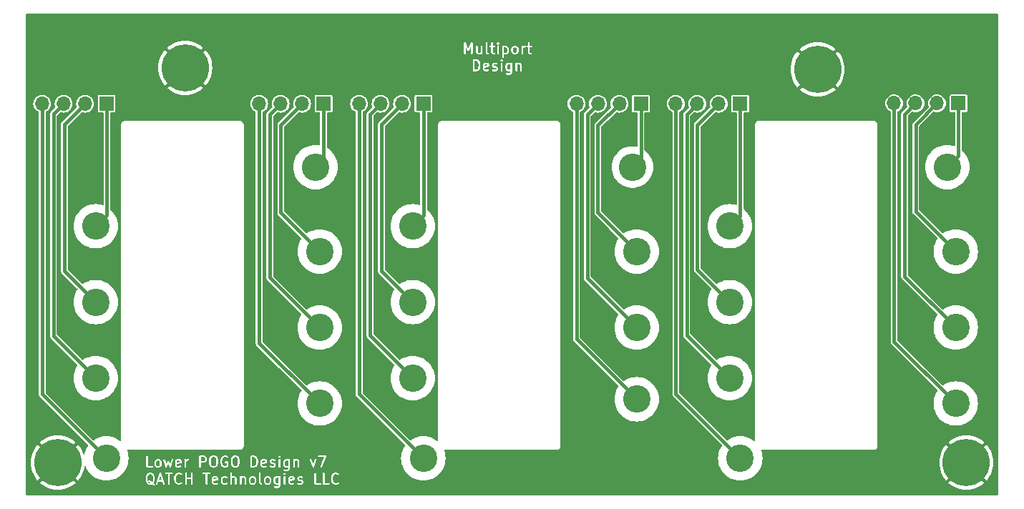
<source format=gbr>
%TF.GenerationSoftware,KiCad,Pcbnew,8.0.5*%
%TF.CreationDate,2025-04-10T18:40:21-04:00*%
%TF.ProjectId,LowerPOGO,4c6f7765-7250-44f4-974f-2e6b69636164,v4*%
%TF.SameCoordinates,Original*%
%TF.FileFunction,Copper,L1,Top*%
%TF.FilePolarity,Positive*%
%FSLAX46Y46*%
G04 Gerber Fmt 4.6, Leading zero omitted, Abs format (unit mm)*
G04 Created by KiCad (PCBNEW 8.0.5) date 2025-04-10 18:40:21*
%MOMM*%
%LPD*%
G01*
G04 APERTURE LIST*
%ADD10C,0.200000*%
%TA.AperFunction,ComponentPad*%
%ADD11C,3.250000*%
%TD*%
%TA.AperFunction,ComponentPad*%
%ADD12R,1.700000X1.700000*%
%TD*%
%TA.AperFunction,ComponentPad*%
%ADD13O,1.700000X1.700000*%
%TD*%
%TA.AperFunction,ComponentPad*%
%ADD14C,3.600000*%
%TD*%
%TA.AperFunction,ConnectorPad*%
%ADD15C,5.600000*%
%TD*%
%TA.AperFunction,Conductor*%
%ADD16C,0.400000*%
%TD*%
G04 APERTURE END LIST*
D10*
G36*
X146816667Y-107349617D02*
G01*
X146816667Y-107940296D01*
X146774012Y-107961623D01*
X146583131Y-107961623D01*
X146499711Y-107919913D01*
X146463139Y-107883341D01*
X146421429Y-107799921D01*
X146421429Y-107489993D01*
X146463139Y-107406572D01*
X146499711Y-107369999D01*
X146583132Y-107328290D01*
X146774012Y-107328290D01*
X146816667Y-107349617D01*
G37*
G36*
X142874551Y-106958549D02*
G01*
X142965432Y-107049430D01*
X143012790Y-107144145D01*
X143066666Y-107359648D01*
X143066666Y-107513598D01*
X143012790Y-107729100D01*
X142965432Y-107823817D01*
X142874551Y-107914697D01*
X142733774Y-107961623D01*
X142552381Y-107961623D01*
X142552381Y-106911623D01*
X142733773Y-106911623D01*
X142874551Y-106958549D01*
G37*
G36*
X144104035Y-107362349D02*
G01*
X144138095Y-107430467D01*
X144138095Y-107443928D01*
X143742857Y-107522976D01*
X143742857Y-107430469D01*
X143776916Y-107362349D01*
X143845035Y-107328290D01*
X144035916Y-107328290D01*
X144104035Y-107362349D01*
G37*
G36*
X146351477Y-105357569D02*
G01*
X146388051Y-105394142D01*
X146429762Y-105477561D01*
X146429762Y-105787490D01*
X146388052Y-105870910D01*
X146351477Y-105907484D01*
X146268059Y-105949193D01*
X146077178Y-105949193D01*
X146034524Y-105927866D01*
X146034524Y-105337187D01*
X146077178Y-105315860D01*
X146268059Y-105315860D01*
X146351477Y-105357569D01*
G37*
G36*
X147482429Y-105357569D02*
G01*
X147519003Y-105394142D01*
X147560714Y-105477561D01*
X147560714Y-105787490D01*
X147519004Y-105870910D01*
X147482429Y-105907484D01*
X147399011Y-105949193D01*
X147267654Y-105949193D01*
X147184234Y-105907483D01*
X147147662Y-105870911D01*
X147105952Y-105787491D01*
X147105952Y-105477563D01*
X147147662Y-105394142D01*
X147184234Y-105357569D01*
X147267655Y-105315860D01*
X147399011Y-105315860D01*
X147482429Y-105357569D01*
G37*
G36*
X149504825Y-108717179D02*
G01*
X141171826Y-108717179D01*
X141171826Y-106811623D01*
X142352381Y-106811623D01*
X142352381Y-108061623D01*
X142354302Y-108081132D01*
X142369234Y-108117180D01*
X142396824Y-108144770D01*
X142432872Y-108159702D01*
X142452381Y-108161623D01*
X142750000Y-108161623D01*
X142759873Y-108160650D01*
X142762507Y-108160838D01*
X142765969Y-108160050D01*
X142769509Y-108159702D01*
X142771951Y-108158690D01*
X142781622Y-108156491D01*
X142960193Y-108096968D01*
X142978094Y-108088977D01*
X142980809Y-108086621D01*
X142984128Y-108085247D01*
X142999282Y-108072811D01*
X143118329Y-107953763D01*
X143124623Y-107946093D01*
X143126619Y-107944363D01*
X143128510Y-107941357D01*
X143130766Y-107938610D01*
X143131777Y-107936168D01*
X143137062Y-107927773D01*
X143196585Y-107808725D01*
X143197130Y-107807298D01*
X143197561Y-107806718D01*
X143200487Y-107798526D01*
X143203591Y-107790416D01*
X143203642Y-107789696D01*
X143204156Y-107788258D01*
X143263680Y-107550162D01*
X143264179Y-107546782D01*
X143264745Y-107545418D01*
X143265468Y-107538066D01*
X143266548Y-107530770D01*
X143266330Y-107529311D01*
X143266666Y-107525909D01*
X143266666Y-107406861D01*
X143542857Y-107406861D01*
X143542857Y-107883052D01*
X143544778Y-107902561D01*
X143546153Y-107905881D01*
X143546408Y-107909465D01*
X143553414Y-107927773D01*
X143612938Y-108046822D01*
X143614992Y-108050086D01*
X143615505Y-108051623D01*
X143617164Y-108053536D01*
X143623381Y-108063412D01*
X143632856Y-108071629D01*
X143641070Y-108081100D01*
X143650941Y-108087313D01*
X143652858Y-108088976D01*
X143654396Y-108089489D01*
X143657660Y-108091543D01*
X143776707Y-108151066D01*
X143795015Y-108158072D01*
X143798598Y-108158326D01*
X143801919Y-108159702D01*
X143821428Y-108161623D01*
X144059523Y-108161623D01*
X144079032Y-108159702D01*
X144082352Y-108158326D01*
X144085935Y-108158072D01*
X144104244Y-108151066D01*
X144223292Y-108091543D01*
X144239882Y-108081100D01*
X144265447Y-108051624D01*
X144277785Y-108014608D01*
X144275020Y-107975688D01*
X144257571Y-107940789D01*
X144228094Y-107915224D01*
X144191079Y-107902885D01*
X144152159Y-107905651D01*
X144133850Y-107912657D01*
X144035916Y-107961623D01*
X143845035Y-107961623D01*
X143776916Y-107927564D01*
X143742857Y-107859445D01*
X143742857Y-107726937D01*
X144257602Y-107623988D01*
X144257604Y-107623988D01*
X144257605Y-107623987D01*
X144257707Y-107623967D01*
X144276460Y-107618257D01*
X144284600Y-107612805D01*
X144293652Y-107609056D01*
X144300651Y-107602056D01*
X144308880Y-107596546D01*
X144314315Y-107588392D01*
X144321242Y-107581466D01*
X144325030Y-107572319D01*
X144330523Y-107564081D01*
X144332424Y-107554470D01*
X144336174Y-107545418D01*
X144338095Y-107525909D01*
X144338095Y-107406861D01*
X144614286Y-107406861D01*
X144614286Y-107466385D01*
X144616207Y-107485894D01*
X144617582Y-107489214D01*
X144617837Y-107492798D01*
X144624843Y-107511106D01*
X144684367Y-107630155D01*
X144686421Y-107633419D01*
X144686934Y-107634956D01*
X144688593Y-107636870D01*
X144694810Y-107646745D01*
X144704282Y-107654960D01*
X144712498Y-107664433D01*
X144722372Y-107670649D01*
X144724287Y-107672309D01*
X144725823Y-107672821D01*
X144729088Y-107674876D01*
X144848136Y-107734400D01*
X144866444Y-107741406D01*
X144870027Y-107741660D01*
X144873348Y-107743036D01*
X144892857Y-107744957D01*
X145047822Y-107744957D01*
X145115940Y-107779015D01*
X145150000Y-107847135D01*
X145150000Y-107859444D01*
X145115940Y-107927564D01*
X145047822Y-107961623D01*
X144856940Y-107961623D01*
X144759007Y-107912657D01*
X144740699Y-107905651D01*
X144701778Y-107902885D01*
X144664763Y-107915224D01*
X144635286Y-107940789D01*
X144617837Y-107975687D01*
X144615071Y-108014608D01*
X144627410Y-108051623D01*
X144652975Y-108081100D01*
X144669565Y-108091543D01*
X144788612Y-108151066D01*
X144806920Y-108158072D01*
X144810503Y-108158326D01*
X144813824Y-108159702D01*
X144833333Y-108161623D01*
X145071429Y-108161623D01*
X145090938Y-108159702D01*
X145094258Y-108158326D01*
X145097842Y-108158072D01*
X145116150Y-108151066D01*
X145235197Y-108091543D01*
X145238460Y-108089489D01*
X145239999Y-108088976D01*
X145241915Y-108087313D01*
X145251787Y-108081100D01*
X145260001Y-108071628D01*
X145269476Y-108063412D01*
X145275688Y-108053541D01*
X145277352Y-108051624D01*
X145277865Y-108050083D01*
X145279919Y-108046821D01*
X145339443Y-107927773D01*
X145346449Y-107909465D01*
X145346703Y-107905881D01*
X145348079Y-107902561D01*
X145350000Y-107883052D01*
X145350000Y-107823528D01*
X145348079Y-107804019D01*
X145346703Y-107800698D01*
X145346449Y-107797115D01*
X145339443Y-107778807D01*
X145279919Y-107659759D01*
X145277865Y-107656496D01*
X145277352Y-107654956D01*
X145275688Y-107653038D01*
X145269476Y-107643168D01*
X145260001Y-107634951D01*
X145251787Y-107625480D01*
X145241915Y-107619266D01*
X145239999Y-107617604D01*
X145238460Y-107617090D01*
X145235197Y-107615037D01*
X145116150Y-107555514D01*
X145097842Y-107548508D01*
X145094258Y-107548253D01*
X145090938Y-107546878D01*
X145071429Y-107544957D01*
X144916464Y-107544957D01*
X144848345Y-107510897D01*
X144814286Y-107442778D01*
X144814286Y-107430469D01*
X144848345Y-107362349D01*
X144916464Y-107328290D01*
X145047821Y-107328290D01*
X145145755Y-107377257D01*
X145164063Y-107384263D01*
X145202983Y-107387029D01*
X145239999Y-107374690D01*
X145269476Y-107349126D01*
X145286925Y-107314227D01*
X145289691Y-107275307D01*
X145277352Y-107238291D01*
X145268679Y-107228290D01*
X145685715Y-107228290D01*
X145685715Y-108061623D01*
X145687636Y-108081132D01*
X145702568Y-108117180D01*
X145730158Y-108144770D01*
X145766206Y-108159702D01*
X145805224Y-108159702D01*
X145841272Y-108144770D01*
X145868862Y-108117180D01*
X145883794Y-108081132D01*
X145885715Y-108061623D01*
X145885715Y-107466385D01*
X146221429Y-107466385D01*
X146221429Y-107823528D01*
X146223350Y-107843037D01*
X146224725Y-107846357D01*
X146224980Y-107849941D01*
X146231986Y-107868249D01*
X146291510Y-107987298D01*
X146296794Y-107995692D01*
X146297805Y-107998133D01*
X146300059Y-108000879D01*
X146301953Y-108003888D01*
X146303949Y-108005619D01*
X146310242Y-108013286D01*
X146369765Y-108072810D01*
X146377434Y-108079104D01*
X146379165Y-108081100D01*
X146382170Y-108082991D01*
X146384918Y-108085247D01*
X146387359Y-108086258D01*
X146395755Y-108091543D01*
X146514803Y-108151066D01*
X146533112Y-108158072D01*
X146536694Y-108158326D01*
X146540015Y-108159702D01*
X146559524Y-108161623D01*
X146797619Y-108161623D01*
X146816667Y-108159747D01*
X146816667Y-108216588D01*
X146774956Y-108300007D01*
X146738382Y-108336580D01*
X146654964Y-108378290D01*
X146523607Y-108378290D01*
X146425675Y-108329323D01*
X146407366Y-108322317D01*
X146368446Y-108319551D01*
X146331430Y-108331890D01*
X146301953Y-108357454D01*
X146284504Y-108392353D01*
X146281738Y-108431273D01*
X146294077Y-108468289D01*
X146319641Y-108497766D01*
X146336231Y-108508209D01*
X146455279Y-108567733D01*
X146473587Y-108574739D01*
X146477170Y-108574993D01*
X146480491Y-108576369D01*
X146500000Y-108578290D01*
X146678572Y-108578290D01*
X146698081Y-108576369D01*
X146701401Y-108574993D01*
X146704985Y-108574739D01*
X146723294Y-108567733D01*
X146842341Y-108508208D01*
X146850737Y-108502923D01*
X146853176Y-108501913D01*
X146855919Y-108499661D01*
X146858931Y-108497766D01*
X146860663Y-108495768D01*
X146868330Y-108489477D01*
X146927854Y-108429952D01*
X146934146Y-108422285D01*
X146936143Y-108420554D01*
X146938036Y-108417545D01*
X146940291Y-108414799D01*
X146941301Y-108412358D01*
X146946586Y-108403964D01*
X147006110Y-108284916D01*
X147013116Y-108266608D01*
X147013370Y-108263024D01*
X147014746Y-108259704D01*
X147016667Y-108240195D01*
X147016667Y-107228290D01*
X147411905Y-107228290D01*
X147411905Y-108061623D01*
X147413826Y-108081132D01*
X147428758Y-108117180D01*
X147456348Y-108144770D01*
X147492396Y-108159702D01*
X147531414Y-108159702D01*
X147567462Y-108144770D01*
X147595052Y-108117180D01*
X147609984Y-108081132D01*
X147611905Y-108061623D01*
X147611905Y-107388758D01*
X147630663Y-107369999D01*
X147714084Y-107328290D01*
X147845440Y-107328290D01*
X147913559Y-107362349D01*
X147947619Y-107430467D01*
X147947619Y-108061623D01*
X147949540Y-108081132D01*
X147964472Y-108117180D01*
X147992062Y-108144770D01*
X148028110Y-108159702D01*
X148067128Y-108159702D01*
X148103176Y-108144770D01*
X148130766Y-108117180D01*
X148145698Y-108081132D01*
X148147619Y-108061623D01*
X148147619Y-107406861D01*
X148145698Y-107387352D01*
X148144322Y-107384031D01*
X148144068Y-107380448D01*
X148137062Y-107362140D01*
X148077538Y-107243092D01*
X148075483Y-107239827D01*
X148074971Y-107238291D01*
X148073311Y-107236376D01*
X148067095Y-107226502D01*
X148057622Y-107218286D01*
X148049407Y-107208814D01*
X148039532Y-107202597D01*
X148037618Y-107200938D01*
X148036081Y-107200425D01*
X148032817Y-107198371D01*
X147913768Y-107138847D01*
X147895460Y-107131841D01*
X147891876Y-107131586D01*
X147888556Y-107130211D01*
X147869047Y-107128290D01*
X147690476Y-107128290D01*
X147670967Y-107130211D01*
X147667646Y-107131586D01*
X147664063Y-107131841D01*
X147645755Y-107138847D01*
X147589362Y-107167043D01*
X147567462Y-107145143D01*
X147531414Y-107130211D01*
X147492396Y-107130211D01*
X147456348Y-107145143D01*
X147428758Y-107172733D01*
X147413826Y-107208781D01*
X147411905Y-107228290D01*
X147016667Y-107228290D01*
X147014746Y-107208781D01*
X146999814Y-107172733D01*
X146972224Y-107145143D01*
X146936176Y-107130211D01*
X146897158Y-107130211D01*
X146861110Y-107145143D01*
X146859050Y-107147202D01*
X146842340Y-107138847D01*
X146824032Y-107131841D01*
X146820448Y-107131586D01*
X146817128Y-107130211D01*
X146797619Y-107128290D01*
X146559524Y-107128290D01*
X146540015Y-107130211D01*
X146536694Y-107131586D01*
X146533111Y-107131841D01*
X146514803Y-107138847D01*
X146395755Y-107198371D01*
X146387358Y-107203656D01*
X146384918Y-107204667D01*
X146382172Y-107206920D01*
X146379164Y-107208814D01*
X146377431Y-107210811D01*
X146369765Y-107217104D01*
X146310242Y-107276628D01*
X146303949Y-107284294D01*
X146301953Y-107286026D01*
X146300060Y-107289033D01*
X146297805Y-107291781D01*
X146296793Y-107294223D01*
X146291511Y-107302616D01*
X146231986Y-107421663D01*
X146224980Y-107439972D01*
X146224725Y-107443555D01*
X146223350Y-107446876D01*
X146221429Y-107466385D01*
X145885715Y-107466385D01*
X145885715Y-107228290D01*
X145883794Y-107208781D01*
X145868862Y-107172733D01*
X145841272Y-107145143D01*
X145805224Y-107130211D01*
X145766206Y-107130211D01*
X145730158Y-107145143D01*
X145702568Y-107172733D01*
X145687636Y-107208781D01*
X145685715Y-107228290D01*
X145268679Y-107228290D01*
X145251788Y-107208814D01*
X145235198Y-107198372D01*
X145116151Y-107138847D01*
X145097842Y-107131841D01*
X145094258Y-107131586D01*
X145090938Y-107130211D01*
X145071429Y-107128290D01*
X144892857Y-107128290D01*
X144873348Y-107130211D01*
X144870027Y-107131586D01*
X144866444Y-107131841D01*
X144848136Y-107138847D01*
X144729088Y-107198371D01*
X144725823Y-107200425D01*
X144724287Y-107200938D01*
X144722372Y-107202597D01*
X144712498Y-107208814D01*
X144704282Y-107218286D01*
X144694810Y-107226502D01*
X144688596Y-107236374D01*
X144686934Y-107238291D01*
X144686420Y-107239830D01*
X144684368Y-107243092D01*
X144624843Y-107362139D01*
X144617837Y-107380448D01*
X144617582Y-107384031D01*
X144616207Y-107387352D01*
X144614286Y-107406861D01*
X144338095Y-107406861D01*
X144336174Y-107387352D01*
X144334798Y-107384031D01*
X144334544Y-107380448D01*
X144327538Y-107362140D01*
X144268014Y-107243092D01*
X144265959Y-107239827D01*
X144265447Y-107238291D01*
X144263787Y-107236376D01*
X144257571Y-107226502D01*
X144248098Y-107218286D01*
X144239883Y-107208814D01*
X144230008Y-107202597D01*
X144228094Y-107200938D01*
X144226557Y-107200425D01*
X144223293Y-107198371D01*
X144104244Y-107138847D01*
X144085936Y-107131841D01*
X144082352Y-107131586D01*
X144079032Y-107130211D01*
X144059523Y-107128290D01*
X143821428Y-107128290D01*
X143801919Y-107130211D01*
X143798598Y-107131586D01*
X143795015Y-107131841D01*
X143776707Y-107138847D01*
X143657659Y-107198371D01*
X143654394Y-107200425D01*
X143652858Y-107200938D01*
X143650943Y-107202597D01*
X143641069Y-107208814D01*
X143632853Y-107218286D01*
X143623381Y-107226502D01*
X143617167Y-107236374D01*
X143615505Y-107238291D01*
X143614991Y-107239830D01*
X143612939Y-107243092D01*
X143553414Y-107362139D01*
X143546408Y-107380448D01*
X143546153Y-107384031D01*
X143544778Y-107387352D01*
X143542857Y-107406861D01*
X143266666Y-107406861D01*
X143266666Y-107347338D01*
X143266330Y-107343935D01*
X143266548Y-107342477D01*
X143265468Y-107335180D01*
X143264745Y-107327829D01*
X143264179Y-107326464D01*
X143263680Y-107323085D01*
X143204156Y-107084988D01*
X143203642Y-107083549D01*
X143203591Y-107082829D01*
X143200484Y-107074710D01*
X143197561Y-107066528D01*
X143197130Y-107065947D01*
X143196585Y-107064521D01*
X143137062Y-106945474D01*
X143131777Y-106937078D01*
X143130766Y-106934637D01*
X143128510Y-106931889D01*
X143126619Y-106928884D01*
X143124624Y-106927153D01*
X143118329Y-106919484D01*
X143050484Y-106851638D01*
X145628112Y-106851638D01*
X145628112Y-106890656D01*
X145643044Y-106926704D01*
X145655480Y-106941858D01*
X145715005Y-107001382D01*
X145730158Y-107013819D01*
X145766206Y-107028750D01*
X145766207Y-107028750D01*
X145805224Y-107028750D01*
X145841273Y-107013819D01*
X145841278Y-107013813D01*
X145856426Y-107001381D01*
X145915949Y-106941857D01*
X145928386Y-106926704D01*
X145943317Y-106890655D01*
X145943316Y-106871147D01*
X145943317Y-106851639D01*
X145928386Y-106815590D01*
X145915949Y-106800437D01*
X145856426Y-106740913D01*
X145841278Y-106728480D01*
X145841273Y-106728475D01*
X145805224Y-106713544D01*
X145766206Y-106713544D01*
X145730158Y-106728475D01*
X145715005Y-106740912D01*
X145655480Y-106800436D01*
X145643045Y-106815589D01*
X145643044Y-106815590D01*
X145628112Y-106851638D01*
X143050484Y-106851638D01*
X142999282Y-106800436D01*
X142984128Y-106788000D01*
X142980809Y-106786625D01*
X142978094Y-106784270D01*
X142960193Y-106776279D01*
X142781623Y-106716755D01*
X142771950Y-106714555D01*
X142769509Y-106713544D01*
X142765971Y-106713195D01*
X142762508Y-106712408D01*
X142759873Y-106712595D01*
X142750000Y-106711623D01*
X142452381Y-106711623D01*
X142432872Y-106713544D01*
X142396824Y-106728476D01*
X142369234Y-106756066D01*
X142354302Y-106792114D01*
X142352381Y-106811623D01*
X141171826Y-106811623D01*
X141171826Y-104799193D01*
X141310715Y-104799193D01*
X141310715Y-106049193D01*
X141312636Y-106068702D01*
X141327568Y-106104750D01*
X141355158Y-106132340D01*
X141391206Y-106147272D01*
X141430224Y-106147272D01*
X141466272Y-106132340D01*
X141493862Y-106104750D01*
X141508794Y-106068702D01*
X141510715Y-106049193D01*
X141510715Y-105249949D01*
X141736763Y-105734339D01*
X141740995Y-105741484D01*
X141741875Y-105743902D01*
X141743440Y-105745611D01*
X141746754Y-105751205D01*
X141757962Y-105761468D01*
X141768226Y-105772677D01*
X141772253Y-105774556D01*
X141775529Y-105777556D01*
X141789805Y-105782747D01*
X141803584Y-105789178D01*
X141808024Y-105789373D01*
X141812198Y-105790891D01*
X141827381Y-105790223D01*
X141842564Y-105790891D01*
X141846737Y-105789373D01*
X141851178Y-105789178D01*
X141864960Y-105782746D01*
X141879233Y-105777556D01*
X141882506Y-105774558D01*
X141886536Y-105772678D01*
X141896803Y-105761465D01*
X141908008Y-105751205D01*
X141911321Y-105745611D01*
X141912887Y-105743902D01*
X141913766Y-105741484D01*
X141917999Y-105734339D01*
X142144048Y-105249948D01*
X142144048Y-106049193D01*
X142145969Y-106068702D01*
X142160901Y-106104750D01*
X142188491Y-106132340D01*
X142224539Y-106147272D01*
X142263557Y-106147272D01*
X142299605Y-106132340D01*
X142327195Y-106104750D01*
X142342127Y-106068702D01*
X142344048Y-106049193D01*
X142344048Y-105215860D01*
X142739286Y-105215860D01*
X142739286Y-105870622D01*
X142741207Y-105890131D01*
X142742582Y-105893451D01*
X142742837Y-105897034D01*
X142749843Y-105915343D01*
X142809366Y-106034391D01*
X142811419Y-106037652D01*
X142811933Y-106039194D01*
X142813597Y-106041112D01*
X142819809Y-106050981D01*
X142829281Y-106059197D01*
X142837498Y-106068670D01*
X142847366Y-106074881D01*
X142849285Y-106076546D01*
X142850825Y-106077059D01*
X142854088Y-106079113D01*
X142973136Y-106138636D01*
X142991445Y-106145642D01*
X142995027Y-106145896D01*
X142998348Y-106147272D01*
X143017857Y-106149193D01*
X143196428Y-106149193D01*
X143215937Y-106147272D01*
X143219257Y-106145896D01*
X143222840Y-106145642D01*
X143241149Y-106138636D01*
X143297542Y-106110439D01*
X143319443Y-106132340D01*
X143355491Y-106147272D01*
X143394509Y-106147272D01*
X143430557Y-106132340D01*
X143458147Y-106104750D01*
X143473079Y-106068702D01*
X143475000Y-106049193D01*
X143475000Y-105215860D01*
X143473079Y-105196351D01*
X143458147Y-105160303D01*
X143430557Y-105132713D01*
X143394509Y-105117781D01*
X143355491Y-105117781D01*
X143319443Y-105132713D01*
X143291853Y-105160303D01*
X143276921Y-105196351D01*
X143275000Y-105215860D01*
X143275000Y-105888724D01*
X143256239Y-105907484D01*
X143172821Y-105949193D01*
X143041464Y-105949193D01*
X142973344Y-105915134D01*
X142939286Y-105847015D01*
X142939286Y-105215860D01*
X142937365Y-105196351D01*
X142922433Y-105160303D01*
X142894843Y-105132713D01*
X142858795Y-105117781D01*
X142819777Y-105117781D01*
X142783729Y-105132713D01*
X142756139Y-105160303D01*
X142741207Y-105196351D01*
X142739286Y-105215860D01*
X142344048Y-105215860D01*
X142344048Y-104799193D01*
X143870238Y-104799193D01*
X143870238Y-105870622D01*
X143872159Y-105890131D01*
X143873534Y-105893451D01*
X143873789Y-105897034D01*
X143880795Y-105915343D01*
X143940318Y-106034391D01*
X143942371Y-106037652D01*
X143942885Y-106039194D01*
X143944549Y-106041112D01*
X143950761Y-106050981D01*
X143960233Y-106059197D01*
X143968450Y-106068670D01*
X143978318Y-106074881D01*
X143980237Y-106076546D01*
X143981777Y-106077059D01*
X143985040Y-106079113D01*
X144104088Y-106138636D01*
X144122397Y-106145642D01*
X144161317Y-106148408D01*
X144198332Y-106136069D01*
X144227809Y-106110504D01*
X144245258Y-106075605D01*
X144248023Y-106036685D01*
X144235685Y-105999669D01*
X144210120Y-105970193D01*
X144193530Y-105959750D01*
X144104296Y-105915134D01*
X144070238Y-105847015D01*
X144070238Y-105196351D01*
X144348349Y-105196351D01*
X144348349Y-105235369D01*
X144363281Y-105271417D01*
X144390871Y-105299007D01*
X144426919Y-105313939D01*
X144446428Y-105315860D01*
X144525000Y-105315860D01*
X144525000Y-105870622D01*
X144526921Y-105890131D01*
X144528296Y-105893451D01*
X144528551Y-105897034D01*
X144535557Y-105915343D01*
X144595080Y-106034391D01*
X144597133Y-106037652D01*
X144597647Y-106039194D01*
X144599311Y-106041112D01*
X144605523Y-106050981D01*
X144614995Y-106059197D01*
X144623212Y-106068670D01*
X144633080Y-106074881D01*
X144634999Y-106076546D01*
X144636539Y-106077059D01*
X144639802Y-106079113D01*
X144758850Y-106138636D01*
X144777159Y-106145642D01*
X144780741Y-106145896D01*
X144784062Y-106147272D01*
X144803571Y-106149193D01*
X144922619Y-106149193D01*
X144942128Y-106147272D01*
X144978176Y-106132340D01*
X145005766Y-106104750D01*
X145020698Y-106068702D01*
X145020698Y-106029684D01*
X145005766Y-105993636D01*
X144978176Y-105966046D01*
X144942128Y-105951114D01*
X144922619Y-105949193D01*
X144827178Y-105949193D01*
X144759058Y-105915134D01*
X144725000Y-105847015D01*
X144725000Y-105315860D01*
X144922619Y-105315860D01*
X144942128Y-105313939D01*
X144978176Y-105299007D01*
X145005766Y-105271417D01*
X145020698Y-105235369D01*
X145020698Y-105215860D01*
X145239286Y-105215860D01*
X145239286Y-106049193D01*
X145241207Y-106068702D01*
X145256139Y-106104750D01*
X145283729Y-106132340D01*
X145319777Y-106147272D01*
X145358795Y-106147272D01*
X145394843Y-106132340D01*
X145422433Y-106104750D01*
X145437365Y-106068702D01*
X145439286Y-106049193D01*
X145439286Y-105215860D01*
X145834524Y-105215860D01*
X145834524Y-106465860D01*
X145836445Y-106485369D01*
X145851377Y-106521417D01*
X145878967Y-106549007D01*
X145915015Y-106563939D01*
X145954033Y-106563939D01*
X145990081Y-106549007D01*
X146017671Y-106521417D01*
X146032603Y-106485369D01*
X146034524Y-106465860D01*
X146034524Y-106147317D01*
X146053571Y-106149193D01*
X146291666Y-106149193D01*
X146311175Y-106147272D01*
X146314495Y-106145896D01*
X146318078Y-106145642D01*
X146336387Y-106138636D01*
X146455435Y-106079113D01*
X146463831Y-106073827D01*
X146466271Y-106072817D01*
X146469017Y-106070563D01*
X146472025Y-106068670D01*
X146473755Y-106066675D01*
X146481425Y-106060381D01*
X146540949Y-106000856D01*
X146547241Y-105993189D01*
X146549238Y-105991458D01*
X146551131Y-105988450D01*
X146553386Y-105985703D01*
X146554397Y-105983261D01*
X146559681Y-105974867D01*
X146619205Y-105855819D01*
X146626211Y-105837511D01*
X146626465Y-105833927D01*
X146627841Y-105830607D01*
X146629762Y-105811098D01*
X146629762Y-105453955D01*
X146905952Y-105453955D01*
X146905952Y-105811098D01*
X146907873Y-105830607D01*
X146909248Y-105833927D01*
X146909503Y-105837511D01*
X146916509Y-105855819D01*
X146976033Y-105974868D01*
X146981317Y-105983262D01*
X146982328Y-105985703D01*
X146984582Y-105988449D01*
X146986476Y-105991458D01*
X146988472Y-105993189D01*
X146994765Y-106000856D01*
X147054288Y-106060380D01*
X147061957Y-106066674D01*
X147063688Y-106068670D01*
X147066693Y-106070561D01*
X147069441Y-106072817D01*
X147071882Y-106073828D01*
X147080278Y-106079113D01*
X147199326Y-106138636D01*
X147217635Y-106145642D01*
X147221217Y-106145896D01*
X147224538Y-106147272D01*
X147244047Y-106149193D01*
X147422618Y-106149193D01*
X147442127Y-106147272D01*
X147445447Y-106145896D01*
X147449030Y-106145642D01*
X147467339Y-106138636D01*
X147586387Y-106079113D01*
X147594783Y-106073827D01*
X147597223Y-106072817D01*
X147599969Y-106070563D01*
X147602977Y-106068670D01*
X147604707Y-106066675D01*
X147612377Y-106060381D01*
X147671901Y-106000856D01*
X147678193Y-105993189D01*
X147680190Y-105991458D01*
X147682083Y-105988450D01*
X147684338Y-105985703D01*
X147685349Y-105983261D01*
X147690633Y-105974867D01*
X147750157Y-105855819D01*
X147757163Y-105837511D01*
X147757417Y-105833927D01*
X147758793Y-105830607D01*
X147760714Y-105811098D01*
X147760714Y-105453955D01*
X147758793Y-105434446D01*
X147757417Y-105431125D01*
X147757163Y-105427542D01*
X147750157Y-105409234D01*
X147690633Y-105290186D01*
X147685348Y-105281791D01*
X147684338Y-105279351D01*
X147682083Y-105276604D01*
X147680190Y-105273596D01*
X147678193Y-105271864D01*
X147671901Y-105264198D01*
X147623564Y-105215860D01*
X148096428Y-105215860D01*
X148096428Y-106049193D01*
X148098349Y-106068702D01*
X148113281Y-106104750D01*
X148140871Y-106132340D01*
X148176919Y-106147272D01*
X148215937Y-106147272D01*
X148251985Y-106132340D01*
X148279575Y-106104750D01*
X148294507Y-106068702D01*
X148296428Y-106049193D01*
X148296428Y-105477561D01*
X148338136Y-105394144D01*
X148374710Y-105357569D01*
X148458131Y-105315860D01*
X148553570Y-105315860D01*
X148573079Y-105313939D01*
X148609127Y-105299007D01*
X148636717Y-105271417D01*
X148651649Y-105235369D01*
X148651649Y-105196351D01*
X148693587Y-105196351D01*
X148693587Y-105235369D01*
X148708519Y-105271417D01*
X148736109Y-105299007D01*
X148772157Y-105313939D01*
X148791666Y-105315860D01*
X148870238Y-105315860D01*
X148870238Y-105870622D01*
X148872159Y-105890131D01*
X148873534Y-105893451D01*
X148873789Y-105897034D01*
X148880795Y-105915343D01*
X148940318Y-106034391D01*
X148942371Y-106037652D01*
X148942885Y-106039194D01*
X148944549Y-106041112D01*
X148950761Y-106050981D01*
X148960233Y-106059197D01*
X148968450Y-106068670D01*
X148978318Y-106074881D01*
X148980237Y-106076546D01*
X148981777Y-106077059D01*
X148985040Y-106079113D01*
X149104088Y-106138636D01*
X149122397Y-106145642D01*
X149125979Y-106145896D01*
X149129300Y-106147272D01*
X149148809Y-106149193D01*
X149267857Y-106149193D01*
X149287366Y-106147272D01*
X149323414Y-106132340D01*
X149351004Y-106104750D01*
X149365936Y-106068702D01*
X149365936Y-106029684D01*
X149351004Y-105993636D01*
X149323414Y-105966046D01*
X149287366Y-105951114D01*
X149267857Y-105949193D01*
X149172416Y-105949193D01*
X149104296Y-105915134D01*
X149070238Y-105847015D01*
X149070238Y-105315860D01*
X149267857Y-105315860D01*
X149287366Y-105313939D01*
X149323414Y-105299007D01*
X149351004Y-105271417D01*
X149365936Y-105235369D01*
X149365936Y-105196351D01*
X149351004Y-105160303D01*
X149323414Y-105132713D01*
X149287366Y-105117781D01*
X149267857Y-105115860D01*
X149070238Y-105115860D01*
X149070238Y-104799193D01*
X149068317Y-104779684D01*
X149053385Y-104743636D01*
X149025795Y-104716046D01*
X148989747Y-104701114D01*
X148950729Y-104701114D01*
X148914681Y-104716046D01*
X148887091Y-104743636D01*
X148872159Y-104779684D01*
X148870238Y-104799193D01*
X148870238Y-105115860D01*
X148791666Y-105115860D01*
X148772157Y-105117781D01*
X148736109Y-105132713D01*
X148708519Y-105160303D01*
X148693587Y-105196351D01*
X148651649Y-105196351D01*
X148636717Y-105160303D01*
X148609127Y-105132713D01*
X148573079Y-105117781D01*
X148553570Y-105115860D01*
X148434523Y-105115860D01*
X148415014Y-105117781D01*
X148411693Y-105119156D01*
X148408110Y-105119411D01*
X148389802Y-105126417D01*
X148286859Y-105177888D01*
X148279575Y-105160303D01*
X148251985Y-105132713D01*
X148215937Y-105117781D01*
X148176919Y-105117781D01*
X148140871Y-105132713D01*
X148113281Y-105160303D01*
X148098349Y-105196351D01*
X148096428Y-105215860D01*
X147623564Y-105215860D01*
X147612377Y-105204673D01*
X147604710Y-105198381D01*
X147602978Y-105196384D01*
X147599966Y-105194488D01*
X147597223Y-105192237D01*
X147594786Y-105191227D01*
X147586388Y-105185941D01*
X147467339Y-105126417D01*
X147449031Y-105119411D01*
X147445447Y-105119156D01*
X147442127Y-105117781D01*
X147422618Y-105115860D01*
X147244047Y-105115860D01*
X147224538Y-105117781D01*
X147221217Y-105119156D01*
X147217634Y-105119411D01*
X147199326Y-105126417D01*
X147080278Y-105185941D01*
X147071881Y-105191226D01*
X147069441Y-105192237D01*
X147066695Y-105194490D01*
X147063687Y-105196384D01*
X147061954Y-105198381D01*
X147054288Y-105204674D01*
X146994765Y-105264198D01*
X146988472Y-105271864D01*
X146986476Y-105273596D01*
X146984583Y-105276603D01*
X146982328Y-105279351D01*
X146981316Y-105281793D01*
X146976034Y-105290186D01*
X146916509Y-105409233D01*
X146909503Y-105427542D01*
X146909248Y-105431125D01*
X146907873Y-105434446D01*
X146905952Y-105453955D01*
X146629762Y-105453955D01*
X146627841Y-105434446D01*
X146626465Y-105431125D01*
X146626211Y-105427542D01*
X146619205Y-105409234D01*
X146559681Y-105290186D01*
X146554396Y-105281791D01*
X146553386Y-105279351D01*
X146551131Y-105276604D01*
X146549238Y-105273596D01*
X146547241Y-105271864D01*
X146540949Y-105264198D01*
X146481425Y-105204673D01*
X146473758Y-105198381D01*
X146472026Y-105196384D01*
X146469014Y-105194488D01*
X146466271Y-105192237D01*
X146463834Y-105191227D01*
X146455436Y-105185941D01*
X146336387Y-105126417D01*
X146318079Y-105119411D01*
X146314495Y-105119156D01*
X146311175Y-105117781D01*
X146291666Y-105115860D01*
X146053571Y-105115860D01*
X146034062Y-105117781D01*
X146030741Y-105119156D01*
X146027158Y-105119411D01*
X146008850Y-105126417D01*
X145992140Y-105134772D01*
X145990081Y-105132713D01*
X145954033Y-105117781D01*
X145915015Y-105117781D01*
X145878967Y-105132713D01*
X145851377Y-105160303D01*
X145836445Y-105196351D01*
X145834524Y-105215860D01*
X145439286Y-105215860D01*
X145437365Y-105196351D01*
X145422433Y-105160303D01*
X145394843Y-105132713D01*
X145358795Y-105117781D01*
X145319777Y-105117781D01*
X145283729Y-105132713D01*
X145256139Y-105160303D01*
X145241207Y-105196351D01*
X145239286Y-105215860D01*
X145020698Y-105215860D01*
X145020698Y-105196351D01*
X145005766Y-105160303D01*
X144978176Y-105132713D01*
X144942128Y-105117781D01*
X144922619Y-105115860D01*
X144725000Y-105115860D01*
X144725000Y-104839208D01*
X145181683Y-104839208D01*
X145181683Y-104878226D01*
X145196615Y-104914274D01*
X145209051Y-104929428D01*
X145268576Y-104988952D01*
X145283729Y-105001389D01*
X145319777Y-105016320D01*
X145319778Y-105016320D01*
X145358795Y-105016320D01*
X145394844Y-105001389D01*
X145394849Y-105001383D01*
X145409997Y-104988951D01*
X145469520Y-104929427D01*
X145481957Y-104914274D01*
X145496888Y-104878225D01*
X145496887Y-104858717D01*
X145496888Y-104839209D01*
X145481957Y-104803160D01*
X145469520Y-104788007D01*
X145409997Y-104728483D01*
X145394849Y-104716050D01*
X145394844Y-104716045D01*
X145358795Y-104701114D01*
X145319777Y-104701114D01*
X145283729Y-104716045D01*
X145268576Y-104728482D01*
X145209051Y-104788006D01*
X145196616Y-104803159D01*
X145196615Y-104803160D01*
X145181683Y-104839208D01*
X144725000Y-104839208D01*
X144725000Y-104799193D01*
X144723079Y-104779684D01*
X144708147Y-104743636D01*
X144680557Y-104716046D01*
X144644509Y-104701114D01*
X144605491Y-104701114D01*
X144569443Y-104716046D01*
X144541853Y-104743636D01*
X144526921Y-104779684D01*
X144525000Y-104799193D01*
X144525000Y-105115860D01*
X144446428Y-105115860D01*
X144426919Y-105117781D01*
X144390871Y-105132713D01*
X144363281Y-105160303D01*
X144348349Y-105196351D01*
X144070238Y-105196351D01*
X144070238Y-104799193D01*
X144068317Y-104779684D01*
X144053385Y-104743636D01*
X144025795Y-104716046D01*
X143989747Y-104701114D01*
X143950729Y-104701114D01*
X143914681Y-104716046D01*
X143887091Y-104743636D01*
X143872159Y-104779684D01*
X143870238Y-104799193D01*
X142344048Y-104799193D01*
X142342785Y-104786369D01*
X142342889Y-104784010D01*
X142342428Y-104782742D01*
X142342127Y-104779684D01*
X142335482Y-104763642D01*
X142329554Y-104747341D01*
X142328048Y-104745697D01*
X142327195Y-104743636D01*
X142314921Y-104731362D01*
X142303203Y-104718566D01*
X142301181Y-104717622D01*
X142299605Y-104716046D01*
X142283565Y-104709401D01*
X142267845Y-104702066D01*
X142265619Y-104701968D01*
X142263557Y-104701114D01*
X142246182Y-104701114D01*
X142228865Y-104700353D01*
X142226772Y-104701114D01*
X142224539Y-104701114D01*
X142208488Y-104707762D01*
X142192196Y-104713687D01*
X142190552Y-104715192D01*
X142188491Y-104716046D01*
X142176223Y-104728313D01*
X142163420Y-104740038D01*
X142161852Y-104742684D01*
X142160901Y-104743636D01*
X142159998Y-104745814D01*
X142153430Y-104756905D01*
X141827380Y-105455580D01*
X141501333Y-104756905D01*
X141494766Y-104745818D01*
X141493862Y-104743636D01*
X141492908Y-104742682D01*
X141491342Y-104740038D01*
X141478545Y-104728319D01*
X141466272Y-104716046D01*
X141464210Y-104715192D01*
X141462567Y-104713687D01*
X141446265Y-104707758D01*
X141430224Y-104701114D01*
X141427993Y-104701114D01*
X141425898Y-104700352D01*
X141408558Y-104701114D01*
X141391206Y-104701114D01*
X141389146Y-104701967D01*
X141386918Y-104702065D01*
X141371187Y-104709406D01*
X141355158Y-104716046D01*
X141353581Y-104717622D01*
X141351560Y-104718566D01*
X141339841Y-104731362D01*
X141327568Y-104743636D01*
X141326714Y-104745697D01*
X141325209Y-104747341D01*
X141319280Y-104763642D01*
X141312636Y-104779684D01*
X141312334Y-104782742D01*
X141311874Y-104784010D01*
X141311977Y-104786369D01*
X141310715Y-104799193D01*
X141171826Y-104799193D01*
X141171826Y-104561463D01*
X149504825Y-104561463D01*
X149504825Y-108717179D01*
G37*
G36*
X119383959Y-156299617D02*
G01*
X119383959Y-156890296D01*
X119341304Y-156911623D01*
X119150423Y-156911623D01*
X119067003Y-156869913D01*
X119030431Y-156833341D01*
X118988721Y-156749921D01*
X118988721Y-156439993D01*
X119030431Y-156356572D01*
X119067003Y-156319999D01*
X119150424Y-156278290D01*
X119341304Y-156278290D01*
X119383959Y-156299617D01*
G37*
G36*
X104365199Y-155903332D02*
G01*
X104453185Y-155991320D01*
X104503006Y-156190600D01*
X104503006Y-156582646D01*
X104453185Y-156781926D01*
X104424434Y-156810677D01*
X104316574Y-156702817D01*
X104308907Y-156696525D01*
X104307175Y-156694528D01*
X104304163Y-156692632D01*
X104301420Y-156690381D01*
X104298981Y-156689370D01*
X104290585Y-156684086D01*
X104171538Y-156624561D01*
X104153229Y-156617555D01*
X104149645Y-156617300D01*
X104146325Y-156615925D01*
X104126816Y-156614004D01*
X104007768Y-156614004D01*
X103988259Y-156615925D01*
X103952211Y-156630857D01*
X103924621Y-156658447D01*
X103909689Y-156694495D01*
X103909689Y-156733513D01*
X103924621Y-156769561D01*
X103952211Y-156797151D01*
X103988259Y-156812083D01*
X104007768Y-156814004D01*
X104103208Y-156814004D01*
X104186626Y-156855713D01*
X104242536Y-156911623D01*
X104090899Y-156911623D01*
X104007478Y-156869913D01*
X103919493Y-156781927D01*
X103869673Y-156582647D01*
X103869673Y-156190600D01*
X103919493Y-155991319D01*
X104007479Y-155903333D01*
X104090900Y-155861623D01*
X104281780Y-155861623D01*
X104365199Y-155903332D01*
G37*
G36*
X112028471Y-156312349D02*
G01*
X112062531Y-156380467D01*
X112062531Y-156393928D01*
X111667293Y-156472976D01*
X111667293Y-156380469D01*
X111701352Y-156312349D01*
X111769471Y-156278290D01*
X111960352Y-156278290D01*
X112028471Y-156312349D01*
G37*
G36*
X116448532Y-156319999D02*
G01*
X116485106Y-156356572D01*
X116526817Y-156439991D01*
X116526817Y-156749920D01*
X116485107Y-156833340D01*
X116448532Y-156869914D01*
X116365114Y-156911623D01*
X116233757Y-156911623D01*
X116150337Y-156869913D01*
X116113765Y-156833341D01*
X116072055Y-156749921D01*
X116072055Y-156439993D01*
X116113765Y-156356572D01*
X116150337Y-156319999D01*
X116233758Y-156278290D01*
X116365114Y-156278290D01*
X116448532Y-156319999D01*
G37*
G36*
X118234246Y-156319999D02*
G01*
X118270820Y-156356572D01*
X118312531Y-156439991D01*
X118312531Y-156749920D01*
X118270821Y-156833340D01*
X118234246Y-156869914D01*
X118150828Y-156911623D01*
X118019471Y-156911623D01*
X117936051Y-156869913D01*
X117899479Y-156833341D01*
X117857769Y-156749921D01*
X117857769Y-156439993D01*
X117899479Y-156356572D01*
X117936051Y-156319999D01*
X118019472Y-156278290D01*
X118150828Y-156278290D01*
X118234246Y-156319999D01*
G37*
G36*
X121076089Y-156312349D02*
G01*
X121110149Y-156380467D01*
X121110149Y-156393928D01*
X120714911Y-156472976D01*
X120714911Y-156380469D01*
X120748970Y-156312349D01*
X120817089Y-156278290D01*
X121007970Y-156278290D01*
X121076089Y-156312349D01*
G37*
G36*
X105535692Y-156554480D02*
G01*
X105217939Y-156554480D01*
X105376815Y-156077850D01*
X105535692Y-156554480D01*
G37*
G36*
X120514913Y-154287187D02*
G01*
X120514913Y-154877866D01*
X120472258Y-154899193D01*
X120281377Y-154899193D01*
X120197957Y-154857483D01*
X120161385Y-154820911D01*
X120119675Y-154737491D01*
X120119675Y-154427563D01*
X120161385Y-154344142D01*
X120197957Y-154307569D01*
X120281378Y-154265860D01*
X120472258Y-154265860D01*
X120514913Y-154287187D01*
G37*
G36*
X105258055Y-154307569D02*
G01*
X105294629Y-154344142D01*
X105336340Y-154427561D01*
X105336340Y-154737490D01*
X105294630Y-154820910D01*
X105258055Y-154857484D01*
X105174637Y-154899193D01*
X105043280Y-154899193D01*
X104959860Y-154857483D01*
X104923288Y-154820911D01*
X104881578Y-154737491D01*
X104881578Y-154427563D01*
X104923288Y-154344142D01*
X104959860Y-154307569D01*
X105043281Y-154265860D01*
X105174637Y-154265860D01*
X105258055Y-154307569D01*
G37*
G36*
X107683232Y-154299919D02*
G01*
X107717292Y-154368037D01*
X107717292Y-154381498D01*
X107322054Y-154460546D01*
X107322054Y-154368039D01*
X107356113Y-154299919D01*
X107424232Y-154265860D01*
X107615113Y-154265860D01*
X107683232Y-154299919D01*
G37*
G36*
X111865200Y-153890902D02*
G01*
X111953186Y-153978890D01*
X112003007Y-154178170D01*
X112003007Y-154570216D01*
X111953186Y-154769496D01*
X111865200Y-154857483D01*
X111781781Y-154899193D01*
X111590900Y-154899193D01*
X111507479Y-154857483D01*
X111419494Y-154769497D01*
X111369674Y-154570217D01*
X111369674Y-154178170D01*
X111419494Y-153978889D01*
X111507480Y-153890903D01*
X111590901Y-153849193D01*
X111781781Y-153849193D01*
X111865200Y-153890902D01*
G37*
G36*
X114424724Y-153890902D02*
G01*
X114512710Y-153978890D01*
X114562531Y-154178170D01*
X114562531Y-154570216D01*
X114512710Y-154769496D01*
X114424724Y-154857483D01*
X114341305Y-154899193D01*
X114150424Y-154899193D01*
X114067003Y-154857483D01*
X113979018Y-154769497D01*
X113929198Y-154570217D01*
X113929198Y-154178170D01*
X113979018Y-153978889D01*
X114067004Y-153890903D01*
X114150425Y-153849193D01*
X114341305Y-153849193D01*
X114424724Y-153890902D01*
G37*
G36*
X116572797Y-153896119D02*
G01*
X116663678Y-153987000D01*
X116711036Y-154081715D01*
X116764912Y-154297218D01*
X116764912Y-154451168D01*
X116711036Y-154666670D01*
X116663678Y-154761387D01*
X116572797Y-154852267D01*
X116432020Y-154899193D01*
X116250627Y-154899193D01*
X116250627Y-153849193D01*
X116432019Y-153849193D01*
X116572797Y-153896119D01*
G37*
G36*
X117802281Y-154299919D02*
G01*
X117836341Y-154368037D01*
X117836341Y-154381498D01*
X117441103Y-154460546D01*
X117441103Y-154368039D01*
X117475162Y-154299919D01*
X117543281Y-154265860D01*
X117734162Y-154265860D01*
X117802281Y-154299919D01*
G37*
G36*
X110615200Y-153890902D02*
G01*
X110651772Y-153927475D01*
X110693483Y-154010896D01*
X110693483Y-154142252D01*
X110651773Y-154225671D01*
X110615199Y-154262246D01*
X110531781Y-154303955D01*
X110179198Y-154303955D01*
X110179198Y-153849193D01*
X110531781Y-153849193D01*
X110615200Y-153890902D01*
G37*
G36*
X126685213Y-157667179D02*
G01*
X103530784Y-157667179D01*
X103530784Y-156178290D01*
X103669673Y-156178290D01*
X103669673Y-156594957D01*
X103670008Y-156598359D01*
X103669791Y-156599818D01*
X103670870Y-156607115D01*
X103671594Y-156614466D01*
X103672158Y-156615829D01*
X103672659Y-156619211D01*
X103732183Y-156857306D01*
X103738778Y-156875766D01*
X103743203Y-156881738D01*
X103746049Y-156888609D01*
X103758486Y-156903762D01*
X103877533Y-157022811D01*
X103885202Y-157029105D01*
X103886933Y-157031100D01*
X103889940Y-157032993D01*
X103892687Y-157035247D01*
X103895126Y-157036257D01*
X103903523Y-157041543D01*
X104022571Y-157101066D01*
X104040880Y-157108072D01*
X104044462Y-157108326D01*
X104047783Y-157109702D01*
X104067292Y-157111623D01*
X104305387Y-157111623D01*
X104324896Y-157109702D01*
X104328216Y-157108326D01*
X104331799Y-157108072D01*
X104350108Y-157101066D01*
X104404688Y-157073775D01*
X104472771Y-157141858D01*
X104480437Y-157148149D01*
X104482170Y-157150147D01*
X104485181Y-157152042D01*
X104487925Y-157154294D01*
X104490362Y-157155303D01*
X104498761Y-157160590D01*
X104617809Y-157220114D01*
X104636117Y-157227120D01*
X104675037Y-157229886D01*
X104712053Y-157217547D01*
X104741530Y-157191983D01*
X104758979Y-157157084D01*
X104761745Y-157118164D01*
X104749406Y-157081148D01*
X104723842Y-157051671D01*
X104707252Y-157041228D01*
X104623028Y-156999116D01*
X104860934Y-156999116D01*
X104863700Y-157038036D01*
X104881150Y-157072934D01*
X104910626Y-157098500D01*
X104947642Y-157110838D01*
X104986562Y-157108072D01*
X105021460Y-157090622D01*
X105047026Y-157061146D01*
X105055017Y-157043246D01*
X105151272Y-156754480D01*
X105602359Y-156754480D01*
X105698614Y-157043245D01*
X105706605Y-157061146D01*
X105732170Y-157090622D01*
X105767069Y-157108071D01*
X105805989Y-157110838D01*
X105843005Y-157098499D01*
X105872481Y-157072934D01*
X105889931Y-157038035D01*
X105892697Y-156999115D01*
X105888350Y-156980000D01*
X105475722Y-155742114D01*
X105933499Y-155742114D01*
X105933499Y-155781132D01*
X105948431Y-155817180D01*
X105976021Y-155844770D01*
X106012069Y-155859702D01*
X106031578Y-155861623D01*
X106288721Y-155861623D01*
X106288721Y-157011623D01*
X106290642Y-157031132D01*
X106305574Y-157067180D01*
X106333164Y-157094770D01*
X106369212Y-157109702D01*
X106408230Y-157109702D01*
X106444278Y-157094770D01*
X106471868Y-157067180D01*
X106486800Y-157031132D01*
X106488721Y-157011623D01*
X106488721Y-156297338D01*
X107003007Y-156297338D01*
X107003007Y-156475909D01*
X107003342Y-156479311D01*
X107003125Y-156480770D01*
X107004204Y-156488067D01*
X107004928Y-156495418D01*
X107005492Y-156496781D01*
X107005993Y-156500163D01*
X107065517Y-156738258D01*
X107066030Y-156739696D01*
X107066082Y-156740416D01*
X107069185Y-156748526D01*
X107072112Y-156756718D01*
X107072542Y-156757298D01*
X107073088Y-156758725D01*
X107132611Y-156877773D01*
X107137896Y-156886169D01*
X107138907Y-156888609D01*
X107141160Y-156891355D01*
X107143054Y-156894363D01*
X107145048Y-156896093D01*
X107151343Y-156903763D01*
X107270391Y-157022810D01*
X107285544Y-157035247D01*
X107288863Y-157036621D01*
X107291579Y-157038977D01*
X107309480Y-157046968D01*
X107488050Y-157106491D01*
X107497721Y-157108690D01*
X107500164Y-157109702D01*
X107503702Y-157110050D01*
X107507166Y-157110838D01*
X107509799Y-157110650D01*
X107519673Y-157111623D01*
X107638721Y-157111623D01*
X107648594Y-157110650D01*
X107651228Y-157110838D01*
X107654690Y-157110050D01*
X107658230Y-157109702D01*
X107660672Y-157108690D01*
X107670343Y-157106491D01*
X107848914Y-157046968D01*
X107866815Y-157038977D01*
X107869530Y-157036621D01*
X107872849Y-157035247D01*
X107888003Y-157022811D01*
X107947527Y-156963286D01*
X107959964Y-156948133D01*
X107974895Y-156912085D01*
X107974895Y-156873067D01*
X107959964Y-156837018D01*
X107932374Y-156809428D01*
X107896325Y-156794497D01*
X107857307Y-156794497D01*
X107821259Y-156809428D01*
X107806106Y-156821865D01*
X107763272Y-156864697D01*
X107622495Y-156911623D01*
X107535899Y-156911623D01*
X107395120Y-156864697D01*
X107304239Y-156773815D01*
X107256882Y-156679099D01*
X107203007Y-156463599D01*
X107203007Y-156309647D01*
X107256882Y-156094146D01*
X107304239Y-155999431D01*
X107395120Y-155908549D01*
X107535899Y-155861623D01*
X107622494Y-155861623D01*
X107763272Y-155908549D01*
X107806106Y-155951382D01*
X107821259Y-155963819D01*
X107857307Y-155978750D01*
X107896325Y-155978750D01*
X107932374Y-155963819D01*
X107959964Y-155936229D01*
X107974895Y-155900180D01*
X107974895Y-155861162D01*
X107959964Y-155825114D01*
X107947527Y-155809961D01*
X107899190Y-155761623D01*
X108312531Y-155761623D01*
X108312531Y-157011623D01*
X108314452Y-157031132D01*
X108329384Y-157067180D01*
X108356974Y-157094770D01*
X108393022Y-157109702D01*
X108432040Y-157109702D01*
X108468088Y-157094770D01*
X108495678Y-157067180D01*
X108510610Y-157031132D01*
X108512531Y-157011623D01*
X108512531Y-156456861D01*
X109026816Y-156456861D01*
X109026816Y-157011623D01*
X109028737Y-157031132D01*
X109043669Y-157067180D01*
X109071259Y-157094770D01*
X109107307Y-157109702D01*
X109146325Y-157109702D01*
X109182373Y-157094770D01*
X109209963Y-157067180D01*
X109224895Y-157031132D01*
X109226816Y-157011623D01*
X109226816Y-155761623D01*
X109224895Y-155742114D01*
X110397785Y-155742114D01*
X110397785Y-155781132D01*
X110412717Y-155817180D01*
X110440307Y-155844770D01*
X110476355Y-155859702D01*
X110495864Y-155861623D01*
X110753007Y-155861623D01*
X110753007Y-157011623D01*
X110754928Y-157031132D01*
X110769860Y-157067180D01*
X110797450Y-157094770D01*
X110833498Y-157109702D01*
X110872516Y-157109702D01*
X110908564Y-157094770D01*
X110936154Y-157067180D01*
X110951086Y-157031132D01*
X110953007Y-157011623D01*
X110953007Y-156356861D01*
X111467293Y-156356861D01*
X111467293Y-156833052D01*
X111469214Y-156852561D01*
X111470589Y-156855881D01*
X111470844Y-156859465D01*
X111477850Y-156877773D01*
X111537374Y-156996822D01*
X111539428Y-157000086D01*
X111539941Y-157001623D01*
X111541600Y-157003536D01*
X111547817Y-157013412D01*
X111557292Y-157021629D01*
X111565506Y-157031100D01*
X111575377Y-157037313D01*
X111577294Y-157038976D01*
X111578832Y-157039489D01*
X111582096Y-157041543D01*
X111701143Y-157101066D01*
X111719451Y-157108072D01*
X111723034Y-157108326D01*
X111726355Y-157109702D01*
X111745864Y-157111623D01*
X111983959Y-157111623D01*
X112003468Y-157109702D01*
X112006788Y-157108326D01*
X112010371Y-157108072D01*
X112028680Y-157101066D01*
X112147728Y-157041543D01*
X112164318Y-157031100D01*
X112189883Y-157001624D01*
X112202221Y-156964608D01*
X112199456Y-156925688D01*
X112182007Y-156890789D01*
X112152530Y-156865224D01*
X112115515Y-156852885D01*
X112076595Y-156855651D01*
X112058286Y-156862657D01*
X111960352Y-156911623D01*
X111769471Y-156911623D01*
X111701352Y-156877564D01*
X111667293Y-156809445D01*
X111667293Y-156676937D01*
X112182038Y-156573988D01*
X112182040Y-156573988D01*
X112182041Y-156573987D01*
X112182143Y-156573967D01*
X112200896Y-156568257D01*
X112209036Y-156562805D01*
X112218088Y-156559056D01*
X112225087Y-156552056D01*
X112233316Y-156546546D01*
X112238751Y-156538392D01*
X112245678Y-156531466D01*
X112249466Y-156522319D01*
X112254959Y-156514081D01*
X112256860Y-156504470D01*
X112260610Y-156495418D01*
X112262531Y-156475909D01*
X112262531Y-156416385D01*
X112538722Y-156416385D01*
X112538722Y-156773528D01*
X112540643Y-156793037D01*
X112542018Y-156796357D01*
X112542273Y-156799941D01*
X112549279Y-156818249D01*
X112608803Y-156937298D01*
X112614087Y-156945692D01*
X112615098Y-156948133D01*
X112617352Y-156950879D01*
X112619246Y-156953888D01*
X112621242Y-156955619D01*
X112627535Y-156963286D01*
X112687058Y-157022810D01*
X112694727Y-157029104D01*
X112696458Y-157031100D01*
X112699463Y-157032991D01*
X112702211Y-157035247D01*
X112704652Y-157036258D01*
X112713048Y-157041543D01*
X112832096Y-157101066D01*
X112850405Y-157108072D01*
X112853987Y-157108326D01*
X112857308Y-157109702D01*
X112876817Y-157111623D01*
X113114912Y-157111623D01*
X113134421Y-157109702D01*
X113137741Y-157108326D01*
X113141324Y-157108072D01*
X113159633Y-157101066D01*
X113278681Y-157041543D01*
X113295271Y-157031100D01*
X113320836Y-157001624D01*
X113333174Y-156964608D01*
X113330409Y-156925688D01*
X113312960Y-156890789D01*
X113283483Y-156865224D01*
X113246468Y-156852885D01*
X113207548Y-156855651D01*
X113189239Y-156862657D01*
X113091305Y-156911623D01*
X112900424Y-156911623D01*
X112817004Y-156869913D01*
X112780432Y-156833341D01*
X112738722Y-156749921D01*
X112738722Y-156439993D01*
X112780432Y-156356572D01*
X112817004Y-156319999D01*
X112900425Y-156278290D01*
X113091305Y-156278290D01*
X113189239Y-156327257D01*
X113207547Y-156334263D01*
X113246467Y-156337029D01*
X113283483Y-156324690D01*
X113312960Y-156299126D01*
X113330409Y-156264227D01*
X113333175Y-156225307D01*
X113320836Y-156188291D01*
X113295272Y-156158814D01*
X113278682Y-156148371D01*
X113159633Y-156088847D01*
X113141325Y-156081841D01*
X113137741Y-156081586D01*
X113134421Y-156080211D01*
X113114912Y-156078290D01*
X112876817Y-156078290D01*
X112857308Y-156080211D01*
X112853987Y-156081586D01*
X112850404Y-156081841D01*
X112832096Y-156088847D01*
X112713048Y-156148371D01*
X112704651Y-156153656D01*
X112702211Y-156154667D01*
X112699465Y-156156920D01*
X112696457Y-156158814D01*
X112694724Y-156160811D01*
X112687058Y-156167104D01*
X112627535Y-156226628D01*
X112621242Y-156234294D01*
X112619246Y-156236026D01*
X112617353Y-156239033D01*
X112615098Y-156241781D01*
X112614086Y-156244223D01*
X112608804Y-156252616D01*
X112549279Y-156371663D01*
X112542273Y-156389972D01*
X112542018Y-156393555D01*
X112540643Y-156396876D01*
X112538722Y-156416385D01*
X112262531Y-156416385D01*
X112262531Y-156356861D01*
X112260610Y-156337352D01*
X112259234Y-156334031D01*
X112258980Y-156330448D01*
X112251974Y-156312140D01*
X112192450Y-156193092D01*
X112190395Y-156189827D01*
X112189883Y-156188291D01*
X112188223Y-156186376D01*
X112182007Y-156176502D01*
X112172534Y-156168286D01*
X112164319Y-156158814D01*
X112154444Y-156152597D01*
X112152530Y-156150938D01*
X112150993Y-156150425D01*
X112147729Y-156148371D01*
X112028680Y-156088847D01*
X112010372Y-156081841D01*
X112006788Y-156081586D01*
X112003468Y-156080211D01*
X111983959Y-156078290D01*
X111745864Y-156078290D01*
X111726355Y-156080211D01*
X111723034Y-156081586D01*
X111719451Y-156081841D01*
X111701143Y-156088847D01*
X111582095Y-156148371D01*
X111578830Y-156150425D01*
X111577294Y-156150938D01*
X111575379Y-156152597D01*
X111565505Y-156158814D01*
X111557289Y-156168286D01*
X111547817Y-156176502D01*
X111541603Y-156186374D01*
X111539941Y-156188291D01*
X111539427Y-156189830D01*
X111537375Y-156193092D01*
X111477850Y-156312139D01*
X111470844Y-156330448D01*
X111470589Y-156334031D01*
X111469214Y-156337352D01*
X111467293Y-156356861D01*
X110953007Y-156356861D01*
X110953007Y-155861623D01*
X111210150Y-155861623D01*
X111229659Y-155859702D01*
X111265707Y-155844770D01*
X111293297Y-155817180D01*
X111308229Y-155781132D01*
X111308229Y-155761623D01*
X113669675Y-155761623D01*
X113669675Y-157011623D01*
X113671596Y-157031132D01*
X113686528Y-157067180D01*
X113714118Y-157094770D01*
X113750166Y-157109702D01*
X113789184Y-157109702D01*
X113825232Y-157094770D01*
X113852822Y-157067180D01*
X113867754Y-157031132D01*
X113869675Y-157011623D01*
X113869675Y-156338758D01*
X113888433Y-156319999D01*
X113971854Y-156278290D01*
X114103210Y-156278290D01*
X114171329Y-156312349D01*
X114205389Y-156380467D01*
X114205389Y-157011623D01*
X114207310Y-157031132D01*
X114222242Y-157067180D01*
X114249832Y-157094770D01*
X114285880Y-157109702D01*
X114324898Y-157109702D01*
X114360946Y-157094770D01*
X114388536Y-157067180D01*
X114403468Y-157031132D01*
X114405389Y-157011623D01*
X114405389Y-156356861D01*
X114403468Y-156337352D01*
X114402092Y-156334031D01*
X114401838Y-156330448D01*
X114394832Y-156312140D01*
X114335308Y-156193092D01*
X114333253Y-156189827D01*
X114332741Y-156188291D01*
X114331081Y-156186376D01*
X114325991Y-156178290D01*
X114800627Y-156178290D01*
X114800627Y-157011623D01*
X114802548Y-157031132D01*
X114817480Y-157067180D01*
X114845070Y-157094770D01*
X114881118Y-157109702D01*
X114920136Y-157109702D01*
X114956184Y-157094770D01*
X114983774Y-157067180D01*
X114998706Y-157031132D01*
X115000627Y-157011623D01*
X115000627Y-156338758D01*
X115019385Y-156319999D01*
X115102806Y-156278290D01*
X115234162Y-156278290D01*
X115302281Y-156312349D01*
X115336341Y-156380467D01*
X115336341Y-157011623D01*
X115338262Y-157031132D01*
X115353194Y-157067180D01*
X115380784Y-157094770D01*
X115416832Y-157109702D01*
X115455850Y-157109702D01*
X115491898Y-157094770D01*
X115519488Y-157067180D01*
X115534420Y-157031132D01*
X115536341Y-157011623D01*
X115536341Y-156416385D01*
X115872055Y-156416385D01*
X115872055Y-156773528D01*
X115873976Y-156793037D01*
X115875351Y-156796357D01*
X115875606Y-156799941D01*
X115882612Y-156818249D01*
X115942136Y-156937298D01*
X115947420Y-156945692D01*
X115948431Y-156948133D01*
X115950685Y-156950879D01*
X115952579Y-156953888D01*
X115954575Y-156955619D01*
X115960868Y-156963286D01*
X116020391Y-157022810D01*
X116028060Y-157029104D01*
X116029791Y-157031100D01*
X116032796Y-157032991D01*
X116035544Y-157035247D01*
X116037985Y-157036258D01*
X116046381Y-157041543D01*
X116165429Y-157101066D01*
X116183738Y-157108072D01*
X116187320Y-157108326D01*
X116190641Y-157109702D01*
X116210150Y-157111623D01*
X116388721Y-157111623D01*
X116408230Y-157109702D01*
X116411550Y-157108326D01*
X116415133Y-157108072D01*
X116433442Y-157101066D01*
X116552490Y-157041543D01*
X116560886Y-157036257D01*
X116563326Y-157035247D01*
X116566072Y-157032993D01*
X116569080Y-157031100D01*
X116570810Y-157029105D01*
X116578480Y-157022811D01*
X116638004Y-156963286D01*
X116644296Y-156955619D01*
X116646293Y-156953888D01*
X116648186Y-156950880D01*
X116650441Y-156948133D01*
X116651452Y-156945691D01*
X116656736Y-156937297D01*
X116716260Y-156818249D01*
X116723266Y-156799941D01*
X116723520Y-156796357D01*
X116724896Y-156793037D01*
X116726817Y-156773528D01*
X116726817Y-156416385D01*
X116724896Y-156396876D01*
X116723520Y-156393555D01*
X116723266Y-156389972D01*
X116716260Y-156371664D01*
X116656736Y-156252616D01*
X116651451Y-156244221D01*
X116650441Y-156241781D01*
X116648186Y-156239034D01*
X116646293Y-156236026D01*
X116644296Y-156234294D01*
X116638004Y-156226628D01*
X116578480Y-156167103D01*
X116570813Y-156160811D01*
X116569081Y-156158814D01*
X116566069Y-156156918D01*
X116563326Y-156154667D01*
X116560889Y-156153657D01*
X116552491Y-156148371D01*
X116433442Y-156088847D01*
X116415134Y-156081841D01*
X116411550Y-156081586D01*
X116408230Y-156080211D01*
X116388721Y-156078290D01*
X116210150Y-156078290D01*
X116190641Y-156080211D01*
X116187320Y-156081586D01*
X116183737Y-156081841D01*
X116165429Y-156088847D01*
X116046381Y-156148371D01*
X116037984Y-156153656D01*
X116035544Y-156154667D01*
X116032798Y-156156920D01*
X116029790Y-156158814D01*
X116028057Y-156160811D01*
X116020391Y-156167104D01*
X115960868Y-156226628D01*
X115954575Y-156234294D01*
X115952579Y-156236026D01*
X115950686Y-156239033D01*
X115948431Y-156241781D01*
X115947419Y-156244223D01*
X115942137Y-156252616D01*
X115882612Y-156371663D01*
X115875606Y-156389972D01*
X115875351Y-156393555D01*
X115873976Y-156396876D01*
X115872055Y-156416385D01*
X115536341Y-156416385D01*
X115536341Y-156356861D01*
X115534420Y-156337352D01*
X115533044Y-156334031D01*
X115532790Y-156330448D01*
X115525784Y-156312140D01*
X115466260Y-156193092D01*
X115464205Y-156189827D01*
X115463693Y-156188291D01*
X115462033Y-156186376D01*
X115455817Y-156176502D01*
X115446344Y-156168286D01*
X115438129Y-156158814D01*
X115428254Y-156152597D01*
X115426340Y-156150938D01*
X115424803Y-156150425D01*
X115421539Y-156148371D01*
X115302490Y-156088847D01*
X115284182Y-156081841D01*
X115280598Y-156081586D01*
X115277278Y-156080211D01*
X115257769Y-156078290D01*
X115079198Y-156078290D01*
X115059689Y-156080211D01*
X115056368Y-156081586D01*
X115052785Y-156081841D01*
X115034477Y-156088847D01*
X114978084Y-156117043D01*
X114956184Y-156095143D01*
X114920136Y-156080211D01*
X114881118Y-156080211D01*
X114845070Y-156095143D01*
X114817480Y-156122733D01*
X114802548Y-156158781D01*
X114800627Y-156178290D01*
X114325991Y-156178290D01*
X114324865Y-156176502D01*
X114315392Y-156168286D01*
X114307177Y-156158814D01*
X114297302Y-156152597D01*
X114295388Y-156150938D01*
X114293851Y-156150425D01*
X114290587Y-156148371D01*
X114171538Y-156088847D01*
X114153230Y-156081841D01*
X114149646Y-156081586D01*
X114146326Y-156080211D01*
X114126817Y-156078290D01*
X113948246Y-156078290D01*
X113928737Y-156080211D01*
X113925416Y-156081586D01*
X113921833Y-156081841D01*
X113903525Y-156088847D01*
X113869675Y-156105772D01*
X113869675Y-155761623D01*
X117062531Y-155761623D01*
X117062531Y-156833052D01*
X117064452Y-156852561D01*
X117065827Y-156855881D01*
X117066082Y-156859464D01*
X117073088Y-156877773D01*
X117132611Y-156996821D01*
X117134664Y-157000082D01*
X117135178Y-157001624D01*
X117136842Y-157003542D01*
X117143054Y-157013411D01*
X117152526Y-157021627D01*
X117160743Y-157031100D01*
X117170611Y-157037311D01*
X117172530Y-157038976D01*
X117174070Y-157039489D01*
X117177333Y-157041543D01*
X117296381Y-157101066D01*
X117314690Y-157108072D01*
X117353610Y-157110838D01*
X117390625Y-157098499D01*
X117420102Y-157072934D01*
X117437551Y-157038035D01*
X117440316Y-156999115D01*
X117427978Y-156962099D01*
X117402413Y-156932623D01*
X117385823Y-156922180D01*
X117296589Y-156877564D01*
X117262531Y-156809445D01*
X117262531Y-156416385D01*
X117657769Y-156416385D01*
X117657769Y-156773528D01*
X117659690Y-156793037D01*
X117661065Y-156796357D01*
X117661320Y-156799941D01*
X117668326Y-156818249D01*
X117727850Y-156937298D01*
X117733134Y-156945692D01*
X117734145Y-156948133D01*
X117736399Y-156950879D01*
X117738293Y-156953888D01*
X117740289Y-156955619D01*
X117746582Y-156963286D01*
X117806105Y-157022810D01*
X117813774Y-157029104D01*
X117815505Y-157031100D01*
X117818510Y-157032991D01*
X117821258Y-157035247D01*
X117823699Y-157036258D01*
X117832095Y-157041543D01*
X117951143Y-157101066D01*
X117969452Y-157108072D01*
X117973034Y-157108326D01*
X117976355Y-157109702D01*
X117995864Y-157111623D01*
X118174435Y-157111623D01*
X118193944Y-157109702D01*
X118197264Y-157108326D01*
X118200847Y-157108072D01*
X118219156Y-157101066D01*
X118338204Y-157041543D01*
X118346600Y-157036257D01*
X118349040Y-157035247D01*
X118351786Y-157032993D01*
X118354794Y-157031100D01*
X118356524Y-157029105D01*
X118364194Y-157022811D01*
X118423718Y-156963286D01*
X118430010Y-156955619D01*
X118432007Y-156953888D01*
X118433900Y-156950880D01*
X118436155Y-156948133D01*
X118437166Y-156945691D01*
X118442450Y-156937297D01*
X118501974Y-156818249D01*
X118508980Y-156799941D01*
X118509234Y-156796357D01*
X118510610Y-156793037D01*
X118512531Y-156773528D01*
X118512531Y-156416385D01*
X118788721Y-156416385D01*
X118788721Y-156773528D01*
X118790642Y-156793037D01*
X118792017Y-156796357D01*
X118792272Y-156799941D01*
X118799278Y-156818249D01*
X118858802Y-156937298D01*
X118864086Y-156945692D01*
X118865097Y-156948133D01*
X118867351Y-156950879D01*
X118869245Y-156953888D01*
X118871241Y-156955619D01*
X118877534Y-156963286D01*
X118937057Y-157022810D01*
X118944726Y-157029104D01*
X118946457Y-157031100D01*
X118949462Y-157032991D01*
X118952210Y-157035247D01*
X118954651Y-157036258D01*
X118963047Y-157041543D01*
X119082095Y-157101066D01*
X119100404Y-157108072D01*
X119103986Y-157108326D01*
X119107307Y-157109702D01*
X119126816Y-157111623D01*
X119364911Y-157111623D01*
X119383959Y-157109747D01*
X119383959Y-157166588D01*
X119342248Y-157250007D01*
X119305674Y-157286580D01*
X119222256Y-157328290D01*
X119090899Y-157328290D01*
X118992967Y-157279323D01*
X118974658Y-157272317D01*
X118935738Y-157269551D01*
X118898722Y-157281890D01*
X118869245Y-157307454D01*
X118851796Y-157342353D01*
X118849030Y-157381273D01*
X118861369Y-157418289D01*
X118886933Y-157447766D01*
X118903523Y-157458209D01*
X119022571Y-157517733D01*
X119040879Y-157524739D01*
X119044462Y-157524993D01*
X119047783Y-157526369D01*
X119067292Y-157528290D01*
X119245864Y-157528290D01*
X119265373Y-157526369D01*
X119268693Y-157524993D01*
X119272277Y-157524739D01*
X119290586Y-157517733D01*
X119409633Y-157458208D01*
X119418029Y-157452923D01*
X119420468Y-157451913D01*
X119423211Y-157449661D01*
X119426223Y-157447766D01*
X119427955Y-157445768D01*
X119435622Y-157439477D01*
X119495146Y-157379952D01*
X119501438Y-157372285D01*
X119503435Y-157370554D01*
X119505328Y-157367545D01*
X119507583Y-157364799D01*
X119508593Y-157362358D01*
X119513878Y-157353964D01*
X119573402Y-157234916D01*
X119580408Y-157216608D01*
X119580662Y-157213024D01*
X119582038Y-157209704D01*
X119583959Y-157190195D01*
X119583959Y-156178290D01*
X119979197Y-156178290D01*
X119979197Y-157011623D01*
X119981118Y-157031132D01*
X119996050Y-157067180D01*
X120023640Y-157094770D01*
X120059688Y-157109702D01*
X120098706Y-157109702D01*
X120134754Y-157094770D01*
X120162344Y-157067180D01*
X120177276Y-157031132D01*
X120179197Y-157011623D01*
X120179197Y-156356861D01*
X120514911Y-156356861D01*
X120514911Y-156833052D01*
X120516832Y-156852561D01*
X120518207Y-156855881D01*
X120518462Y-156859465D01*
X120525468Y-156877773D01*
X120584992Y-156996822D01*
X120587046Y-157000086D01*
X120587559Y-157001623D01*
X120589218Y-157003536D01*
X120595435Y-157013412D01*
X120604910Y-157021629D01*
X120613124Y-157031100D01*
X120622995Y-157037313D01*
X120624912Y-157038976D01*
X120626450Y-157039489D01*
X120629714Y-157041543D01*
X120748761Y-157101066D01*
X120767069Y-157108072D01*
X120770652Y-157108326D01*
X120773973Y-157109702D01*
X120793482Y-157111623D01*
X121031577Y-157111623D01*
X121051086Y-157109702D01*
X121054406Y-157108326D01*
X121057989Y-157108072D01*
X121076298Y-157101066D01*
X121195346Y-157041543D01*
X121211936Y-157031100D01*
X121237501Y-157001624D01*
X121249839Y-156964608D01*
X121247074Y-156925688D01*
X121229625Y-156890789D01*
X121200148Y-156865224D01*
X121163133Y-156852885D01*
X121124213Y-156855651D01*
X121105904Y-156862657D01*
X121007970Y-156911623D01*
X120817089Y-156911623D01*
X120748970Y-156877564D01*
X120714911Y-156809445D01*
X120714911Y-156676937D01*
X121229656Y-156573988D01*
X121229658Y-156573988D01*
X121229659Y-156573987D01*
X121229761Y-156573967D01*
X121248514Y-156568257D01*
X121256654Y-156562805D01*
X121265706Y-156559056D01*
X121272705Y-156552056D01*
X121280934Y-156546546D01*
X121286369Y-156538392D01*
X121293296Y-156531466D01*
X121297084Y-156522319D01*
X121302577Y-156514081D01*
X121304478Y-156504470D01*
X121308228Y-156495418D01*
X121310149Y-156475909D01*
X121310149Y-156356861D01*
X121586340Y-156356861D01*
X121586340Y-156416385D01*
X121588261Y-156435894D01*
X121589636Y-156439214D01*
X121589891Y-156442798D01*
X121596897Y-156461106D01*
X121656421Y-156580155D01*
X121658475Y-156583419D01*
X121658988Y-156584956D01*
X121660647Y-156586870D01*
X121666864Y-156596745D01*
X121676336Y-156604960D01*
X121684552Y-156614433D01*
X121694426Y-156620649D01*
X121696341Y-156622309D01*
X121697877Y-156622821D01*
X121701142Y-156624876D01*
X121820190Y-156684400D01*
X121838498Y-156691406D01*
X121842081Y-156691660D01*
X121845402Y-156693036D01*
X121864911Y-156694957D01*
X122019876Y-156694957D01*
X122087994Y-156729015D01*
X122122054Y-156797135D01*
X122122054Y-156809444D01*
X122087994Y-156877564D01*
X122019876Y-156911623D01*
X121828994Y-156911623D01*
X121731061Y-156862657D01*
X121712753Y-156855651D01*
X121673832Y-156852885D01*
X121636817Y-156865224D01*
X121607340Y-156890789D01*
X121589891Y-156925687D01*
X121587125Y-156964608D01*
X121599464Y-157001623D01*
X121625029Y-157031100D01*
X121641619Y-157041543D01*
X121760666Y-157101066D01*
X121778974Y-157108072D01*
X121782557Y-157108326D01*
X121785878Y-157109702D01*
X121805387Y-157111623D01*
X122043483Y-157111623D01*
X122062992Y-157109702D01*
X122066312Y-157108326D01*
X122069896Y-157108072D01*
X122088204Y-157101066D01*
X122207251Y-157041543D01*
X122210514Y-157039489D01*
X122212053Y-157038976D01*
X122213969Y-157037313D01*
X122223841Y-157031100D01*
X122232055Y-157021628D01*
X122241530Y-157013412D01*
X122247742Y-157003541D01*
X122249406Y-157001624D01*
X122249919Y-157000083D01*
X122251973Y-156996821D01*
X122311497Y-156877773D01*
X122318503Y-156859465D01*
X122318757Y-156855881D01*
X122320133Y-156852561D01*
X122322054Y-156833052D01*
X122322054Y-156773528D01*
X122320133Y-156754019D01*
X122318757Y-156750698D01*
X122318503Y-156747115D01*
X122311497Y-156728807D01*
X122251973Y-156609759D01*
X122249919Y-156606496D01*
X122249406Y-156604956D01*
X122247742Y-156603038D01*
X122241530Y-156593168D01*
X122232055Y-156584951D01*
X122223841Y-156575480D01*
X122213969Y-156569266D01*
X122212053Y-156567604D01*
X122210514Y-156567090D01*
X122207251Y-156565037D01*
X122088204Y-156505514D01*
X122069896Y-156498508D01*
X122066312Y-156498253D01*
X122062992Y-156496878D01*
X122043483Y-156494957D01*
X121888518Y-156494957D01*
X121820399Y-156460897D01*
X121786340Y-156392778D01*
X121786340Y-156380469D01*
X121820399Y-156312349D01*
X121888518Y-156278290D01*
X122019875Y-156278290D01*
X122117809Y-156327257D01*
X122136117Y-156334263D01*
X122175037Y-156337029D01*
X122212053Y-156324690D01*
X122241530Y-156299126D01*
X122258979Y-156264227D01*
X122261745Y-156225307D01*
X122249406Y-156188291D01*
X122223842Y-156158814D01*
X122207252Y-156148372D01*
X122088205Y-156088847D01*
X122069896Y-156081841D01*
X122066312Y-156081586D01*
X122062992Y-156080211D01*
X122043483Y-156078290D01*
X121864911Y-156078290D01*
X121845402Y-156080211D01*
X121842081Y-156081586D01*
X121838498Y-156081841D01*
X121820190Y-156088847D01*
X121701142Y-156148371D01*
X121697877Y-156150425D01*
X121696341Y-156150938D01*
X121694426Y-156152597D01*
X121684552Y-156158814D01*
X121676336Y-156168286D01*
X121666864Y-156176502D01*
X121660650Y-156186374D01*
X121658988Y-156188291D01*
X121658474Y-156189830D01*
X121656422Y-156193092D01*
X121596897Y-156312139D01*
X121589891Y-156330448D01*
X121589636Y-156334031D01*
X121588261Y-156337352D01*
X121586340Y-156356861D01*
X121310149Y-156356861D01*
X121308228Y-156337352D01*
X121306852Y-156334031D01*
X121306598Y-156330448D01*
X121299592Y-156312140D01*
X121240068Y-156193092D01*
X121238013Y-156189827D01*
X121237501Y-156188291D01*
X121235841Y-156186376D01*
X121229625Y-156176502D01*
X121220152Y-156168286D01*
X121211937Y-156158814D01*
X121202062Y-156152597D01*
X121200148Y-156150938D01*
X121198611Y-156150425D01*
X121195347Y-156148371D01*
X121076298Y-156088847D01*
X121057990Y-156081841D01*
X121054406Y-156081586D01*
X121051086Y-156080211D01*
X121031577Y-156078290D01*
X120793482Y-156078290D01*
X120773973Y-156080211D01*
X120770652Y-156081586D01*
X120767069Y-156081841D01*
X120748761Y-156088847D01*
X120629713Y-156148371D01*
X120626448Y-156150425D01*
X120624912Y-156150938D01*
X120622997Y-156152597D01*
X120613123Y-156158814D01*
X120604907Y-156168286D01*
X120595435Y-156176502D01*
X120589221Y-156186374D01*
X120587559Y-156188291D01*
X120587045Y-156189830D01*
X120584993Y-156193092D01*
X120525468Y-156312139D01*
X120518462Y-156330448D01*
X120518207Y-156334031D01*
X120516832Y-156337352D01*
X120514911Y-156356861D01*
X120179197Y-156356861D01*
X120179197Y-156178290D01*
X120177276Y-156158781D01*
X120162344Y-156122733D01*
X120134754Y-156095143D01*
X120098706Y-156080211D01*
X120059688Y-156080211D01*
X120023640Y-156095143D01*
X119996050Y-156122733D01*
X119981118Y-156158781D01*
X119979197Y-156178290D01*
X119583959Y-156178290D01*
X119582038Y-156158781D01*
X119567106Y-156122733D01*
X119539516Y-156095143D01*
X119503468Y-156080211D01*
X119464450Y-156080211D01*
X119428402Y-156095143D01*
X119426342Y-156097202D01*
X119409632Y-156088847D01*
X119391324Y-156081841D01*
X119387740Y-156081586D01*
X119384420Y-156080211D01*
X119364911Y-156078290D01*
X119126816Y-156078290D01*
X119107307Y-156080211D01*
X119103986Y-156081586D01*
X119100403Y-156081841D01*
X119082095Y-156088847D01*
X118963047Y-156148371D01*
X118954650Y-156153656D01*
X118952210Y-156154667D01*
X118949464Y-156156920D01*
X118946456Y-156158814D01*
X118944723Y-156160811D01*
X118937057Y-156167104D01*
X118877534Y-156226628D01*
X118871241Y-156234294D01*
X118869245Y-156236026D01*
X118867352Y-156239033D01*
X118865097Y-156241781D01*
X118864085Y-156244223D01*
X118858803Y-156252616D01*
X118799278Y-156371663D01*
X118792272Y-156389972D01*
X118792017Y-156393555D01*
X118790642Y-156396876D01*
X118788721Y-156416385D01*
X118512531Y-156416385D01*
X118510610Y-156396876D01*
X118509234Y-156393555D01*
X118508980Y-156389972D01*
X118501974Y-156371664D01*
X118442450Y-156252616D01*
X118437165Y-156244221D01*
X118436155Y-156241781D01*
X118433900Y-156239034D01*
X118432007Y-156236026D01*
X118430010Y-156234294D01*
X118423718Y-156226628D01*
X118364194Y-156167103D01*
X118356527Y-156160811D01*
X118354795Y-156158814D01*
X118351783Y-156156918D01*
X118349040Y-156154667D01*
X118346603Y-156153657D01*
X118338205Y-156148371D01*
X118219156Y-156088847D01*
X118200848Y-156081841D01*
X118197264Y-156081586D01*
X118193944Y-156080211D01*
X118174435Y-156078290D01*
X117995864Y-156078290D01*
X117976355Y-156080211D01*
X117973034Y-156081586D01*
X117969451Y-156081841D01*
X117951143Y-156088847D01*
X117832095Y-156148371D01*
X117823698Y-156153656D01*
X117821258Y-156154667D01*
X117818512Y-156156920D01*
X117815504Y-156158814D01*
X117813771Y-156160811D01*
X117806105Y-156167104D01*
X117746582Y-156226628D01*
X117740289Y-156234294D01*
X117738293Y-156236026D01*
X117736400Y-156239033D01*
X117734145Y-156241781D01*
X117733133Y-156244223D01*
X117727851Y-156252616D01*
X117668326Y-156371663D01*
X117661320Y-156389972D01*
X117661065Y-156393555D01*
X117659690Y-156396876D01*
X117657769Y-156416385D01*
X117262531Y-156416385D01*
X117262531Y-155801638D01*
X119921594Y-155801638D01*
X119921594Y-155840656D01*
X119936526Y-155876704D01*
X119948962Y-155891858D01*
X120008487Y-155951382D01*
X120023640Y-155963819D01*
X120059688Y-155978750D01*
X120059689Y-155978750D01*
X120098706Y-155978750D01*
X120134755Y-155963819D01*
X120134760Y-155963813D01*
X120149908Y-155951381D01*
X120209431Y-155891857D01*
X120221868Y-155876704D01*
X120236799Y-155840655D01*
X120236798Y-155821147D01*
X120236799Y-155801639D01*
X120221868Y-155765590D01*
X120218612Y-155761623D01*
X123610150Y-155761623D01*
X123610150Y-157011623D01*
X123612071Y-157031132D01*
X123627003Y-157067180D01*
X123654593Y-157094770D01*
X123690641Y-157109702D01*
X123710150Y-157111623D01*
X124305388Y-157111623D01*
X124324897Y-157109702D01*
X124360945Y-157094770D01*
X124388535Y-157067180D01*
X124403467Y-157031132D01*
X124403467Y-156992114D01*
X124388535Y-156956066D01*
X124360945Y-156928476D01*
X124324897Y-156913544D01*
X124305388Y-156911623D01*
X123810150Y-156911623D01*
X123810150Y-155761623D01*
X124622055Y-155761623D01*
X124622055Y-157011623D01*
X124623976Y-157031132D01*
X124638908Y-157067180D01*
X124666498Y-157094770D01*
X124702546Y-157109702D01*
X124722055Y-157111623D01*
X125317293Y-157111623D01*
X125336802Y-157109702D01*
X125372850Y-157094770D01*
X125400440Y-157067180D01*
X125415372Y-157031132D01*
X125415372Y-156992114D01*
X125400440Y-156956066D01*
X125372850Y-156928476D01*
X125336802Y-156913544D01*
X125317293Y-156911623D01*
X124822055Y-156911623D01*
X124822055Y-156297338D01*
X125574436Y-156297338D01*
X125574436Y-156475909D01*
X125574771Y-156479311D01*
X125574554Y-156480770D01*
X125575633Y-156488067D01*
X125576357Y-156495418D01*
X125576921Y-156496781D01*
X125577422Y-156500163D01*
X125636946Y-156738258D01*
X125637459Y-156739696D01*
X125637511Y-156740416D01*
X125640614Y-156748526D01*
X125643541Y-156756718D01*
X125643971Y-156757298D01*
X125644517Y-156758725D01*
X125704040Y-156877773D01*
X125709325Y-156886169D01*
X125710336Y-156888609D01*
X125712589Y-156891355D01*
X125714483Y-156894363D01*
X125716477Y-156896093D01*
X125722772Y-156903763D01*
X125841820Y-157022810D01*
X125856973Y-157035247D01*
X125860292Y-157036621D01*
X125863008Y-157038977D01*
X125880909Y-157046968D01*
X126059479Y-157106491D01*
X126069150Y-157108690D01*
X126071593Y-157109702D01*
X126075131Y-157110050D01*
X126078595Y-157110838D01*
X126081228Y-157110650D01*
X126091102Y-157111623D01*
X126210150Y-157111623D01*
X126220023Y-157110650D01*
X126222657Y-157110838D01*
X126226119Y-157110050D01*
X126229659Y-157109702D01*
X126232101Y-157108690D01*
X126241772Y-157106491D01*
X126420343Y-157046968D01*
X126438244Y-157038977D01*
X126440959Y-157036621D01*
X126444278Y-157035247D01*
X126459432Y-157022811D01*
X126518956Y-156963286D01*
X126531393Y-156948133D01*
X126546324Y-156912085D01*
X126546324Y-156873067D01*
X126531393Y-156837018D01*
X126503803Y-156809428D01*
X126467754Y-156794497D01*
X126428736Y-156794497D01*
X126392688Y-156809428D01*
X126377535Y-156821865D01*
X126334701Y-156864697D01*
X126193924Y-156911623D01*
X126107328Y-156911623D01*
X125966549Y-156864697D01*
X125875668Y-156773815D01*
X125828311Y-156679099D01*
X125774436Y-156463599D01*
X125774436Y-156309647D01*
X125828311Y-156094146D01*
X125875668Y-155999431D01*
X125966549Y-155908549D01*
X126107328Y-155861623D01*
X126193923Y-155861623D01*
X126334701Y-155908549D01*
X126377535Y-155951382D01*
X126392688Y-155963819D01*
X126428736Y-155978750D01*
X126467754Y-155978750D01*
X126503803Y-155963819D01*
X126531393Y-155936229D01*
X126546324Y-155900180D01*
X126546324Y-155861162D01*
X126531393Y-155825114D01*
X126518956Y-155809961D01*
X126459432Y-155750436D01*
X126444278Y-155738000D01*
X126440959Y-155736625D01*
X126438244Y-155734270D01*
X126420343Y-155726279D01*
X126241773Y-155666755D01*
X126232100Y-155664555D01*
X126229659Y-155663544D01*
X126226121Y-155663195D01*
X126222658Y-155662408D01*
X126220023Y-155662595D01*
X126210150Y-155661623D01*
X126091102Y-155661623D01*
X126081228Y-155662595D01*
X126078594Y-155662408D01*
X126075130Y-155663195D01*
X126071593Y-155663544D01*
X126069151Y-155664555D01*
X126059479Y-155666755D01*
X125880908Y-155726279D01*
X125863008Y-155734270D01*
X125860292Y-155736624D01*
X125856973Y-155738000D01*
X125841820Y-155750437D01*
X125722772Y-155869484D01*
X125716477Y-155877153D01*
X125714483Y-155878884D01*
X125712589Y-155881891D01*
X125710336Y-155884638D01*
X125709325Y-155887077D01*
X125704040Y-155895474D01*
X125644517Y-156014521D01*
X125643971Y-156015947D01*
X125643541Y-156016528D01*
X125640617Y-156024710D01*
X125637511Y-156032829D01*
X125637459Y-156033549D01*
X125636946Y-156034988D01*
X125577422Y-156273084D01*
X125576921Y-156276465D01*
X125576357Y-156277829D01*
X125575633Y-156285179D01*
X125574554Y-156292477D01*
X125574771Y-156293935D01*
X125574436Y-156297338D01*
X124822055Y-156297338D01*
X124822055Y-155761623D01*
X124820134Y-155742114D01*
X124805202Y-155706066D01*
X124777612Y-155678476D01*
X124741564Y-155663544D01*
X124702546Y-155663544D01*
X124666498Y-155678476D01*
X124638908Y-155706066D01*
X124623976Y-155742114D01*
X124622055Y-155761623D01*
X123810150Y-155761623D01*
X123808229Y-155742114D01*
X123793297Y-155706066D01*
X123765707Y-155678476D01*
X123729659Y-155663544D01*
X123690641Y-155663544D01*
X123654593Y-155678476D01*
X123627003Y-155706066D01*
X123612071Y-155742114D01*
X123610150Y-155761623D01*
X120218612Y-155761623D01*
X120209431Y-155750437D01*
X120149908Y-155690913D01*
X120134760Y-155678480D01*
X120134755Y-155678475D01*
X120098706Y-155663544D01*
X120059688Y-155663544D01*
X120023640Y-155678475D01*
X120008487Y-155690912D01*
X119948962Y-155750436D01*
X119936527Y-155765589D01*
X119936526Y-155765590D01*
X119921594Y-155801638D01*
X117262531Y-155801638D01*
X117262531Y-155761623D01*
X117260610Y-155742114D01*
X117245678Y-155706066D01*
X117218088Y-155678476D01*
X117182040Y-155663544D01*
X117143022Y-155663544D01*
X117106974Y-155678476D01*
X117079384Y-155706066D01*
X117064452Y-155742114D01*
X117062531Y-155761623D01*
X113869675Y-155761623D01*
X113867754Y-155742114D01*
X113852822Y-155706066D01*
X113825232Y-155678476D01*
X113789184Y-155663544D01*
X113750166Y-155663544D01*
X113714118Y-155678476D01*
X113686528Y-155706066D01*
X113671596Y-155742114D01*
X113669675Y-155761623D01*
X111308229Y-155761623D01*
X111308229Y-155742114D01*
X111293297Y-155706066D01*
X111265707Y-155678476D01*
X111229659Y-155663544D01*
X111210150Y-155661623D01*
X110495864Y-155661623D01*
X110476355Y-155663544D01*
X110440307Y-155678476D01*
X110412717Y-155706066D01*
X110397785Y-155742114D01*
X109224895Y-155742114D01*
X109209963Y-155706066D01*
X109182373Y-155678476D01*
X109146325Y-155663544D01*
X109107307Y-155663544D01*
X109071259Y-155678476D01*
X109043669Y-155706066D01*
X109028737Y-155742114D01*
X109026816Y-155761623D01*
X109026816Y-156256861D01*
X108512531Y-156256861D01*
X108512531Y-155761623D01*
X108510610Y-155742114D01*
X108495678Y-155706066D01*
X108468088Y-155678476D01*
X108432040Y-155663544D01*
X108393022Y-155663544D01*
X108356974Y-155678476D01*
X108329384Y-155706066D01*
X108314452Y-155742114D01*
X108312531Y-155761623D01*
X107899190Y-155761623D01*
X107888003Y-155750436D01*
X107872849Y-155738000D01*
X107869530Y-155736625D01*
X107866815Y-155734270D01*
X107848914Y-155726279D01*
X107670344Y-155666755D01*
X107660671Y-155664555D01*
X107658230Y-155663544D01*
X107654692Y-155663195D01*
X107651229Y-155662408D01*
X107648594Y-155662595D01*
X107638721Y-155661623D01*
X107519673Y-155661623D01*
X107509799Y-155662595D01*
X107507165Y-155662408D01*
X107503701Y-155663195D01*
X107500164Y-155663544D01*
X107497722Y-155664555D01*
X107488050Y-155666755D01*
X107309479Y-155726279D01*
X107291579Y-155734270D01*
X107288863Y-155736624D01*
X107285544Y-155738000D01*
X107270391Y-155750437D01*
X107151343Y-155869484D01*
X107145048Y-155877153D01*
X107143054Y-155878884D01*
X107141160Y-155881891D01*
X107138907Y-155884638D01*
X107137896Y-155887077D01*
X107132611Y-155895474D01*
X107073088Y-156014521D01*
X107072542Y-156015947D01*
X107072112Y-156016528D01*
X107069188Y-156024710D01*
X107066082Y-156032829D01*
X107066030Y-156033549D01*
X107065517Y-156034988D01*
X107005993Y-156273084D01*
X107005492Y-156276465D01*
X107004928Y-156277829D01*
X107004204Y-156285179D01*
X107003125Y-156292477D01*
X107003342Y-156293935D01*
X107003007Y-156297338D01*
X106488721Y-156297338D01*
X106488721Y-155861623D01*
X106745864Y-155861623D01*
X106765373Y-155859702D01*
X106801421Y-155844770D01*
X106829011Y-155817180D01*
X106843943Y-155781132D01*
X106843943Y-155742114D01*
X106829011Y-155706066D01*
X106801421Y-155678476D01*
X106765373Y-155663544D01*
X106745864Y-155661623D01*
X106031578Y-155661623D01*
X106012069Y-155663544D01*
X105976021Y-155678476D01*
X105948431Y-155706066D01*
X105933499Y-155742114D01*
X105475722Y-155742114D01*
X105471684Y-155730000D01*
X105463693Y-155712100D01*
X105459009Y-155706700D01*
X105455815Y-155700311D01*
X105446343Y-155692095D01*
X105438128Y-155682624D01*
X105431738Y-155679429D01*
X105426339Y-155674746D01*
X105414440Y-155670780D01*
X105403229Y-155665174D01*
X105396102Y-155664667D01*
X105389324Y-155662408D01*
X105376816Y-155663296D01*
X105364309Y-155662408D01*
X105357530Y-155664667D01*
X105350403Y-155665174D01*
X105339189Y-155670780D01*
X105327293Y-155674746D01*
X105321894Y-155679428D01*
X105315505Y-155682623D01*
X105307289Y-155692095D01*
X105297817Y-155700311D01*
X105294622Y-155706700D01*
X105289939Y-155712100D01*
X105281948Y-155730000D01*
X104865281Y-156980000D01*
X104860934Y-156999116D01*
X104623028Y-156999116D01*
X104602718Y-156988961D01*
X104565856Y-156952099D01*
X104614193Y-156903762D01*
X104626630Y-156888609D01*
X104629475Y-156881738D01*
X104633901Y-156875766D01*
X104640496Y-156857306D01*
X104700020Y-156619210D01*
X104700519Y-156615830D01*
X104701085Y-156614466D01*
X104701808Y-156607114D01*
X104702888Y-156599818D01*
X104702670Y-156598359D01*
X104703006Y-156594957D01*
X104703006Y-156178290D01*
X104702670Y-156174887D01*
X104702888Y-156173429D01*
X104701808Y-156166132D01*
X104701085Y-156158781D01*
X104700519Y-156157416D01*
X104700020Y-156154037D01*
X104640496Y-155915941D01*
X104633901Y-155897481D01*
X104629475Y-155891508D01*
X104626630Y-155884638D01*
X104614193Y-155869485D01*
X104495146Y-155750437D01*
X104487479Y-155744144D01*
X104485747Y-155742147D01*
X104482737Y-155740252D01*
X104479993Y-155738000D01*
X104477554Y-155736989D01*
X104469157Y-155731704D01*
X104350108Y-155672180D01*
X104331800Y-155665174D01*
X104328216Y-155664919D01*
X104324896Y-155663544D01*
X104305387Y-155661623D01*
X104067292Y-155661623D01*
X104047783Y-155663544D01*
X104044462Y-155664919D01*
X104040879Y-155665174D01*
X104022571Y-155672180D01*
X103903523Y-155731704D01*
X103895124Y-155736990D01*
X103892687Y-155738000D01*
X103889943Y-155740251D01*
X103886932Y-155742147D01*
X103885199Y-155744144D01*
X103877533Y-155750436D01*
X103758486Y-155869485D01*
X103746049Y-155884638D01*
X103743203Y-155891508D01*
X103738778Y-155897481D01*
X103732183Y-155915941D01*
X103672659Y-156154036D01*
X103672158Y-156157417D01*
X103671594Y-156158781D01*
X103670870Y-156166131D01*
X103669791Y-156173429D01*
X103670008Y-156174887D01*
X103669673Y-156178290D01*
X103530784Y-156178290D01*
X103530784Y-153749193D01*
X103729197Y-153749193D01*
X103729197Y-154999193D01*
X103731118Y-155018702D01*
X103746050Y-155054750D01*
X103773640Y-155082340D01*
X103809688Y-155097272D01*
X103829197Y-155099193D01*
X104424435Y-155099193D01*
X104443944Y-155097272D01*
X104479992Y-155082340D01*
X104507582Y-155054750D01*
X104522514Y-155018702D01*
X104522514Y-154979684D01*
X104507582Y-154943636D01*
X104479992Y-154916046D01*
X104443944Y-154901114D01*
X104424435Y-154899193D01*
X103929197Y-154899193D01*
X103929197Y-154403955D01*
X104681578Y-154403955D01*
X104681578Y-154761098D01*
X104683499Y-154780607D01*
X104684874Y-154783927D01*
X104685129Y-154787511D01*
X104692135Y-154805819D01*
X104751659Y-154924868D01*
X104756943Y-154933262D01*
X104757954Y-154935703D01*
X104760208Y-154938449D01*
X104762102Y-154941458D01*
X104764098Y-154943189D01*
X104770391Y-154950856D01*
X104829914Y-155010380D01*
X104837583Y-155016674D01*
X104839314Y-155018670D01*
X104842319Y-155020561D01*
X104845067Y-155022817D01*
X104847508Y-155023828D01*
X104855904Y-155029113D01*
X104974952Y-155088636D01*
X104993261Y-155095642D01*
X104996843Y-155095896D01*
X105000164Y-155097272D01*
X105019673Y-155099193D01*
X105198244Y-155099193D01*
X105217753Y-155097272D01*
X105221073Y-155095896D01*
X105224656Y-155095642D01*
X105242965Y-155088636D01*
X105362013Y-155029113D01*
X105370409Y-155023827D01*
X105372849Y-155022817D01*
X105375595Y-155020563D01*
X105378603Y-155018670D01*
X105380333Y-155016675D01*
X105388003Y-155010381D01*
X105447527Y-154950856D01*
X105453819Y-154943189D01*
X105455816Y-154941458D01*
X105457709Y-154938450D01*
X105459964Y-154935703D01*
X105460975Y-154933261D01*
X105466259Y-154924867D01*
X105525783Y-154805819D01*
X105532789Y-154787511D01*
X105533043Y-154783927D01*
X105534419Y-154780607D01*
X105536340Y-154761098D01*
X105536340Y-154403955D01*
X105534419Y-154384446D01*
X105533043Y-154381125D01*
X105532789Y-154377542D01*
X105525783Y-154359234D01*
X105466259Y-154240186D01*
X105460974Y-154231791D01*
X105459964Y-154229351D01*
X105457709Y-154226604D01*
X105455816Y-154223596D01*
X105453819Y-154221864D01*
X105447527Y-154214198D01*
X105407376Y-154174046D01*
X105753341Y-154174046D01*
X105756854Y-154193332D01*
X105994949Y-155026665D01*
X106002155Y-155044895D01*
X106006124Y-155049894D01*
X106008638Y-155055760D01*
X106018153Y-155065046D01*
X106026416Y-155075454D01*
X106031991Y-155078551D01*
X106036562Y-155083012D01*
X106048913Y-155087952D01*
X106060524Y-155094403D01*
X106066858Y-155095130D01*
X106072789Y-155097503D01*
X106086088Y-155097340D01*
X106099287Y-155098857D01*
X106105422Y-155097104D01*
X106111804Y-155097026D01*
X106124021Y-155091790D01*
X106136804Y-155088138D01*
X106141802Y-155084169D01*
X106147668Y-155081656D01*
X106156952Y-155072142D01*
X106167363Y-155063878D01*
X106170461Y-155058300D01*
X106174920Y-155053732D01*
X106183949Y-155036332D01*
X106329196Y-154673213D01*
X106474444Y-155036332D01*
X106483473Y-155053732D01*
X106487931Y-155058300D01*
X106491030Y-155063878D01*
X106501442Y-155072144D01*
X106510725Y-155081656D01*
X106516587Y-155084168D01*
X106521589Y-155088139D01*
X106534378Y-155091793D01*
X106546589Y-155097026D01*
X106552966Y-155097103D01*
X106559106Y-155098858D01*
X106572317Y-155097339D01*
X106585604Y-155097502D01*
X106591527Y-155095132D01*
X106597869Y-155094404D01*
X106609492Y-155087946D01*
X106621831Y-155083011D01*
X106626396Y-155078555D01*
X106631977Y-155075455D01*
X106640246Y-155065038D01*
X106649755Y-155055759D01*
X106652266Y-155049897D01*
X106656238Y-155044896D01*
X106663444Y-155026665D01*
X106858368Y-154344431D01*
X107122054Y-154344431D01*
X107122054Y-154820622D01*
X107123975Y-154840131D01*
X107125350Y-154843451D01*
X107125605Y-154847035D01*
X107132611Y-154865343D01*
X107192135Y-154984392D01*
X107194189Y-154987656D01*
X107194702Y-154989193D01*
X107196361Y-154991106D01*
X107202578Y-155000982D01*
X107212053Y-155009199D01*
X107220267Y-155018670D01*
X107230138Y-155024883D01*
X107232055Y-155026546D01*
X107233593Y-155027059D01*
X107236857Y-155029113D01*
X107355904Y-155088636D01*
X107374212Y-155095642D01*
X107377795Y-155095896D01*
X107381116Y-155097272D01*
X107400625Y-155099193D01*
X107638720Y-155099193D01*
X107658229Y-155097272D01*
X107661549Y-155095896D01*
X107665132Y-155095642D01*
X107683441Y-155088636D01*
X107802489Y-155029113D01*
X107819079Y-155018670D01*
X107844644Y-154989194D01*
X107856982Y-154952178D01*
X107854217Y-154913258D01*
X107836768Y-154878359D01*
X107807291Y-154852794D01*
X107770276Y-154840455D01*
X107731356Y-154843221D01*
X107713047Y-154850227D01*
X107615113Y-154899193D01*
X107424232Y-154899193D01*
X107356113Y-154865134D01*
X107322054Y-154797015D01*
X107322054Y-154664507D01*
X107836799Y-154561558D01*
X107836801Y-154561558D01*
X107836802Y-154561557D01*
X107836904Y-154561537D01*
X107855657Y-154555827D01*
X107863797Y-154550375D01*
X107872849Y-154546626D01*
X107879848Y-154539626D01*
X107888077Y-154534116D01*
X107893512Y-154525962D01*
X107900439Y-154519036D01*
X107904227Y-154509889D01*
X107909720Y-154501651D01*
X107911621Y-154492040D01*
X107915371Y-154482988D01*
X107917292Y-154463479D01*
X107917292Y-154344431D01*
X107915371Y-154324922D01*
X107913995Y-154321601D01*
X107913741Y-154318018D01*
X107906735Y-154299710D01*
X107847211Y-154180662D01*
X107845156Y-154177397D01*
X107844644Y-154175861D01*
X107842984Y-154173946D01*
X107837894Y-154165860D01*
X108253007Y-154165860D01*
X108253007Y-154999193D01*
X108254928Y-155018702D01*
X108269860Y-155054750D01*
X108297450Y-155082340D01*
X108333498Y-155097272D01*
X108372516Y-155097272D01*
X108408564Y-155082340D01*
X108436154Y-155054750D01*
X108451086Y-155018702D01*
X108453007Y-154999193D01*
X108453007Y-154427561D01*
X108494715Y-154344144D01*
X108531289Y-154307569D01*
X108614710Y-154265860D01*
X108710149Y-154265860D01*
X108729658Y-154263939D01*
X108765706Y-154249007D01*
X108793296Y-154221417D01*
X108808228Y-154185369D01*
X108808228Y-154146351D01*
X108793296Y-154110303D01*
X108765706Y-154082713D01*
X108729658Y-154067781D01*
X108710149Y-154065860D01*
X108591102Y-154065860D01*
X108571593Y-154067781D01*
X108568272Y-154069156D01*
X108564689Y-154069411D01*
X108546381Y-154076417D01*
X108443438Y-154127888D01*
X108436154Y-154110303D01*
X108408564Y-154082713D01*
X108372516Y-154067781D01*
X108333498Y-154067781D01*
X108297450Y-154082713D01*
X108269860Y-154110303D01*
X108254928Y-154146351D01*
X108253007Y-154165860D01*
X107837894Y-154165860D01*
X107836768Y-154164072D01*
X107827295Y-154155856D01*
X107819080Y-154146384D01*
X107809205Y-154140167D01*
X107807291Y-154138508D01*
X107805754Y-154137995D01*
X107802490Y-154135941D01*
X107683441Y-154076417D01*
X107665133Y-154069411D01*
X107661549Y-154069156D01*
X107658229Y-154067781D01*
X107638720Y-154065860D01*
X107400625Y-154065860D01*
X107381116Y-154067781D01*
X107377795Y-154069156D01*
X107374212Y-154069411D01*
X107355904Y-154076417D01*
X107236856Y-154135941D01*
X107233591Y-154137995D01*
X107232055Y-154138508D01*
X107230140Y-154140167D01*
X107220266Y-154146384D01*
X107212050Y-154155856D01*
X107202578Y-154164072D01*
X107196364Y-154173944D01*
X107194702Y-154175861D01*
X107194188Y-154177400D01*
X107192136Y-154180662D01*
X107132611Y-154299709D01*
X107125605Y-154318018D01*
X107125350Y-154321601D01*
X107123975Y-154324922D01*
X107122054Y-154344431D01*
X106858368Y-154344431D01*
X106901539Y-154193332D01*
X106905052Y-154174046D01*
X106900597Y-154135283D01*
X106881649Y-154101175D01*
X106851090Y-154076915D01*
X106813573Y-154066196D01*
X106774810Y-154070650D01*
X106740702Y-154089599D01*
X106716441Y-154120158D01*
X106709235Y-154138388D01*
X106551500Y-154690457D01*
X106422044Y-154366816D01*
X106413015Y-154349416D01*
X106412146Y-154348526D01*
X106411659Y-154347388D01*
X106398553Y-154334597D01*
X106385763Y-154321492D01*
X106384624Y-154321004D01*
X106383735Y-154320136D01*
X106366686Y-154313316D01*
X106349899Y-154306122D01*
X106348662Y-154306106D01*
X106347508Y-154305645D01*
X106329176Y-154305868D01*
X106310884Y-154305645D01*
X106309731Y-154306105D01*
X106308493Y-154306121D01*
X106291670Y-154313330D01*
X106274657Y-154320136D01*
X106273769Y-154321002D01*
X106272629Y-154321491D01*
X106259827Y-154334608D01*
X106246733Y-154347388D01*
X106246245Y-154348526D01*
X106245377Y-154349416D01*
X106236348Y-154366816D01*
X106106891Y-154690456D01*
X105949158Y-154138388D01*
X105941952Y-154120157D01*
X105917691Y-154089598D01*
X105883583Y-154070649D01*
X105844820Y-154066195D01*
X105807303Y-154076914D01*
X105776744Y-154101175D01*
X105757795Y-154135283D01*
X105753341Y-154174046D01*
X105407376Y-154174046D01*
X105388003Y-154154673D01*
X105380336Y-154148381D01*
X105378604Y-154146384D01*
X105375592Y-154144488D01*
X105372849Y-154142237D01*
X105370412Y-154141227D01*
X105362014Y-154135941D01*
X105242965Y-154076417D01*
X105224657Y-154069411D01*
X105221073Y-154069156D01*
X105217753Y-154067781D01*
X105198244Y-154065860D01*
X105019673Y-154065860D01*
X105000164Y-154067781D01*
X104996843Y-154069156D01*
X104993260Y-154069411D01*
X104974952Y-154076417D01*
X104855904Y-154135941D01*
X104847507Y-154141226D01*
X104845067Y-154142237D01*
X104842321Y-154144490D01*
X104839313Y-154146384D01*
X104837580Y-154148381D01*
X104829914Y-154154674D01*
X104770391Y-154214198D01*
X104764098Y-154221864D01*
X104762102Y-154223596D01*
X104760209Y-154226603D01*
X104757954Y-154229351D01*
X104756942Y-154231793D01*
X104751660Y-154240186D01*
X104692135Y-154359233D01*
X104685129Y-154377542D01*
X104684874Y-154381125D01*
X104683499Y-154384446D01*
X104681578Y-154403955D01*
X103929197Y-154403955D01*
X103929197Y-153749193D01*
X109979198Y-153749193D01*
X109979198Y-154999193D01*
X109981119Y-155018702D01*
X109996051Y-155054750D01*
X110023641Y-155082340D01*
X110059689Y-155097272D01*
X110098707Y-155097272D01*
X110134755Y-155082340D01*
X110162345Y-155054750D01*
X110177277Y-155018702D01*
X110179198Y-154999193D01*
X110179198Y-154503955D01*
X110555388Y-154503955D01*
X110574897Y-154502034D01*
X110578217Y-154500658D01*
X110581801Y-154500404D01*
X110600109Y-154493398D01*
X110719158Y-154433874D01*
X110727556Y-154428587D01*
X110729993Y-154427578D01*
X110732736Y-154425326D01*
X110735748Y-154423431D01*
X110737480Y-154421433D01*
X110745147Y-154415142D01*
X110804670Y-154355619D01*
X110810963Y-154347950D01*
X110812959Y-154346220D01*
X110814852Y-154343212D01*
X110817106Y-154340466D01*
X110818116Y-154338025D01*
X110823402Y-154329629D01*
X110882926Y-154210581D01*
X110889932Y-154192273D01*
X110890186Y-154188689D01*
X110891562Y-154185369D01*
X110893483Y-154165860D01*
X111169674Y-154165860D01*
X111169674Y-154582527D01*
X111170009Y-154585929D01*
X111169792Y-154587388D01*
X111170871Y-154594685D01*
X111171595Y-154602036D01*
X111172159Y-154603399D01*
X111172660Y-154606781D01*
X111232184Y-154844876D01*
X111238779Y-154863336D01*
X111243204Y-154869308D01*
X111246050Y-154876179D01*
X111258487Y-154891332D01*
X111377534Y-155010381D01*
X111385203Y-155016675D01*
X111386934Y-155018670D01*
X111389941Y-155020563D01*
X111392688Y-155022817D01*
X111395127Y-155023827D01*
X111403524Y-155029113D01*
X111522572Y-155088636D01*
X111540881Y-155095642D01*
X111544463Y-155095896D01*
X111547784Y-155097272D01*
X111567293Y-155099193D01*
X111805388Y-155099193D01*
X111824897Y-155097272D01*
X111828217Y-155095896D01*
X111831800Y-155095642D01*
X111850109Y-155088636D01*
X111969157Y-155029113D01*
X111977552Y-155023828D01*
X111979994Y-155022817D01*
X111982741Y-155020561D01*
X111985747Y-155018670D01*
X111987477Y-155016674D01*
X111995147Y-155010380D01*
X112114194Y-154891332D01*
X112126631Y-154876179D01*
X112129476Y-154869308D01*
X112133902Y-154863336D01*
X112140497Y-154844876D01*
X112200021Y-154606780D01*
X112200520Y-154603400D01*
X112201086Y-154602036D01*
X112201809Y-154594684D01*
X112202889Y-154587388D01*
X112202671Y-154585929D01*
X112203007Y-154582527D01*
X112203007Y-154284908D01*
X112479198Y-154284908D01*
X112479198Y-154463479D01*
X112479533Y-154466881D01*
X112479316Y-154468340D01*
X112480395Y-154475637D01*
X112481119Y-154482988D01*
X112481683Y-154484351D01*
X112482184Y-154487733D01*
X112541708Y-154725828D01*
X112542221Y-154727266D01*
X112542273Y-154727986D01*
X112545376Y-154736096D01*
X112548303Y-154744288D01*
X112548733Y-154744868D01*
X112549279Y-154746295D01*
X112608802Y-154865343D01*
X112614087Y-154873739D01*
X112615098Y-154876179D01*
X112617351Y-154878925D01*
X112619245Y-154881933D01*
X112621239Y-154883663D01*
X112627534Y-154891333D01*
X112746582Y-155010380D01*
X112761735Y-155022817D01*
X112765054Y-155024191D01*
X112767770Y-155026547D01*
X112785671Y-155034538D01*
X112964241Y-155094061D01*
X112973912Y-155096260D01*
X112976355Y-155097272D01*
X112979893Y-155097620D01*
X112983357Y-155098408D01*
X112985990Y-155098220D01*
X112995864Y-155099193D01*
X113114912Y-155099193D01*
X113124785Y-155098220D01*
X113127419Y-155098408D01*
X113130881Y-155097620D01*
X113134421Y-155097272D01*
X113136863Y-155096260D01*
X113146534Y-155094061D01*
X113325105Y-155034538D01*
X113343006Y-155026547D01*
X113345721Y-155024191D01*
X113349040Y-155022817D01*
X113364194Y-155010381D01*
X113423718Y-154950856D01*
X113436155Y-154935703D01*
X113451086Y-154899655D01*
X113451086Y-154899654D01*
X113453007Y-154880146D01*
X113453007Y-154463479D01*
X113451086Y-154443970D01*
X113436154Y-154407922D01*
X113408564Y-154380332D01*
X113372516Y-154365400D01*
X113353007Y-154363479D01*
X113114912Y-154363479D01*
X113095403Y-154365400D01*
X113059355Y-154380332D01*
X113031765Y-154407922D01*
X113016833Y-154443970D01*
X113016833Y-154482988D01*
X113031765Y-154519036D01*
X113059355Y-154546626D01*
X113095403Y-154561558D01*
X113114912Y-154563479D01*
X113253007Y-154563479D01*
X113253007Y-154838724D01*
X113239463Y-154852267D01*
X113098686Y-154899193D01*
X113012090Y-154899193D01*
X112871311Y-154852267D01*
X112780430Y-154761385D01*
X112733073Y-154666669D01*
X112679198Y-154451169D01*
X112679198Y-154297217D01*
X112712037Y-154165860D01*
X113729198Y-154165860D01*
X113729198Y-154582527D01*
X113729533Y-154585929D01*
X113729316Y-154587388D01*
X113730395Y-154594685D01*
X113731119Y-154602036D01*
X113731683Y-154603399D01*
X113732184Y-154606781D01*
X113791708Y-154844876D01*
X113798303Y-154863336D01*
X113802728Y-154869308D01*
X113805574Y-154876179D01*
X113818011Y-154891332D01*
X113937058Y-155010381D01*
X113944727Y-155016675D01*
X113946458Y-155018670D01*
X113949465Y-155020563D01*
X113952212Y-155022817D01*
X113954651Y-155023827D01*
X113963048Y-155029113D01*
X114082096Y-155088636D01*
X114100405Y-155095642D01*
X114103987Y-155095896D01*
X114107308Y-155097272D01*
X114126817Y-155099193D01*
X114364912Y-155099193D01*
X114384421Y-155097272D01*
X114387741Y-155095896D01*
X114391324Y-155095642D01*
X114409633Y-155088636D01*
X114528681Y-155029113D01*
X114537076Y-155023828D01*
X114539518Y-155022817D01*
X114542265Y-155020561D01*
X114545271Y-155018670D01*
X114547001Y-155016674D01*
X114554671Y-155010380D01*
X114673718Y-154891332D01*
X114686155Y-154876179D01*
X114689000Y-154869308D01*
X114693426Y-154863336D01*
X114700021Y-154844876D01*
X114759545Y-154606780D01*
X114760044Y-154603400D01*
X114760610Y-154602036D01*
X114761333Y-154594684D01*
X114762413Y-154587388D01*
X114762195Y-154585929D01*
X114762531Y-154582527D01*
X114762531Y-154165860D01*
X114762195Y-154162457D01*
X114762413Y-154160999D01*
X114761333Y-154153702D01*
X114760610Y-154146351D01*
X114760044Y-154144986D01*
X114759545Y-154141607D01*
X114700021Y-153903511D01*
X114693426Y-153885051D01*
X114689000Y-153879078D01*
X114686155Y-153872208D01*
X114673718Y-153857055D01*
X114565857Y-153749193D01*
X116050627Y-153749193D01*
X116050627Y-154999193D01*
X116052548Y-155018702D01*
X116067480Y-155054750D01*
X116095070Y-155082340D01*
X116131118Y-155097272D01*
X116150627Y-155099193D01*
X116448246Y-155099193D01*
X116458119Y-155098220D01*
X116460753Y-155098408D01*
X116464215Y-155097620D01*
X116467755Y-155097272D01*
X116470197Y-155096260D01*
X116479868Y-155094061D01*
X116658439Y-155034538D01*
X116676340Y-155026547D01*
X116679055Y-155024191D01*
X116682374Y-155022817D01*
X116697528Y-155010381D01*
X116816575Y-154891333D01*
X116822869Y-154883663D01*
X116824865Y-154881933D01*
X116826756Y-154878927D01*
X116829012Y-154876180D01*
X116830023Y-154873738D01*
X116835308Y-154865343D01*
X116894831Y-154746295D01*
X116895376Y-154744868D01*
X116895807Y-154744288D01*
X116898733Y-154736096D01*
X116901837Y-154727986D01*
X116901888Y-154727266D01*
X116902402Y-154725828D01*
X116961926Y-154487732D01*
X116962425Y-154484352D01*
X116962991Y-154482988D01*
X116963714Y-154475636D01*
X116964794Y-154468340D01*
X116964576Y-154466881D01*
X116964912Y-154463479D01*
X116964912Y-154344431D01*
X117241103Y-154344431D01*
X117241103Y-154820622D01*
X117243024Y-154840131D01*
X117244399Y-154843451D01*
X117244654Y-154847035D01*
X117251660Y-154865343D01*
X117311184Y-154984392D01*
X117313238Y-154987656D01*
X117313751Y-154989193D01*
X117315410Y-154991106D01*
X117321627Y-155000982D01*
X117331102Y-155009199D01*
X117339316Y-155018670D01*
X117349187Y-155024883D01*
X117351104Y-155026546D01*
X117352642Y-155027059D01*
X117355906Y-155029113D01*
X117474953Y-155088636D01*
X117493261Y-155095642D01*
X117496844Y-155095896D01*
X117500165Y-155097272D01*
X117519674Y-155099193D01*
X117757769Y-155099193D01*
X117777278Y-155097272D01*
X117780598Y-155095896D01*
X117784181Y-155095642D01*
X117802490Y-155088636D01*
X117921538Y-155029113D01*
X117938128Y-155018670D01*
X117963693Y-154989194D01*
X117976031Y-154952178D01*
X117973266Y-154913258D01*
X117955817Y-154878359D01*
X117926340Y-154852794D01*
X117889325Y-154840455D01*
X117850405Y-154843221D01*
X117832096Y-154850227D01*
X117734162Y-154899193D01*
X117543281Y-154899193D01*
X117475162Y-154865134D01*
X117441103Y-154797015D01*
X117441103Y-154664507D01*
X117955848Y-154561558D01*
X117955850Y-154561558D01*
X117955851Y-154561557D01*
X117955953Y-154561537D01*
X117974706Y-154555827D01*
X117982846Y-154550375D01*
X117991898Y-154546626D01*
X117998897Y-154539626D01*
X118007126Y-154534116D01*
X118012561Y-154525962D01*
X118019488Y-154519036D01*
X118023276Y-154509889D01*
X118028769Y-154501651D01*
X118030670Y-154492040D01*
X118034420Y-154482988D01*
X118036341Y-154463479D01*
X118036341Y-154344431D01*
X118312532Y-154344431D01*
X118312532Y-154403955D01*
X118314453Y-154423464D01*
X118315828Y-154426784D01*
X118316083Y-154430368D01*
X118323089Y-154448676D01*
X118382613Y-154567725D01*
X118384667Y-154570989D01*
X118385180Y-154572526D01*
X118386839Y-154574440D01*
X118393056Y-154584315D01*
X118402528Y-154592530D01*
X118410744Y-154602003D01*
X118420618Y-154608219D01*
X118422533Y-154609879D01*
X118424069Y-154610391D01*
X118427334Y-154612446D01*
X118546382Y-154671970D01*
X118564690Y-154678976D01*
X118568273Y-154679230D01*
X118571594Y-154680606D01*
X118591103Y-154682527D01*
X118746068Y-154682527D01*
X118814186Y-154716585D01*
X118848246Y-154784705D01*
X118848246Y-154797014D01*
X118814186Y-154865134D01*
X118746068Y-154899193D01*
X118555186Y-154899193D01*
X118457253Y-154850227D01*
X118438945Y-154843221D01*
X118400024Y-154840455D01*
X118363009Y-154852794D01*
X118333532Y-154878359D01*
X118316083Y-154913257D01*
X118313317Y-154952178D01*
X118325656Y-154989193D01*
X118351221Y-155018670D01*
X118367811Y-155029113D01*
X118486858Y-155088636D01*
X118505166Y-155095642D01*
X118508749Y-155095896D01*
X118512070Y-155097272D01*
X118531579Y-155099193D01*
X118769675Y-155099193D01*
X118789184Y-155097272D01*
X118792504Y-155095896D01*
X118796088Y-155095642D01*
X118814396Y-155088636D01*
X118933443Y-155029113D01*
X118936706Y-155027059D01*
X118938245Y-155026546D01*
X118940161Y-155024883D01*
X118950033Y-155018670D01*
X118958247Y-155009198D01*
X118967722Y-155000982D01*
X118973934Y-154991111D01*
X118975598Y-154989194D01*
X118976111Y-154987653D01*
X118978165Y-154984391D01*
X119037689Y-154865343D01*
X119044695Y-154847035D01*
X119044949Y-154843451D01*
X119046325Y-154840131D01*
X119048246Y-154820622D01*
X119048246Y-154761098D01*
X119046325Y-154741589D01*
X119044949Y-154738268D01*
X119044695Y-154734685D01*
X119037689Y-154716377D01*
X118978165Y-154597329D01*
X118976111Y-154594066D01*
X118975598Y-154592526D01*
X118973934Y-154590608D01*
X118967722Y-154580738D01*
X118958247Y-154572521D01*
X118950033Y-154563050D01*
X118940161Y-154556836D01*
X118938245Y-154555174D01*
X118936706Y-154554660D01*
X118933443Y-154552607D01*
X118814396Y-154493084D01*
X118796088Y-154486078D01*
X118792504Y-154485823D01*
X118789184Y-154484448D01*
X118769675Y-154482527D01*
X118614710Y-154482527D01*
X118546591Y-154448467D01*
X118512532Y-154380348D01*
X118512532Y-154368039D01*
X118546591Y-154299919D01*
X118614710Y-154265860D01*
X118746067Y-154265860D01*
X118844001Y-154314827D01*
X118862309Y-154321833D01*
X118901229Y-154324599D01*
X118938245Y-154312260D01*
X118967722Y-154286696D01*
X118985171Y-154251797D01*
X118987937Y-154212877D01*
X118975598Y-154175861D01*
X118966925Y-154165860D01*
X119383961Y-154165860D01*
X119383961Y-154999193D01*
X119385882Y-155018702D01*
X119400814Y-155054750D01*
X119428404Y-155082340D01*
X119464452Y-155097272D01*
X119503470Y-155097272D01*
X119539518Y-155082340D01*
X119567108Y-155054750D01*
X119582040Y-155018702D01*
X119583961Y-154999193D01*
X119583961Y-154403955D01*
X119919675Y-154403955D01*
X119919675Y-154761098D01*
X119921596Y-154780607D01*
X119922971Y-154783927D01*
X119923226Y-154787511D01*
X119930232Y-154805819D01*
X119989756Y-154924868D01*
X119995040Y-154933262D01*
X119996051Y-154935703D01*
X119998305Y-154938449D01*
X120000199Y-154941458D01*
X120002195Y-154943189D01*
X120008488Y-154950856D01*
X120068011Y-155010380D01*
X120075680Y-155016674D01*
X120077411Y-155018670D01*
X120080416Y-155020561D01*
X120083164Y-155022817D01*
X120085605Y-155023828D01*
X120094001Y-155029113D01*
X120213049Y-155088636D01*
X120231358Y-155095642D01*
X120234940Y-155095896D01*
X120238261Y-155097272D01*
X120257770Y-155099193D01*
X120495865Y-155099193D01*
X120514913Y-155097317D01*
X120514913Y-155154158D01*
X120473202Y-155237577D01*
X120436628Y-155274150D01*
X120353210Y-155315860D01*
X120221853Y-155315860D01*
X120123921Y-155266893D01*
X120105612Y-155259887D01*
X120066692Y-155257121D01*
X120029676Y-155269460D01*
X120000199Y-155295024D01*
X119982750Y-155329923D01*
X119979984Y-155368843D01*
X119992323Y-155405859D01*
X120017887Y-155435336D01*
X120034477Y-155445779D01*
X120153525Y-155505303D01*
X120171833Y-155512309D01*
X120175416Y-155512563D01*
X120178737Y-155513939D01*
X120198246Y-155515860D01*
X120376818Y-155515860D01*
X120396327Y-155513939D01*
X120399647Y-155512563D01*
X120403231Y-155512309D01*
X120421540Y-155505303D01*
X120540587Y-155445778D01*
X120548983Y-155440493D01*
X120551422Y-155439483D01*
X120554165Y-155437231D01*
X120557177Y-155435336D01*
X120558909Y-155433338D01*
X120566576Y-155427047D01*
X120626100Y-155367522D01*
X120632392Y-155359855D01*
X120634389Y-155358124D01*
X120636282Y-155355115D01*
X120638537Y-155352369D01*
X120639547Y-155349928D01*
X120644832Y-155341534D01*
X120704356Y-155222486D01*
X120711362Y-155204178D01*
X120711616Y-155200594D01*
X120712992Y-155197274D01*
X120714913Y-155177765D01*
X120714913Y-154165860D01*
X121110151Y-154165860D01*
X121110151Y-154999193D01*
X121112072Y-155018702D01*
X121127004Y-155054750D01*
X121154594Y-155082340D01*
X121190642Y-155097272D01*
X121229660Y-155097272D01*
X121265708Y-155082340D01*
X121293298Y-155054750D01*
X121308230Y-155018702D01*
X121310151Y-154999193D01*
X121310151Y-154326328D01*
X121328909Y-154307569D01*
X121412330Y-154265860D01*
X121543686Y-154265860D01*
X121611805Y-154299919D01*
X121645865Y-154368037D01*
X121645865Y-154999193D01*
X121647786Y-155018702D01*
X121662718Y-155054750D01*
X121690308Y-155082340D01*
X121726356Y-155097272D01*
X121765374Y-155097272D01*
X121801422Y-155082340D01*
X121829012Y-155054750D01*
X121843944Y-155018702D01*
X121845865Y-154999193D01*
X121845865Y-154344431D01*
X121843944Y-154324922D01*
X121842568Y-154321601D01*
X121842314Y-154318018D01*
X121835308Y-154299710D01*
X121775784Y-154180662D01*
X121775666Y-154180475D01*
X123075509Y-154180475D01*
X123080262Y-154199494D01*
X123377881Y-155032827D01*
X123386252Y-155050553D01*
X123389620Y-155054273D01*
X123391769Y-155058810D01*
X123402619Y-155068632D01*
X123412438Y-155079479D01*
X123416972Y-155081626D01*
X123420695Y-155084997D01*
X123434481Y-155089920D01*
X123447700Y-155096182D01*
X123452711Y-155096431D01*
X123457440Y-155098120D01*
X123472055Y-155097393D01*
X123486670Y-155098120D01*
X123491398Y-155096431D01*
X123496410Y-155096182D01*
X123509628Y-155089920D01*
X123523415Y-155084997D01*
X123527137Y-155081626D01*
X123531672Y-155079479D01*
X123541492Y-155068630D01*
X123552341Y-155058810D01*
X123554488Y-155054275D01*
X123557859Y-155050553D01*
X123566229Y-155032827D01*
X123863848Y-154199493D01*
X123868601Y-154180475D01*
X123866663Y-154141505D01*
X123849960Y-154106243D01*
X123821034Y-154080056D01*
X123784289Y-154066933D01*
X123745319Y-154068871D01*
X123710057Y-154085574D01*
X123683871Y-154114500D01*
X123675500Y-154132226D01*
X123472054Y-154701872D01*
X123268610Y-154132226D01*
X123260240Y-154114500D01*
X123234053Y-154085574D01*
X123198791Y-154068871D01*
X123159821Y-154066933D01*
X123123076Y-154080056D01*
X123094150Y-154106243D01*
X123077447Y-154141505D01*
X123075509Y-154180475D01*
X121775666Y-154180475D01*
X121773729Y-154177397D01*
X121773217Y-154175861D01*
X121771557Y-154173946D01*
X121765341Y-154164072D01*
X121755868Y-154155856D01*
X121747653Y-154146384D01*
X121737778Y-154140167D01*
X121735864Y-154138508D01*
X121734327Y-154137995D01*
X121731063Y-154135941D01*
X121612014Y-154076417D01*
X121593706Y-154069411D01*
X121590122Y-154069156D01*
X121586802Y-154067781D01*
X121567293Y-154065860D01*
X121388722Y-154065860D01*
X121369213Y-154067781D01*
X121365892Y-154069156D01*
X121362309Y-154069411D01*
X121344001Y-154076417D01*
X121287608Y-154104613D01*
X121265708Y-154082713D01*
X121229660Y-154067781D01*
X121190642Y-154067781D01*
X121154594Y-154082713D01*
X121127004Y-154110303D01*
X121112072Y-154146351D01*
X121110151Y-154165860D01*
X120714913Y-154165860D01*
X120712992Y-154146351D01*
X120698060Y-154110303D01*
X120670470Y-154082713D01*
X120634422Y-154067781D01*
X120595404Y-154067781D01*
X120559356Y-154082713D01*
X120557296Y-154084772D01*
X120540586Y-154076417D01*
X120522278Y-154069411D01*
X120518694Y-154069156D01*
X120515374Y-154067781D01*
X120495865Y-154065860D01*
X120257770Y-154065860D01*
X120238261Y-154067781D01*
X120234940Y-154069156D01*
X120231357Y-154069411D01*
X120213049Y-154076417D01*
X120094001Y-154135941D01*
X120085604Y-154141226D01*
X120083164Y-154142237D01*
X120080418Y-154144490D01*
X120077410Y-154146384D01*
X120075677Y-154148381D01*
X120068011Y-154154674D01*
X120008488Y-154214198D01*
X120002195Y-154221864D01*
X120000199Y-154223596D01*
X119998306Y-154226603D01*
X119996051Y-154229351D01*
X119995039Y-154231793D01*
X119989757Y-154240186D01*
X119930232Y-154359233D01*
X119923226Y-154377542D01*
X119922971Y-154381125D01*
X119921596Y-154384446D01*
X119919675Y-154403955D01*
X119583961Y-154403955D01*
X119583961Y-154165860D01*
X119582040Y-154146351D01*
X119567108Y-154110303D01*
X119539518Y-154082713D01*
X119503470Y-154067781D01*
X119464452Y-154067781D01*
X119428404Y-154082713D01*
X119400814Y-154110303D01*
X119385882Y-154146351D01*
X119383961Y-154165860D01*
X118966925Y-154165860D01*
X118950034Y-154146384D01*
X118933444Y-154135942D01*
X118814397Y-154076417D01*
X118796088Y-154069411D01*
X118792504Y-154069156D01*
X118789184Y-154067781D01*
X118769675Y-154065860D01*
X118591103Y-154065860D01*
X118571594Y-154067781D01*
X118568273Y-154069156D01*
X118564690Y-154069411D01*
X118546382Y-154076417D01*
X118427334Y-154135941D01*
X118424069Y-154137995D01*
X118422533Y-154138508D01*
X118420618Y-154140167D01*
X118410744Y-154146384D01*
X118402528Y-154155856D01*
X118393056Y-154164072D01*
X118386842Y-154173944D01*
X118385180Y-154175861D01*
X118384666Y-154177400D01*
X118382614Y-154180662D01*
X118323089Y-154299709D01*
X118316083Y-154318018D01*
X118315828Y-154321601D01*
X118314453Y-154324922D01*
X118312532Y-154344431D01*
X118036341Y-154344431D01*
X118034420Y-154324922D01*
X118033044Y-154321601D01*
X118032790Y-154318018D01*
X118025784Y-154299710D01*
X117966260Y-154180662D01*
X117964205Y-154177397D01*
X117963693Y-154175861D01*
X117962033Y-154173946D01*
X117955817Y-154164072D01*
X117946344Y-154155856D01*
X117938129Y-154146384D01*
X117928254Y-154140167D01*
X117926340Y-154138508D01*
X117924803Y-154137995D01*
X117921539Y-154135941D01*
X117802490Y-154076417D01*
X117784182Y-154069411D01*
X117780598Y-154069156D01*
X117777278Y-154067781D01*
X117757769Y-154065860D01*
X117519674Y-154065860D01*
X117500165Y-154067781D01*
X117496844Y-154069156D01*
X117493261Y-154069411D01*
X117474953Y-154076417D01*
X117355905Y-154135941D01*
X117352640Y-154137995D01*
X117351104Y-154138508D01*
X117349189Y-154140167D01*
X117339315Y-154146384D01*
X117331099Y-154155856D01*
X117321627Y-154164072D01*
X117315413Y-154173944D01*
X117313751Y-154175861D01*
X117313237Y-154177400D01*
X117311185Y-154180662D01*
X117251660Y-154299709D01*
X117244654Y-154318018D01*
X117244399Y-154321601D01*
X117243024Y-154324922D01*
X117241103Y-154344431D01*
X116964912Y-154344431D01*
X116964912Y-154284908D01*
X116964576Y-154281505D01*
X116964794Y-154280047D01*
X116963714Y-154272750D01*
X116962991Y-154265399D01*
X116962425Y-154264034D01*
X116961926Y-154260655D01*
X116902402Y-154022558D01*
X116901888Y-154021119D01*
X116901837Y-154020399D01*
X116898730Y-154012280D01*
X116895807Y-154004098D01*
X116895376Y-154003517D01*
X116894831Y-154002091D01*
X116835308Y-153883044D01*
X116830023Y-153874648D01*
X116829012Y-153872207D01*
X116826756Y-153869459D01*
X116824865Y-153866454D01*
X116822870Y-153864723D01*
X116816575Y-153857054D01*
X116748730Y-153789208D01*
X119326358Y-153789208D01*
X119326358Y-153828226D01*
X119341290Y-153864274D01*
X119353726Y-153879428D01*
X119413251Y-153938952D01*
X119428404Y-153951389D01*
X119464452Y-153966320D01*
X119464453Y-153966320D01*
X119503470Y-153966320D01*
X119539519Y-153951389D01*
X119539524Y-153951383D01*
X119554672Y-153938951D01*
X119614195Y-153879427D01*
X119626632Y-153864274D01*
X119641563Y-153828225D01*
X119641562Y-153808717D01*
X119641563Y-153789209D01*
X119626632Y-153753160D01*
X119614195Y-153738007D01*
X119605872Y-153729684D01*
X124028738Y-153729684D01*
X124028738Y-153768702D01*
X124043670Y-153804750D01*
X124071260Y-153832340D01*
X124107308Y-153847272D01*
X124126817Y-153849193D01*
X124808496Y-153849193D01*
X124332521Y-154959801D01*
X124326602Y-154978489D01*
X124326127Y-155017505D01*
X124340618Y-155053732D01*
X124367869Y-155081657D01*
X124403732Y-155097027D01*
X124442748Y-155097502D01*
X124478975Y-155083011D01*
X124506900Y-155055760D01*
X124516351Y-155038585D01*
X125052064Y-153788585D01*
X125057984Y-153769897D01*
X125057991Y-153769275D01*
X125058229Y-153768702D01*
X125058229Y-153749773D01*
X125058459Y-153730882D01*
X125058229Y-153730306D01*
X125058229Y-153729684D01*
X125050975Y-153712173D01*
X125043968Y-153694654D01*
X125043534Y-153694210D01*
X125043297Y-153693636D01*
X125029938Y-153680277D01*
X125016717Y-153666729D01*
X125016144Y-153666483D01*
X125015707Y-153666046D01*
X124998224Y-153658804D01*
X124980853Y-153651360D01*
X124980234Y-153651352D01*
X124979659Y-153651114D01*
X124960150Y-153649193D01*
X124126817Y-153649193D01*
X124107308Y-153651114D01*
X124071260Y-153666046D01*
X124043670Y-153693636D01*
X124028738Y-153729684D01*
X119605872Y-153729684D01*
X119554672Y-153678483D01*
X119539524Y-153666050D01*
X119539519Y-153666045D01*
X119503470Y-153651114D01*
X119464452Y-153651114D01*
X119428404Y-153666045D01*
X119413251Y-153678482D01*
X119353726Y-153738006D01*
X119341291Y-153753159D01*
X119341290Y-153753160D01*
X119326358Y-153789208D01*
X116748730Y-153789208D01*
X116697528Y-153738006D01*
X116682374Y-153725570D01*
X116679055Y-153724195D01*
X116676340Y-153721840D01*
X116658439Y-153713849D01*
X116479869Y-153654325D01*
X116470196Y-153652125D01*
X116467755Y-153651114D01*
X116464217Y-153650765D01*
X116460754Y-153649978D01*
X116458119Y-153650165D01*
X116448246Y-153649193D01*
X116150627Y-153649193D01*
X116131118Y-153651114D01*
X116095070Y-153666046D01*
X116067480Y-153693636D01*
X116052548Y-153729684D01*
X116050627Y-153749193D01*
X114565857Y-153749193D01*
X114554671Y-153738007D01*
X114547004Y-153731714D01*
X114545272Y-153729717D01*
X114542262Y-153727822D01*
X114539518Y-153725570D01*
X114537079Y-153724559D01*
X114528682Y-153719274D01*
X114409633Y-153659750D01*
X114391325Y-153652744D01*
X114387741Y-153652489D01*
X114384421Y-153651114D01*
X114364912Y-153649193D01*
X114126817Y-153649193D01*
X114107308Y-153651114D01*
X114103987Y-153652489D01*
X114100404Y-153652744D01*
X114082096Y-153659750D01*
X113963048Y-153719274D01*
X113954649Y-153724560D01*
X113952212Y-153725570D01*
X113949468Y-153727821D01*
X113946457Y-153729717D01*
X113944724Y-153731714D01*
X113937058Y-153738006D01*
X113818011Y-153857055D01*
X113805574Y-153872208D01*
X113802728Y-153879078D01*
X113798303Y-153885051D01*
X113791708Y-153903511D01*
X113732184Y-154141606D01*
X113731683Y-154144987D01*
X113731119Y-154146351D01*
X113730395Y-154153701D01*
X113729316Y-154160999D01*
X113729533Y-154162457D01*
X113729198Y-154165860D01*
X112712037Y-154165860D01*
X112733073Y-154081716D01*
X112780430Y-153987001D01*
X112871311Y-153896119D01*
X113012090Y-153849193D01*
X113150828Y-153849193D01*
X113248762Y-153898160D01*
X113267070Y-153905166D01*
X113305990Y-153907932D01*
X113343006Y-153895593D01*
X113372483Y-153870029D01*
X113389932Y-153835130D01*
X113392698Y-153796210D01*
X113380359Y-153759194D01*
X113354795Y-153729717D01*
X113338205Y-153719275D01*
X113219158Y-153659750D01*
X113200849Y-153652744D01*
X113197265Y-153652489D01*
X113193945Y-153651114D01*
X113174436Y-153649193D01*
X112995864Y-153649193D01*
X112985990Y-153650165D01*
X112983356Y-153649978D01*
X112979892Y-153650765D01*
X112976355Y-153651114D01*
X112973913Y-153652125D01*
X112964241Y-153654325D01*
X112785670Y-153713849D01*
X112767770Y-153721840D01*
X112765054Y-153724194D01*
X112761735Y-153725570D01*
X112746582Y-153738007D01*
X112627534Y-153857054D01*
X112621239Y-153864723D01*
X112619245Y-153866454D01*
X112617351Y-153869461D01*
X112615098Y-153872208D01*
X112614087Y-153874647D01*
X112608802Y-153883044D01*
X112549279Y-154002091D01*
X112548733Y-154003517D01*
X112548303Y-154004098D01*
X112545379Y-154012280D01*
X112542273Y-154020399D01*
X112542221Y-154021119D01*
X112541708Y-154022558D01*
X112482184Y-154260654D01*
X112481683Y-154264035D01*
X112481119Y-154265399D01*
X112480395Y-154272749D01*
X112479316Y-154280047D01*
X112479533Y-154281505D01*
X112479198Y-154284908D01*
X112203007Y-154284908D01*
X112203007Y-154165860D01*
X112202671Y-154162457D01*
X112202889Y-154160999D01*
X112201809Y-154153702D01*
X112201086Y-154146351D01*
X112200520Y-154144986D01*
X112200021Y-154141607D01*
X112140497Y-153903511D01*
X112133902Y-153885051D01*
X112129476Y-153879078D01*
X112126631Y-153872208D01*
X112114194Y-153857055D01*
X111995147Y-153738007D01*
X111987480Y-153731714D01*
X111985748Y-153729717D01*
X111982738Y-153727822D01*
X111979994Y-153725570D01*
X111977555Y-153724559D01*
X111969158Y-153719274D01*
X111850109Y-153659750D01*
X111831801Y-153652744D01*
X111828217Y-153652489D01*
X111824897Y-153651114D01*
X111805388Y-153649193D01*
X111567293Y-153649193D01*
X111547784Y-153651114D01*
X111544463Y-153652489D01*
X111540880Y-153652744D01*
X111522572Y-153659750D01*
X111403524Y-153719274D01*
X111395125Y-153724560D01*
X111392688Y-153725570D01*
X111389944Y-153727821D01*
X111386933Y-153729717D01*
X111385200Y-153731714D01*
X111377534Y-153738006D01*
X111258487Y-153857055D01*
X111246050Y-153872208D01*
X111243204Y-153879078D01*
X111238779Y-153885051D01*
X111232184Y-153903511D01*
X111172660Y-154141606D01*
X111172159Y-154144987D01*
X111171595Y-154146351D01*
X111170871Y-154153701D01*
X111169792Y-154160999D01*
X111170009Y-154162457D01*
X111169674Y-154165860D01*
X110893483Y-154165860D01*
X110893483Y-153987289D01*
X110891562Y-153967780D01*
X110890186Y-153964459D01*
X110889932Y-153960876D01*
X110882926Y-153942568D01*
X110823402Y-153823520D01*
X110818118Y-153815125D01*
X110817107Y-153812684D01*
X110814852Y-153809936D01*
X110812959Y-153806929D01*
X110810962Y-153805197D01*
X110804670Y-153797531D01*
X110745147Y-153738007D01*
X110737480Y-153731714D01*
X110735748Y-153729717D01*
X110732738Y-153727822D01*
X110729994Y-153725570D01*
X110727555Y-153724559D01*
X110719158Y-153719274D01*
X110600109Y-153659750D01*
X110581801Y-153652744D01*
X110578217Y-153652489D01*
X110574897Y-153651114D01*
X110555388Y-153649193D01*
X110079198Y-153649193D01*
X110059689Y-153651114D01*
X110023641Y-153666046D01*
X109996051Y-153693636D01*
X109981119Y-153729684D01*
X109979198Y-153749193D01*
X103929197Y-153749193D01*
X103927276Y-153729684D01*
X103912344Y-153693636D01*
X103884754Y-153666046D01*
X103848706Y-153651114D01*
X103809688Y-153651114D01*
X103773640Y-153666046D01*
X103746050Y-153693636D01*
X103731118Y-153729684D01*
X103729197Y-153749193D01*
X103530784Y-153749193D01*
X103530784Y-153510304D01*
X126685213Y-153510304D01*
X126685213Y-157667179D01*
G37*
D11*
%TO.P,J9,1,Pin_1*%
%TO.N,Net-(J27-Pin_1)*%
X135250000Y-126500000D03*
%TD*%
%TO.P,J7,1,Pin_1*%
%TO.N,Net-(J26-Pin_3)*%
X124250000Y-138500000D03*
%TD*%
D12*
%TO.P,J29,1,Pin_1*%
%TO.N,Net-(J17-Pin_1)*%
X174000000Y-112000000D03*
D13*
%TO.P,J29,2,Pin_2*%
%TO.N,Net-(J18-Pin_1)*%
X171460000Y-112000000D03*
%TO.P,J29,3,Pin_3*%
%TO.N,Net-(J19-Pin_1)*%
X168920000Y-112000000D03*
%TO.P,J29,4,Pin_4*%
%TO.N,Net-(J20-Pin_1)*%
X166380000Y-112000000D03*
%TD*%
D11*
%TO.P,J8,1,Pin_1*%
%TO.N,Net-(J26-Pin_4)*%
X124250000Y-147500000D03*
%TD*%
%TO.P,J20,1,Pin_1*%
%TO.N,Net-(J20-Pin_1)*%
X174000000Y-154000000D03*
%TD*%
D14*
%TO.P,H4,1,1*%
%TO.N,Earth*%
X200750000Y-154500000D03*
D15*
X200750000Y-154500000D03*
%TD*%
D11*
%TO.P,J23,1,Pin_1*%
%TO.N,Net-(J23-Pin_1)*%
X199500000Y-138500000D03*
%TD*%
D14*
%TO.P,H1,1,1*%
%TO.N,Earth*%
X108325000Y-107750000D03*
D15*
X108325000Y-107750000D03*
%TD*%
D14*
%TO.P,H2,1,1*%
%TO.N,Earth*%
X183150000Y-107925000D03*
D15*
X183150000Y-107925000D03*
%TD*%
D14*
%TO.P,H3,1,1*%
%TO.N,Earth*%
X93250000Y-154500000D03*
D15*
X93250000Y-154500000D03*
%TD*%
D11*
%TO.P,J11,1,Pin_1*%
%TO.N,Net-(J11-Pin_1)*%
X135250000Y-144500000D03*
%TD*%
%TO.P,J12,1,Pin_1*%
%TO.N,Net-(J12-Pin_1)*%
X136500000Y-154000000D03*
%TD*%
%TO.P,J1,1,Pin_1*%
%TO.N,Net-(J1-Pin_1)*%
X97750000Y-126500000D03*
%TD*%
%TO.P,J24,1,Pin_1*%
%TO.N,Net-(J24-Pin_1)*%
X199500000Y-147500000D03*
%TD*%
D12*
%TO.P,J26,1,Pin_1*%
%TO.N,Net-(J26-Pin_1)*%
X124700000Y-112000000D03*
D13*
%TO.P,J26,2,Pin_2*%
%TO.N,Net-(J26-Pin_2)*%
X122160000Y-112000000D03*
%TO.P,J26,3,Pin_3*%
%TO.N,Net-(J26-Pin_3)*%
X119620000Y-112000000D03*
%TO.P,J26,4,Pin_4*%
%TO.N,Net-(J26-Pin_4)*%
X117080000Y-112000000D03*
%TD*%
D11*
%TO.P,J17,1,Pin_1*%
%TO.N,Net-(J17-Pin_1)*%
X172750000Y-126500000D03*
%TD*%
D12*
%TO.P,J28,1,Pin_1*%
%TO.N,Net-(J13-Pin_1)*%
X162250000Y-112000000D03*
D13*
%TO.P,J28,2,Pin_2*%
%TO.N,Net-(J14-Pin_1)*%
X159710000Y-112000000D03*
%TO.P,J28,3,Pin_3*%
%TO.N,Net-(J15-Pin_1)*%
X157170000Y-112000000D03*
%TO.P,J28,4,Pin_4*%
%TO.N,Net-(J16-Pin_1)*%
X154630000Y-112000000D03*
%TD*%
D11*
%TO.P,J5,1,Pin_1*%
%TO.N,Net-(J26-Pin_1)*%
X123750000Y-119500000D03*
%TD*%
D12*
%TO.P,J25,1,Pin_1*%
%TO.N,Net-(J1-Pin_1)*%
X99025000Y-112000000D03*
D13*
%TO.P,J25,2,Pin_2*%
%TO.N,Net-(J2-Pin_1)*%
X96485000Y-112000000D03*
%TO.P,J25,3,Pin_3*%
%TO.N,Net-(J25-Pin_3)*%
X93945000Y-112000000D03*
%TO.P,J25,4,Pin_4*%
%TO.N,Net-(J25-Pin_4)*%
X91405000Y-112000000D03*
%TD*%
D11*
%TO.P,J18,1,Pin_1*%
%TO.N,Net-(J18-Pin_1)*%
X172750000Y-135500000D03*
%TD*%
%TO.P,J2,1,Pin_1*%
%TO.N,Net-(J2-Pin_1)*%
X97750000Y-135500000D03*
%TD*%
%TO.P,J3,1,Pin_1*%
%TO.N,Net-(J25-Pin_3)*%
X97750000Y-144500000D03*
%TD*%
%TO.P,J6,1,Pin_1*%
%TO.N,Net-(J26-Pin_2)*%
X124250000Y-129500000D03*
%TD*%
%TO.P,J14,1,Pin_1*%
%TO.N,Net-(J14-Pin_1)*%
X161750000Y-129500000D03*
%TD*%
%TO.P,J4,1,Pin_1*%
%TO.N,Net-(J25-Pin_4)*%
X99000000Y-154000000D03*
%TD*%
%TO.P,J21,1,Pin_1*%
%TO.N,Net-(J21-Pin_1)*%
X198500000Y-119500000D03*
%TD*%
%TO.P,J22,1,Pin_1*%
%TO.N,Net-(J22-Pin_1)*%
X199500000Y-129500000D03*
%TD*%
%TO.P,J10,1,Pin_1*%
%TO.N,Net-(J10-Pin_1)*%
X135250000Y-135500000D03*
%TD*%
%TO.P,J19,1,Pin_1*%
%TO.N,Net-(J19-Pin_1)*%
X172750000Y-144500000D03*
%TD*%
%TO.P,J13,1,Pin_1*%
%TO.N,Net-(J13-Pin_1)*%
X161250000Y-119500000D03*
%TD*%
D12*
%TO.P,J30,1,Pin_1*%
%TO.N,Net-(J21-Pin_1)*%
X199825000Y-111950000D03*
D13*
%TO.P,J30,2,Pin_2*%
%TO.N,Net-(J22-Pin_1)*%
X197285000Y-111950000D03*
%TO.P,J30,3,Pin_3*%
%TO.N,Net-(J23-Pin_1)*%
X194745000Y-111950000D03*
%TO.P,J30,4,Pin_4*%
%TO.N,Net-(J24-Pin_1)*%
X192205000Y-111950000D03*
%TD*%
D11*
%TO.P,J16,1,Pin_1*%
%TO.N,Net-(J16-Pin_1)*%
X161750000Y-147000000D03*
%TD*%
%TO.P,J15,1,Pin_1*%
%TO.N,Net-(J15-Pin_1)*%
X161750000Y-138500000D03*
%TD*%
D12*
%TO.P,J27,1,Pin_1*%
%TO.N,Net-(J27-Pin_1)*%
X136525000Y-112000000D03*
D13*
%TO.P,J27,2,Pin_2*%
%TO.N,Net-(J10-Pin_1)*%
X133985000Y-112000000D03*
%TO.P,J27,3,Pin_3*%
%TO.N,Net-(J11-Pin_1)*%
X131445000Y-112000000D03*
%TO.P,J27,4,Pin_4*%
%TO.N,Net-(J12-Pin_1)*%
X128905000Y-112000000D03*
%TD*%
D16*
%TO.N,Net-(J15-Pin_1)*%
X155900000Y-132650000D02*
X161750000Y-138500000D01*
X157170000Y-112000000D02*
X155900000Y-113270000D01*
X155900000Y-113270000D02*
X155900000Y-132650000D01*
%TO.N,Net-(J26-Pin_1)*%
X124700000Y-112000000D02*
X124700000Y-118550000D01*
X124700000Y-118550000D02*
X123750000Y-119500000D01*
%TO.N,Net-(J25-Pin_3)*%
X92725000Y-113220000D02*
X92725000Y-139475000D01*
X93945000Y-112000000D02*
X92725000Y-113220000D01*
X92725000Y-139475000D02*
X97750000Y-144500000D01*
%TO.N,Net-(J25-Pin_4)*%
X91405000Y-112000000D02*
X91405000Y-146405000D01*
X91405000Y-146405000D02*
X99000000Y-154000000D01*
%TO.N,Net-(J1-Pin_1)*%
X99025000Y-112000000D02*
X99050000Y-112025000D01*
X99050000Y-125200000D02*
X97750000Y-126500000D01*
X99050000Y-112025000D02*
X99050000Y-125200000D01*
%TO.N,Net-(J2-Pin_1)*%
X96485000Y-112000000D02*
X94025000Y-114460000D01*
X94025000Y-114460000D02*
X94025000Y-131775000D01*
X94025000Y-131775000D02*
X97750000Y-135500000D01*
%TO.N,Net-(J26-Pin_2)*%
X119625000Y-114535000D02*
X119625000Y-124875000D01*
X119625000Y-124875000D02*
X124250000Y-129500000D01*
X122160000Y-112000000D02*
X119625000Y-114535000D01*
%TO.N,Net-(J26-Pin_3)*%
X118350000Y-113270000D02*
X118350000Y-132600000D01*
X118350000Y-132600000D02*
X124250000Y-138500000D01*
X119620000Y-112000000D02*
X118350000Y-113270000D01*
%TO.N,Net-(J26-Pin_4)*%
X117080000Y-140330000D02*
X124250000Y-147500000D01*
X117080000Y-112000000D02*
X117080000Y-140330000D01*
%TO.N,Net-(J27-Pin_1)*%
X136525000Y-112000000D02*
X136525000Y-125225000D01*
X136525000Y-125225000D02*
X135250000Y-126500000D01*
%TO.N,Net-(J10-Pin_1)*%
X131550000Y-131800000D02*
X135250000Y-135500000D01*
X131550000Y-114435000D02*
X131550000Y-131800000D01*
X133985000Y-112000000D02*
X131550000Y-114435000D01*
%TO.N,Net-(J11-Pin_1)*%
X131445000Y-112000000D02*
X130200000Y-113245000D01*
X130200000Y-139450000D02*
X135250000Y-144500000D01*
X130200000Y-113245000D02*
X130200000Y-139450000D01*
%TO.N,Net-(J12-Pin_1)*%
X128905000Y-112000000D02*
X128905000Y-146405000D01*
X128905000Y-146405000D02*
X136500000Y-154000000D01*
%TO.N,Net-(J13-Pin_1)*%
X162250000Y-112000000D02*
X162250000Y-118500000D01*
X162250000Y-118500000D02*
X161250000Y-119500000D01*
%TO.N,Net-(J14-Pin_1)*%
X157150000Y-124900000D02*
X161750000Y-129500000D01*
X157150000Y-114560000D02*
X157150000Y-124900000D01*
X159710000Y-112000000D02*
X157150000Y-114560000D01*
%TO.N,Net-(J16-Pin_1)*%
X154630000Y-112000000D02*
X154630000Y-139880000D01*
X154630000Y-139880000D02*
X161750000Y-147000000D01*
%TO.N,Net-(J17-Pin_1)*%
X174000000Y-112000000D02*
X174000000Y-125250000D01*
X174000000Y-125250000D02*
X172750000Y-126500000D01*
%TO.N,Net-(J18-Pin_1)*%
X171460000Y-112000000D02*
X168900000Y-114560000D01*
X168900000Y-114560000D02*
X168900000Y-131650000D01*
X168900000Y-131650000D02*
X172750000Y-135500000D01*
%TO.N,Net-(J19-Pin_1)*%
X167675000Y-139425000D02*
X172750000Y-144500000D01*
X167675000Y-113245000D02*
X167675000Y-139425000D01*
X168920000Y-112000000D02*
X167675000Y-113245000D01*
%TO.N,Net-(J20-Pin_1)*%
X166380000Y-112000000D02*
X166380000Y-146380000D01*
X166380000Y-146380000D02*
X174000000Y-154000000D01*
%TO.N,Net-(J21-Pin_1)*%
X199825000Y-111950000D02*
X199825000Y-118175000D01*
X199825000Y-118175000D02*
X198500000Y-119500000D01*
%TO.N,Net-(J22-Pin_1)*%
X194750000Y-124750000D02*
X199500000Y-129500000D01*
X194750000Y-114485000D02*
X194750000Y-124750000D01*
X197285000Y-111950000D02*
X194750000Y-114485000D01*
%TO.N,Net-(J23-Pin_1)*%
X194745000Y-111950000D02*
X193450000Y-113245000D01*
X193450000Y-132450000D02*
X199500000Y-138500000D01*
X193450000Y-113245000D02*
X193450000Y-132450000D01*
%TO.N,Net-(J24-Pin_1)*%
X192205000Y-140205000D02*
X199500000Y-147500000D01*
X192205000Y-111950000D02*
X192205000Y-140205000D01*
%TD*%
%TA.AperFunction,Conductor*%
%TO.N,Earth*%
G36*
X204477826Y-101372174D02*
G01*
X204499500Y-101424500D01*
X204499500Y-158288594D01*
X204477826Y-158340920D01*
X204425500Y-158362594D01*
X89574500Y-158362594D01*
X89522174Y-158340920D01*
X89500500Y-158288594D01*
X89500500Y-154500000D01*
X90044958Y-154500000D01*
X90065111Y-154858853D01*
X90065113Y-154858865D01*
X90125313Y-155213184D01*
X90224815Y-155558560D01*
X90362352Y-155890607D01*
X90362363Y-155890628D01*
X90536206Y-156205173D01*
X90536210Y-156205180D01*
X90744199Y-156498313D01*
X90850213Y-156616942D01*
X91985502Y-155481652D01*
X92029588Y-155542330D01*
X92207670Y-155720412D01*
X92268346Y-155764495D01*
X91133055Y-156899786D01*
X91251681Y-157005796D01*
X91544819Y-157213789D01*
X91544826Y-157213793D01*
X91859371Y-157387636D01*
X91859392Y-157387647D01*
X92191439Y-157525184D01*
X92536816Y-157624686D01*
X92536814Y-157624686D01*
X92891134Y-157684886D01*
X92891146Y-157684888D01*
X93250000Y-157705041D01*
X93608853Y-157684888D01*
X93608865Y-157684886D01*
X93963184Y-157624686D01*
X94276449Y-157534435D01*
X103662888Y-157534435D01*
X126553245Y-157534435D01*
X126553245Y-153643047D01*
X103662888Y-153643047D01*
X103662888Y-157534435D01*
X94276449Y-157534435D01*
X94308560Y-157525184D01*
X94640607Y-157387647D01*
X94640628Y-157387636D01*
X94955173Y-157213793D01*
X94955180Y-157213789D01*
X95248318Y-157005796D01*
X95366942Y-156899786D01*
X95366943Y-156899786D01*
X94231653Y-155764496D01*
X94292330Y-155720412D01*
X94470412Y-155542330D01*
X94514496Y-155481653D01*
X95649786Y-156616943D01*
X95649786Y-156616942D01*
X95755796Y-156498318D01*
X95963789Y-156205180D01*
X95963793Y-156205173D01*
X96137636Y-155890628D01*
X96137647Y-155890607D01*
X96275184Y-155558560D01*
X96374684Y-155213192D01*
X96414051Y-154981486D01*
X96444184Y-154933530D01*
X96499401Y-154920926D01*
X96547357Y-154951059D01*
X96554485Y-154963508D01*
X96670986Y-155222361D01*
X96835306Y-155494180D01*
X97031193Y-155744211D01*
X97255789Y-155968807D01*
X97505820Y-156164694D01*
X97777639Y-156329014D01*
X98067283Y-156459372D01*
X98370528Y-156553867D01*
X98682952Y-156611121D01*
X99000000Y-156630299D01*
X99317048Y-156611121D01*
X99629472Y-156553867D01*
X99932717Y-156459372D01*
X100222361Y-156329014D01*
X100494180Y-156164694D01*
X100744211Y-155968807D01*
X100968807Y-155744211D01*
X101164694Y-155494180D01*
X101329014Y-155222361D01*
X101459372Y-154932717D01*
X101553867Y-154629472D01*
X101611121Y-154317048D01*
X101630299Y-154000000D01*
X101611121Y-153682952D01*
X101553867Y-153370528D01*
X101468481Y-153096514D01*
X101473606Y-153040111D01*
X101517115Y-153003851D01*
X101539130Y-153000500D01*
X114815894Y-153000500D01*
X114815894Y-153000499D01*
X114943186Y-152966392D01*
X115057314Y-152900500D01*
X115150500Y-152807314D01*
X115216392Y-152693186D01*
X115250499Y-152565894D01*
X115250500Y-152565894D01*
X115250500Y-114434106D01*
X115250499Y-114434105D01*
X115243309Y-114407273D01*
X115216392Y-114306814D01*
X115150500Y-114192686D01*
X115057314Y-114099500D01*
X114943190Y-114033610D01*
X114943181Y-114033606D01*
X114815894Y-113999500D01*
X114815892Y-113999500D01*
X101315892Y-113999500D01*
X101184108Y-113999500D01*
X101184106Y-113999500D01*
X101056818Y-114033606D01*
X101056809Y-114033610D01*
X100942685Y-114099500D01*
X100849500Y-114192685D01*
X100783610Y-114306809D01*
X100783606Y-114306818D01*
X100749500Y-114434105D01*
X100749500Y-151883354D01*
X100727826Y-151935680D01*
X100675500Y-151957354D01*
X100629863Y-151941606D01*
X100494180Y-151835306D01*
X100412965Y-151786210D01*
X100222361Y-151670986D01*
X100222357Y-151670984D01*
X100222355Y-151670983D01*
X99932710Y-151540625D01*
X99629477Y-151446134D01*
X99317046Y-151388878D01*
X99000000Y-151369701D01*
X98682953Y-151388878D01*
X98370522Y-151446134D01*
X98067289Y-151540625D01*
X97777644Y-151670983D01*
X97777635Y-151670988D01*
X97505815Y-151835309D01*
X97505809Y-151835313D01*
X97499042Y-151840615D01*
X97444484Y-151855822D01*
X97401081Y-151834688D01*
X91827174Y-146260781D01*
X91805500Y-146208455D01*
X91805500Y-113167273D01*
X92324500Y-113167273D01*
X92324500Y-139422273D01*
X92324500Y-139527727D01*
X92351793Y-139629588D01*
X92351795Y-139629592D01*
X92404517Y-139720909D01*
X92404518Y-139720910D01*
X92404520Y-139720913D01*
X94553308Y-141869701D01*
X95584688Y-142901081D01*
X95606362Y-142953407D01*
X95590615Y-142999042D01*
X95585313Y-143005809D01*
X95585309Y-143005815D01*
X95420988Y-143277635D01*
X95420983Y-143277644D01*
X95290625Y-143567289D01*
X95196134Y-143870522D01*
X95138878Y-144182953D01*
X95119701Y-144500000D01*
X95138878Y-144817046D01*
X95196134Y-145129477D01*
X95290625Y-145432710D01*
X95290627Y-145432715D01*
X95290628Y-145432717D01*
X95420986Y-145722361D01*
X95585306Y-145994180D01*
X95781193Y-146244211D01*
X96005789Y-146468807D01*
X96255820Y-146664694D01*
X96527639Y-146829014D01*
X96817283Y-146959372D01*
X97120528Y-147053867D01*
X97432952Y-147111121D01*
X97750000Y-147130299D01*
X98067048Y-147111121D01*
X98379472Y-147053867D01*
X98682717Y-146959372D01*
X98972361Y-146829014D01*
X99244180Y-146664694D01*
X99494211Y-146468807D01*
X99718807Y-146244211D01*
X99914694Y-145994180D01*
X100079014Y-145722361D01*
X100209372Y-145432717D01*
X100303867Y-145129472D01*
X100361121Y-144817048D01*
X100380299Y-144500000D01*
X100361121Y-144182952D01*
X100303867Y-143870528D01*
X100209372Y-143567283D01*
X100079014Y-143277639D01*
X99914694Y-143005820D01*
X99718807Y-142755789D01*
X99494211Y-142531193D01*
X99244180Y-142335306D01*
X98972361Y-142170986D01*
X98972357Y-142170984D01*
X98972355Y-142170983D01*
X98682710Y-142040625D01*
X98379477Y-141946134D01*
X98067046Y-141888878D01*
X97750000Y-141869701D01*
X97432953Y-141888878D01*
X97120522Y-141946134D01*
X96817289Y-142040625D01*
X96527644Y-142170983D01*
X96527635Y-142170988D01*
X96255815Y-142335309D01*
X96255809Y-142335313D01*
X96249042Y-142340615D01*
X96194484Y-142355822D01*
X96151081Y-142334688D01*
X93147174Y-139330781D01*
X93125500Y-139278455D01*
X93125500Y-114407273D01*
X93624500Y-114407273D01*
X93624500Y-131722273D01*
X93624500Y-131827727D01*
X93631198Y-131852725D01*
X93651793Y-131929588D01*
X93651795Y-131929592D01*
X93704517Y-132020909D01*
X93704518Y-132020910D01*
X93704520Y-132020913D01*
X94724233Y-133040625D01*
X95584689Y-133901081D01*
X95606363Y-133953407D01*
X95590616Y-133999041D01*
X95586567Y-134004209D01*
X95585305Y-134005821D01*
X95420988Y-134277635D01*
X95420983Y-134277644D01*
X95290625Y-134567289D01*
X95196134Y-134870522D01*
X95138878Y-135182953D01*
X95119701Y-135500000D01*
X95138878Y-135817046D01*
X95196134Y-136129477D01*
X95290625Y-136432710D01*
X95290627Y-136432715D01*
X95290628Y-136432717D01*
X95420986Y-136722361D01*
X95585306Y-136994180D01*
X95781193Y-137244211D01*
X96005789Y-137468807D01*
X96255820Y-137664694D01*
X96527639Y-137829014D01*
X96817283Y-137959372D01*
X97120528Y-138053867D01*
X97432952Y-138111121D01*
X97750000Y-138130299D01*
X98067048Y-138111121D01*
X98379472Y-138053867D01*
X98682717Y-137959372D01*
X98972361Y-137829014D01*
X99244180Y-137664694D01*
X99494211Y-137468807D01*
X99718807Y-137244211D01*
X99914694Y-136994180D01*
X100079014Y-136722361D01*
X100209372Y-136432717D01*
X100303867Y-136129472D01*
X100361121Y-135817048D01*
X100380299Y-135500000D01*
X100361121Y-135182952D01*
X100303867Y-134870528D01*
X100209372Y-134567283D01*
X100079014Y-134277639D01*
X99914694Y-134005820D01*
X99718807Y-133755789D01*
X99494211Y-133531193D01*
X99244180Y-133335306D01*
X98972361Y-133170986D01*
X98972357Y-133170984D01*
X98972355Y-133170983D01*
X98682710Y-133040625D01*
X98379477Y-132946134D01*
X98067046Y-132888878D01*
X97750000Y-132869701D01*
X97432953Y-132888878D01*
X97120522Y-132946134D01*
X96817289Y-133040625D01*
X96527644Y-133170983D01*
X96527635Y-133170988D01*
X96255821Y-133335305D01*
X96255820Y-133335306D01*
X96249041Y-133340616D01*
X96194486Y-133355823D01*
X96151081Y-133334689D01*
X95300499Y-132484107D01*
X94447174Y-131630781D01*
X94425500Y-131578455D01*
X94425500Y-126500000D01*
X95119701Y-126500000D01*
X95138878Y-126817046D01*
X95196134Y-127129477D01*
X95290625Y-127432710D01*
X95290627Y-127432715D01*
X95290628Y-127432717D01*
X95420986Y-127722361D01*
X95585306Y-127994180D01*
X95781193Y-128244211D01*
X96005789Y-128468807D01*
X96255820Y-128664694D01*
X96527639Y-128829014D01*
X96817283Y-128959372D01*
X97120528Y-129053867D01*
X97432952Y-129111121D01*
X97750000Y-129130299D01*
X98067048Y-129111121D01*
X98379472Y-129053867D01*
X98682717Y-128959372D01*
X98972361Y-128829014D01*
X99244180Y-128664694D01*
X99494211Y-128468807D01*
X99718807Y-128244211D01*
X99914694Y-127994180D01*
X100079014Y-127722361D01*
X100209372Y-127432717D01*
X100303867Y-127129472D01*
X100361121Y-126817048D01*
X100380299Y-126500000D01*
X100361121Y-126182952D01*
X100303867Y-125870528D01*
X100209372Y-125567283D01*
X100079014Y-125277639D01*
X99914694Y-125005820D01*
X99718807Y-124755789D01*
X99494211Y-124531193D01*
X99494205Y-124531188D01*
X99478861Y-124519166D01*
X99451039Y-124469833D01*
X99450500Y-124460916D01*
X99450500Y-113124500D01*
X99472174Y-113072174D01*
X99524500Y-113050500D01*
X99894746Y-113050500D01*
X99894748Y-113050500D01*
X99953231Y-113038867D01*
X100019552Y-112994552D01*
X100063867Y-112928231D01*
X100075500Y-112869748D01*
X100075500Y-112000000D01*
X116024417Y-112000000D01*
X116044700Y-112205934D01*
X116104768Y-112403954D01*
X116202315Y-112586450D01*
X116333590Y-112746410D01*
X116493550Y-112877685D01*
X116628749Y-112949951D01*
X116640384Y-112956170D01*
X116676314Y-112999951D01*
X116679500Y-113021432D01*
X116679500Y-140277273D01*
X116679500Y-140382727D01*
X116697769Y-140450909D01*
X116706793Y-140484588D01*
X116706795Y-140484592D01*
X116759517Y-140575909D01*
X116759518Y-140575910D01*
X116759520Y-140575913D01*
X119461242Y-143277635D01*
X122084688Y-145901081D01*
X122106362Y-145953407D01*
X122090615Y-145999042D01*
X122085313Y-146005809D01*
X122085309Y-146005815D01*
X121920988Y-146277635D01*
X121920983Y-146277644D01*
X121790625Y-146567289D01*
X121696134Y-146870522D01*
X121638878Y-147182953D01*
X121619701Y-147500000D01*
X121638878Y-147817046D01*
X121696134Y-148129477D01*
X121790625Y-148432710D01*
X121790627Y-148432715D01*
X121790628Y-148432717D01*
X121920986Y-148722361D01*
X122085306Y-148994180D01*
X122281193Y-149244211D01*
X122505789Y-149468807D01*
X122755820Y-149664694D01*
X123027639Y-149829014D01*
X123317283Y-149959372D01*
X123620528Y-150053867D01*
X123932952Y-150111121D01*
X124250000Y-150130299D01*
X124567048Y-150111121D01*
X124879472Y-150053867D01*
X125182717Y-149959372D01*
X125472361Y-149829014D01*
X125744180Y-149664694D01*
X125994211Y-149468807D01*
X126218807Y-149244211D01*
X126414694Y-148994180D01*
X126579014Y-148722361D01*
X126709372Y-148432717D01*
X126803867Y-148129472D01*
X126861121Y-147817048D01*
X126880299Y-147500000D01*
X126861121Y-147182952D01*
X126803867Y-146870528D01*
X126709372Y-146567283D01*
X126579014Y-146277639D01*
X126414694Y-146005820D01*
X126218807Y-145755789D01*
X125994211Y-145531193D01*
X125744180Y-145335306D01*
X125472361Y-145170986D01*
X125472357Y-145170984D01*
X125472355Y-145170983D01*
X125182710Y-145040625D01*
X124879477Y-144946134D01*
X124567046Y-144888878D01*
X124250000Y-144869701D01*
X123932953Y-144888878D01*
X123620522Y-144946134D01*
X123317289Y-145040625D01*
X123027644Y-145170983D01*
X123027635Y-145170988D01*
X122755815Y-145335309D01*
X122755809Y-145335313D01*
X122749042Y-145340615D01*
X122694484Y-145355822D01*
X122651081Y-145334688D01*
X117502174Y-140185781D01*
X117480500Y-140133455D01*
X117480500Y-113217273D01*
X117949500Y-113217273D01*
X117949500Y-132547273D01*
X117949500Y-132652727D01*
X117962897Y-132702725D01*
X117976793Y-132754588D01*
X117976795Y-132754592D01*
X118029517Y-132845909D01*
X118029518Y-132845910D01*
X118029520Y-132845913D01*
X120366559Y-135182952D01*
X122084688Y-136901081D01*
X122106362Y-136953407D01*
X122090615Y-136999042D01*
X122085313Y-137005809D01*
X122085309Y-137005815D01*
X121920988Y-137277635D01*
X121920983Y-137277644D01*
X121790625Y-137567289D01*
X121696134Y-137870522D01*
X121638878Y-138182953D01*
X121619701Y-138500000D01*
X121638878Y-138817046D01*
X121696134Y-139129477D01*
X121790625Y-139432710D01*
X121790627Y-139432715D01*
X121790628Y-139432717D01*
X121810885Y-139477727D01*
X121920332Y-139720909D01*
X121920986Y-139722361D01*
X122085306Y-139994180D01*
X122281193Y-140244211D01*
X122505789Y-140468807D01*
X122755820Y-140664694D01*
X123027639Y-140829014D01*
X123317283Y-140959372D01*
X123620528Y-141053867D01*
X123932952Y-141111121D01*
X124250000Y-141130299D01*
X124567048Y-141111121D01*
X124879472Y-141053867D01*
X125182717Y-140959372D01*
X125472361Y-140829014D01*
X125744180Y-140664694D01*
X125994211Y-140468807D01*
X126218807Y-140244211D01*
X126414694Y-139994180D01*
X126579014Y-139722361D01*
X126709372Y-139432717D01*
X126803867Y-139129472D01*
X126861121Y-138817048D01*
X126880299Y-138500000D01*
X126861121Y-138182952D01*
X126803867Y-137870528D01*
X126709372Y-137567283D01*
X126579014Y-137277639D01*
X126414694Y-137005820D01*
X126218807Y-136755789D01*
X125994211Y-136531193D01*
X125744180Y-136335306D01*
X125472361Y-136170986D01*
X125472357Y-136170984D01*
X125472355Y-136170983D01*
X125182710Y-136040625D01*
X124879477Y-135946134D01*
X124567046Y-135888878D01*
X124250000Y-135869701D01*
X123932953Y-135888878D01*
X123620522Y-135946134D01*
X123317289Y-136040625D01*
X123027644Y-136170983D01*
X123027635Y-136170988D01*
X122755815Y-136335309D01*
X122755809Y-136335313D01*
X122749042Y-136340615D01*
X122694484Y-136355822D01*
X122651081Y-136334688D01*
X118772174Y-132455781D01*
X118750500Y-132403455D01*
X118750500Y-114482273D01*
X119224500Y-114482273D01*
X119224500Y-124822273D01*
X119224500Y-124927727D01*
X119231198Y-124952725D01*
X119251793Y-125029588D01*
X119251795Y-125029592D01*
X119304517Y-125120909D01*
X119304518Y-125120910D01*
X119304520Y-125120913D01*
X121000654Y-126817046D01*
X122084689Y-127901081D01*
X122106363Y-127953407D01*
X122090616Y-127999041D01*
X122086567Y-128004209D01*
X122085305Y-128005821D01*
X121920988Y-128277635D01*
X121920983Y-128277644D01*
X121790625Y-128567289D01*
X121696134Y-128870522D01*
X121638878Y-129182953D01*
X121619701Y-129500000D01*
X121638878Y-129817046D01*
X121696134Y-130129477D01*
X121790625Y-130432710D01*
X121790627Y-130432715D01*
X121790628Y-130432717D01*
X121920986Y-130722361D01*
X122085306Y-130994180D01*
X122281193Y-131244211D01*
X122505789Y-131468807D01*
X122755820Y-131664694D01*
X123027639Y-131829014D01*
X123317283Y-131959372D01*
X123620528Y-132053867D01*
X123932952Y-132111121D01*
X124250000Y-132130299D01*
X124567048Y-132111121D01*
X124879472Y-132053867D01*
X125182717Y-131959372D01*
X125472361Y-131829014D01*
X125744180Y-131664694D01*
X125994211Y-131468807D01*
X126218807Y-131244211D01*
X126414694Y-130994180D01*
X126579014Y-130722361D01*
X126709372Y-130432717D01*
X126803867Y-130129472D01*
X126861121Y-129817048D01*
X126880299Y-129500000D01*
X126861121Y-129182952D01*
X126803867Y-128870528D01*
X126709372Y-128567283D01*
X126579014Y-128277639D01*
X126414694Y-128005820D01*
X126218807Y-127755789D01*
X125994211Y-127531193D01*
X125744180Y-127335306D01*
X125472361Y-127170986D01*
X125472357Y-127170984D01*
X125472355Y-127170983D01*
X125182710Y-127040625D01*
X124879477Y-126946134D01*
X124567046Y-126888878D01*
X124250000Y-126869701D01*
X123932953Y-126888878D01*
X123620522Y-126946134D01*
X123317289Y-127040625D01*
X123027644Y-127170983D01*
X123027635Y-127170988D01*
X122755821Y-127335305D01*
X122755820Y-127335306D01*
X122749041Y-127340616D01*
X122694486Y-127355823D01*
X122651081Y-127334689D01*
X120047174Y-124730781D01*
X120025500Y-124678455D01*
X120025500Y-119500000D01*
X121119701Y-119500000D01*
X121138878Y-119817046D01*
X121196134Y-120129477D01*
X121290625Y-120432710D01*
X121290627Y-120432715D01*
X121290628Y-120432717D01*
X121420986Y-120722361D01*
X121585306Y-120994180D01*
X121781193Y-121244211D01*
X122005789Y-121468807D01*
X122255820Y-121664694D01*
X122527639Y-121829014D01*
X122817283Y-121959372D01*
X123120528Y-122053867D01*
X123432952Y-122111121D01*
X123750000Y-122130299D01*
X124067048Y-122111121D01*
X124379472Y-122053867D01*
X124682717Y-121959372D01*
X124972361Y-121829014D01*
X125244180Y-121664694D01*
X125494211Y-121468807D01*
X125718807Y-121244211D01*
X125914694Y-120994180D01*
X126079014Y-120722361D01*
X126209372Y-120432717D01*
X126303867Y-120129472D01*
X126361121Y-119817048D01*
X126380299Y-119500000D01*
X126361121Y-119182952D01*
X126303867Y-118870528D01*
X126256619Y-118718905D01*
X126209374Y-118567289D01*
X126209373Y-118567288D01*
X126209372Y-118567283D01*
X126079014Y-118277639D01*
X125914694Y-118005820D01*
X125718807Y-117755789D01*
X125494211Y-117531193D01*
X125244180Y-117335306D01*
X125136217Y-117270039D01*
X125102650Y-117224420D01*
X125100500Y-117206711D01*
X125100500Y-113124500D01*
X125122174Y-113072174D01*
X125174500Y-113050500D01*
X125569746Y-113050500D01*
X125569748Y-113050500D01*
X125628231Y-113038867D01*
X125694552Y-112994552D01*
X125738867Y-112928231D01*
X125750500Y-112869748D01*
X125750500Y-112000000D01*
X127849417Y-112000000D01*
X127869700Y-112205934D01*
X127929768Y-112403954D01*
X128027315Y-112586450D01*
X128158590Y-112746410D01*
X128318550Y-112877685D01*
X128453749Y-112949951D01*
X128465384Y-112956170D01*
X128501314Y-112999951D01*
X128504500Y-113021432D01*
X128504500Y-146352273D01*
X128504500Y-146457727D01*
X128531793Y-146559588D01*
X128531795Y-146559592D01*
X128584517Y-146650909D01*
X128584518Y-146650910D01*
X128584520Y-146650913D01*
X131487472Y-149553865D01*
X134334688Y-152401081D01*
X134356362Y-152453407D01*
X134340615Y-152499042D01*
X134335313Y-152505809D01*
X134335309Y-152505815D01*
X134170988Y-152777635D01*
X134170983Y-152777644D01*
X134040625Y-153067289D01*
X133946134Y-153370522D01*
X133888878Y-153682953D01*
X133869701Y-154000000D01*
X133888878Y-154317046D01*
X133946134Y-154629477D01*
X134040625Y-154932710D01*
X134166855Y-155213184D01*
X134170986Y-155222361D01*
X134335306Y-155494180D01*
X134531193Y-155744211D01*
X134755789Y-155968807D01*
X135005820Y-156164694D01*
X135277639Y-156329014D01*
X135567283Y-156459372D01*
X135870528Y-156553867D01*
X136182952Y-156611121D01*
X136500000Y-156630299D01*
X136817048Y-156611121D01*
X137129472Y-156553867D01*
X137432717Y-156459372D01*
X137722361Y-156329014D01*
X137994180Y-156164694D01*
X138244211Y-155968807D01*
X138468807Y-155744211D01*
X138664694Y-155494180D01*
X138829014Y-155222361D01*
X138959372Y-154932717D01*
X139053867Y-154629472D01*
X139111121Y-154317048D01*
X139130299Y-154000000D01*
X139111121Y-153682952D01*
X139053867Y-153370528D01*
X138968481Y-153096514D01*
X138973606Y-153040111D01*
X139017115Y-153003851D01*
X139039130Y-153000500D01*
X152315894Y-153000500D01*
X152315894Y-153000499D01*
X152443186Y-152966392D01*
X152557314Y-152900500D01*
X152650500Y-152807314D01*
X152716392Y-152693186D01*
X152750499Y-152565894D01*
X152750500Y-152565894D01*
X152750500Y-114434106D01*
X152750499Y-114434105D01*
X152743309Y-114407273D01*
X152716392Y-114306814D01*
X152650500Y-114192686D01*
X152557314Y-114099500D01*
X152443190Y-114033610D01*
X152443181Y-114033606D01*
X152315894Y-113999500D01*
X152315892Y-113999500D01*
X138815892Y-113999500D01*
X138684108Y-113999500D01*
X138684106Y-113999500D01*
X138556818Y-114033606D01*
X138556809Y-114033610D01*
X138442685Y-114099500D01*
X138349500Y-114192685D01*
X138283610Y-114306809D01*
X138283606Y-114306818D01*
X138249500Y-114434105D01*
X138249500Y-151883354D01*
X138227826Y-151935680D01*
X138175500Y-151957354D01*
X138129863Y-151941606D01*
X137994180Y-151835306D01*
X137912965Y-151786210D01*
X137722361Y-151670986D01*
X137722357Y-151670984D01*
X137722355Y-151670983D01*
X137432710Y-151540625D01*
X137129477Y-151446134D01*
X136817046Y-151388878D01*
X136500000Y-151369701D01*
X136182953Y-151388878D01*
X135870522Y-151446134D01*
X135567289Y-151540625D01*
X135277644Y-151670983D01*
X135277635Y-151670988D01*
X135005815Y-151835309D01*
X135005809Y-151835313D01*
X134999042Y-151840615D01*
X134944484Y-151855822D01*
X134901081Y-151834688D01*
X129327174Y-146260781D01*
X129305500Y-146208455D01*
X129305500Y-113192273D01*
X129799500Y-113192273D01*
X129799500Y-139397273D01*
X129799500Y-139502727D01*
X129826793Y-139604588D01*
X129826795Y-139604592D01*
X129879517Y-139695909D01*
X129879518Y-139695910D01*
X129879520Y-139695913D01*
X132053308Y-141869701D01*
X133084688Y-142901081D01*
X133106362Y-142953407D01*
X133090615Y-142999042D01*
X133085313Y-143005809D01*
X133085309Y-143005815D01*
X132920988Y-143277635D01*
X132920983Y-143277644D01*
X132790625Y-143567289D01*
X132696134Y-143870522D01*
X132638878Y-144182953D01*
X132619701Y-144500000D01*
X132638878Y-144817046D01*
X132696134Y-145129477D01*
X132790625Y-145432710D01*
X132790627Y-145432715D01*
X132790628Y-145432717D01*
X132920986Y-145722361D01*
X133085306Y-145994180D01*
X133281193Y-146244211D01*
X133505789Y-146468807D01*
X133755820Y-146664694D01*
X134027639Y-146829014D01*
X134317283Y-146959372D01*
X134620528Y-147053867D01*
X134932952Y-147111121D01*
X135250000Y-147130299D01*
X135567048Y-147111121D01*
X135879472Y-147053867D01*
X136182717Y-146959372D01*
X136472361Y-146829014D01*
X136744180Y-146664694D01*
X136994211Y-146468807D01*
X137218807Y-146244211D01*
X137414694Y-145994180D01*
X137579014Y-145722361D01*
X137709372Y-145432717D01*
X137803867Y-145129472D01*
X137861121Y-144817048D01*
X137880299Y-144500000D01*
X137861121Y-144182952D01*
X137803867Y-143870528D01*
X137709372Y-143567283D01*
X137579014Y-143277639D01*
X137414694Y-143005820D01*
X137218807Y-142755789D01*
X136994211Y-142531193D01*
X136744180Y-142335306D01*
X136472361Y-142170986D01*
X136472357Y-142170984D01*
X136472355Y-142170983D01*
X136182710Y-142040625D01*
X135879477Y-141946134D01*
X135567046Y-141888878D01*
X135250000Y-141869701D01*
X134932953Y-141888878D01*
X134620522Y-141946134D01*
X134317289Y-142040625D01*
X134027644Y-142170983D01*
X134027635Y-142170988D01*
X133755815Y-142335309D01*
X133755809Y-142335313D01*
X133749042Y-142340615D01*
X133694484Y-142355822D01*
X133651081Y-142334688D01*
X130622174Y-139305781D01*
X130600500Y-139253455D01*
X130600500Y-114382273D01*
X131149500Y-114382273D01*
X131149500Y-131747273D01*
X131149500Y-131852727D01*
X131176793Y-131954588D01*
X131176795Y-131954592D01*
X131229517Y-132045909D01*
X131229518Y-132045910D01*
X131229520Y-132045913D01*
X132224232Y-133040625D01*
X133084688Y-133901081D01*
X133106362Y-133953407D01*
X133090615Y-133999042D01*
X133085313Y-134005809D01*
X133085309Y-134005815D01*
X132920988Y-134277635D01*
X132920983Y-134277644D01*
X132790625Y-134567289D01*
X132696134Y-134870522D01*
X132638878Y-135182953D01*
X132619701Y-135500000D01*
X132638878Y-135817046D01*
X132696134Y-136129477D01*
X132790625Y-136432710D01*
X132790627Y-136432715D01*
X132790628Y-136432717D01*
X132920986Y-136722361D01*
X133085306Y-136994180D01*
X133281193Y-137244211D01*
X133505789Y-137468807D01*
X133755820Y-137664694D01*
X134027639Y-137829014D01*
X134317283Y-137959372D01*
X134620528Y-138053867D01*
X134932952Y-138111121D01*
X135250000Y-138130299D01*
X135567048Y-138111121D01*
X135879472Y-138053867D01*
X136182717Y-137959372D01*
X136472361Y-137829014D01*
X136744180Y-137664694D01*
X136994211Y-137468807D01*
X137218807Y-137244211D01*
X137414694Y-136994180D01*
X137579014Y-136722361D01*
X137709372Y-136432717D01*
X137803867Y-136129472D01*
X137861121Y-135817048D01*
X137880299Y-135500000D01*
X137861121Y-135182952D01*
X137803867Y-134870528D01*
X137709372Y-134567283D01*
X137579014Y-134277639D01*
X137414694Y-134005820D01*
X137218807Y-133755789D01*
X136994211Y-133531193D01*
X136744180Y-133335306D01*
X136472361Y-133170986D01*
X136472357Y-133170984D01*
X136472355Y-133170983D01*
X136182710Y-133040625D01*
X135879477Y-132946134D01*
X135567046Y-132888878D01*
X135250000Y-132869701D01*
X134932953Y-132888878D01*
X134620522Y-132946134D01*
X134317289Y-133040625D01*
X134027644Y-133170983D01*
X134027635Y-133170988D01*
X133755815Y-133335309D01*
X133755809Y-133335313D01*
X133749042Y-133340615D01*
X133694484Y-133355822D01*
X133651081Y-133334688D01*
X131972174Y-131655781D01*
X131950500Y-131603455D01*
X131950500Y-126500000D01*
X132619701Y-126500000D01*
X132638878Y-126817046D01*
X132696134Y-127129477D01*
X132790625Y-127432710D01*
X132790627Y-127432715D01*
X132790628Y-127432717D01*
X132920986Y-127722361D01*
X133085306Y-127994180D01*
X133281193Y-128244211D01*
X133505789Y-128468807D01*
X133755820Y-128664694D01*
X134027639Y-128829014D01*
X134317283Y-128959372D01*
X134620528Y-129053867D01*
X134932952Y-129111121D01*
X135250000Y-129130299D01*
X135567048Y-129111121D01*
X135879472Y-129053867D01*
X136182717Y-128959372D01*
X136472361Y-128829014D01*
X136744180Y-128664694D01*
X136994211Y-128468807D01*
X137218807Y-128244211D01*
X137414694Y-127994180D01*
X137579014Y-127722361D01*
X137709372Y-127432717D01*
X137803867Y-127129472D01*
X137861121Y-126817048D01*
X137880299Y-126500000D01*
X137861121Y-126182952D01*
X137803867Y-125870528D01*
X137709372Y-125567283D01*
X137579014Y-125277639D01*
X137414694Y-125005820D01*
X137218807Y-124755789D01*
X136994211Y-124531193D01*
X136953862Y-124499581D01*
X136926039Y-124450249D01*
X136925500Y-124441330D01*
X136925500Y-113124500D01*
X136947174Y-113072174D01*
X136999500Y-113050500D01*
X137394746Y-113050500D01*
X137394748Y-113050500D01*
X137453231Y-113038867D01*
X137519552Y-112994552D01*
X137563867Y-112928231D01*
X137575500Y-112869748D01*
X137575500Y-112000000D01*
X153574417Y-112000000D01*
X153594700Y-112205934D01*
X153654768Y-112403954D01*
X153752315Y-112586450D01*
X153883590Y-112746410D01*
X154043550Y-112877685D01*
X154178749Y-112949951D01*
X154190384Y-112956170D01*
X154226314Y-112999951D01*
X154229500Y-113021432D01*
X154229500Y-139827273D01*
X154229500Y-139932727D01*
X154245966Y-139994180D01*
X154256793Y-140034588D01*
X154256795Y-140034592D01*
X154309517Y-140125909D01*
X154309518Y-140125910D01*
X154309520Y-140125913D01*
X157084689Y-142901081D01*
X159584689Y-145401081D01*
X159606363Y-145453407D01*
X159590616Y-145499041D01*
X159586567Y-145504209D01*
X159585305Y-145505821D01*
X159420988Y-145777635D01*
X159420983Y-145777644D01*
X159290625Y-146067289D01*
X159196134Y-146370522D01*
X159138878Y-146682953D01*
X159119701Y-147000000D01*
X159138878Y-147317046D01*
X159196134Y-147629477D01*
X159290625Y-147932710D01*
X159290627Y-147932715D01*
X159290628Y-147932717D01*
X159420986Y-148222361D01*
X159585306Y-148494180D01*
X159781193Y-148744211D01*
X160005789Y-148968807D01*
X160255820Y-149164694D01*
X160527639Y-149329014D01*
X160817283Y-149459372D01*
X160817288Y-149459373D01*
X160817289Y-149459374D01*
X160847561Y-149468807D01*
X161120528Y-149553867D01*
X161432952Y-149611121D01*
X161750000Y-149630299D01*
X162067048Y-149611121D01*
X162379472Y-149553867D01*
X162682717Y-149459372D01*
X162972361Y-149329014D01*
X163244180Y-149164694D01*
X163494211Y-148968807D01*
X163718807Y-148744211D01*
X163914694Y-148494180D01*
X164079014Y-148222361D01*
X164209372Y-147932717D01*
X164303867Y-147629472D01*
X164361121Y-147317048D01*
X164380299Y-147000000D01*
X164361121Y-146682952D01*
X164303867Y-146370528D01*
X164209372Y-146067283D01*
X164079014Y-145777639D01*
X163914694Y-145505820D01*
X163718807Y-145255789D01*
X163494211Y-145031193D01*
X163244180Y-144835306D01*
X162972361Y-144670986D01*
X162972357Y-144670984D01*
X162972355Y-144670983D01*
X162682710Y-144540625D01*
X162379477Y-144446134D01*
X162067046Y-144388878D01*
X161750000Y-144369701D01*
X161432953Y-144388878D01*
X161120522Y-144446134D01*
X160817289Y-144540625D01*
X160527644Y-144670983D01*
X160527635Y-144670988D01*
X160255821Y-144835305D01*
X160255820Y-144835306D01*
X160249041Y-144840616D01*
X160194486Y-144855823D01*
X160151081Y-144834689D01*
X155052174Y-139735781D01*
X155030500Y-139683455D01*
X155030500Y-113217273D01*
X155499500Y-113217273D01*
X155499500Y-132597273D01*
X155499500Y-132702727D01*
X155513396Y-132754588D01*
X155526793Y-132804588D01*
X155526795Y-132804592D01*
X155579517Y-132895909D01*
X155579518Y-132895910D01*
X155579520Y-132895913D01*
X157866559Y-135182952D01*
X159584688Y-136901081D01*
X159606362Y-136953407D01*
X159590615Y-136999042D01*
X159585313Y-137005809D01*
X159585309Y-137005815D01*
X159420988Y-137277635D01*
X159420983Y-137277644D01*
X159290625Y-137567289D01*
X159196134Y-137870522D01*
X159138878Y-138182953D01*
X159119701Y-138500000D01*
X159138878Y-138817046D01*
X159196134Y-139129477D01*
X159290625Y-139432710D01*
X159290627Y-139432715D01*
X159290628Y-139432717D01*
X159310885Y-139477727D01*
X159420332Y-139720909D01*
X159420986Y-139722361D01*
X159585306Y-139994180D01*
X159781193Y-140244211D01*
X160005789Y-140468807D01*
X160255820Y-140664694D01*
X160527639Y-140829014D01*
X160817283Y-140959372D01*
X161120528Y-141053867D01*
X161432952Y-141111121D01*
X161750000Y-141130299D01*
X162067048Y-141111121D01*
X162379472Y-141053867D01*
X162682717Y-140959372D01*
X162972361Y-140829014D01*
X163244180Y-140664694D01*
X163494211Y-140468807D01*
X163718807Y-140244211D01*
X163914694Y-139994180D01*
X164079014Y-139722361D01*
X164209372Y-139432717D01*
X164303867Y-139129472D01*
X164361121Y-138817048D01*
X164380299Y-138500000D01*
X164361121Y-138182952D01*
X164303867Y-137870528D01*
X164209372Y-137567283D01*
X164079014Y-137277639D01*
X163914694Y-137005820D01*
X163718807Y-136755789D01*
X163494211Y-136531193D01*
X163244180Y-136335306D01*
X162972361Y-136170986D01*
X162972357Y-136170984D01*
X162972355Y-136170983D01*
X162682710Y-136040625D01*
X162379477Y-135946134D01*
X162067046Y-135888878D01*
X161750000Y-135869701D01*
X161432953Y-135888878D01*
X161120522Y-135946134D01*
X160817289Y-136040625D01*
X160527644Y-136170983D01*
X160527635Y-136170988D01*
X160255815Y-136335309D01*
X160255809Y-136335313D01*
X160249042Y-136340615D01*
X160194484Y-136355822D01*
X160151081Y-136334688D01*
X156322174Y-132505781D01*
X156300500Y-132453455D01*
X156300500Y-114507273D01*
X156749500Y-114507273D01*
X156749500Y-124847273D01*
X156749500Y-124952727D01*
X156776793Y-125054588D01*
X156776795Y-125054592D01*
X156829517Y-125145909D01*
X156829518Y-125145910D01*
X156829520Y-125145913D01*
X158500653Y-126817046D01*
X159584688Y-127901081D01*
X159606362Y-127953407D01*
X159590615Y-127999042D01*
X159585313Y-128005809D01*
X159585309Y-128005815D01*
X159420988Y-128277635D01*
X159420983Y-128277644D01*
X159290625Y-128567289D01*
X159196134Y-128870522D01*
X159138878Y-129182953D01*
X159119701Y-129500000D01*
X159138878Y-129817046D01*
X159196134Y-130129477D01*
X159290625Y-130432710D01*
X159290627Y-130432715D01*
X159290628Y-130432717D01*
X159420986Y-130722361D01*
X159585306Y-130994180D01*
X159781193Y-131244211D01*
X160005789Y-131468807D01*
X160255820Y-131664694D01*
X160527639Y-131829014D01*
X160817283Y-131959372D01*
X161120528Y-132053867D01*
X161432952Y-132111121D01*
X161750000Y-132130299D01*
X162067048Y-132111121D01*
X162379472Y-132053867D01*
X162682717Y-131959372D01*
X162972361Y-131829014D01*
X163244180Y-131664694D01*
X163494211Y-131468807D01*
X163718807Y-131244211D01*
X163914694Y-130994180D01*
X164079014Y-130722361D01*
X164209372Y-130432717D01*
X164303867Y-130129472D01*
X164361121Y-129817048D01*
X164380299Y-129500000D01*
X164361121Y-129182952D01*
X164303867Y-128870528D01*
X164209372Y-128567283D01*
X164079014Y-128277639D01*
X163914694Y-128005820D01*
X163718807Y-127755789D01*
X163494211Y-127531193D01*
X163244180Y-127335306D01*
X162972361Y-127170986D01*
X162972357Y-127170984D01*
X162972355Y-127170983D01*
X162682710Y-127040625D01*
X162379477Y-126946134D01*
X162067046Y-126888878D01*
X161750000Y-126869701D01*
X161432953Y-126888878D01*
X161120522Y-126946134D01*
X160817289Y-127040625D01*
X160527644Y-127170983D01*
X160527635Y-127170988D01*
X160255815Y-127335309D01*
X160255809Y-127335313D01*
X160249042Y-127340615D01*
X160194484Y-127355822D01*
X160151081Y-127334688D01*
X157572174Y-124755781D01*
X157550500Y-124703455D01*
X157550500Y-119500000D01*
X158779625Y-119500000D01*
X158799104Y-119809611D01*
X158799107Y-119809633D01*
X158857233Y-120114347D01*
X158857236Y-120114359D01*
X158953099Y-120409397D01*
X158953101Y-120409403D01*
X159085194Y-120690113D01*
X159251416Y-120952036D01*
X159251425Y-120952050D01*
X159286278Y-120994180D01*
X159449172Y-121191086D01*
X159449176Y-121191091D01*
X159663672Y-121392515D01*
X159675324Y-121403457D01*
X159926307Y-121585807D01*
X160198165Y-121735262D01*
X160280578Y-121767891D01*
X160486597Y-121849461D01*
X160486609Y-121849464D01*
X160486612Y-121849466D01*
X160486615Y-121849466D01*
X160486619Y-121849468D01*
X160627466Y-121885631D01*
X160787098Y-121926618D01*
X161094884Y-121965500D01*
X161094888Y-121965500D01*
X161405112Y-121965500D01*
X161405116Y-121965500D01*
X161712902Y-121926618D01*
X162013388Y-121849466D01*
X162013395Y-121849463D01*
X162013402Y-121849461D01*
X162132544Y-121802288D01*
X162301835Y-121735262D01*
X162573693Y-121585807D01*
X162824676Y-121403457D01*
X163050826Y-121191088D01*
X163248575Y-120952050D01*
X163414806Y-120690112D01*
X163546897Y-120409406D01*
X163642764Y-120114357D01*
X163700895Y-119809620D01*
X163720375Y-119500000D01*
X163700895Y-119190380D01*
X163642764Y-118885643D01*
X163546897Y-118590594D01*
X163414806Y-118309888D01*
X163394343Y-118277644D01*
X163248583Y-118047963D01*
X163248575Y-118047950D01*
X163050826Y-117808912D01*
X163050823Y-117808908D01*
X162824676Y-117596543D01*
X162824674Y-117596541D01*
X162681004Y-117492158D01*
X162651411Y-117443867D01*
X162650500Y-117432291D01*
X162650500Y-113124500D01*
X162672174Y-113072174D01*
X162724500Y-113050500D01*
X163119746Y-113050500D01*
X163119748Y-113050500D01*
X163178231Y-113038867D01*
X163244552Y-112994552D01*
X163288867Y-112928231D01*
X163300500Y-112869748D01*
X163300500Y-112000000D01*
X165324417Y-112000000D01*
X165344700Y-112205934D01*
X165404768Y-112403954D01*
X165502315Y-112586450D01*
X165633590Y-112746410D01*
X165793550Y-112877685D01*
X165928749Y-112949951D01*
X165940384Y-112956170D01*
X165976314Y-112999951D01*
X165979500Y-113021432D01*
X165979500Y-146327273D01*
X165979500Y-146432727D01*
X166006793Y-146534588D01*
X166006795Y-146534592D01*
X166059517Y-146625909D01*
X166059518Y-146625910D01*
X166059520Y-146625913D01*
X168987472Y-149553865D01*
X171834688Y-152401081D01*
X171856362Y-152453407D01*
X171840615Y-152499042D01*
X171835313Y-152505809D01*
X171835309Y-152505815D01*
X171670988Y-152777635D01*
X171670983Y-152777644D01*
X171540625Y-153067289D01*
X171446134Y-153370522D01*
X171388878Y-153682953D01*
X171369701Y-154000000D01*
X171388878Y-154317046D01*
X171446134Y-154629477D01*
X171540625Y-154932710D01*
X171666855Y-155213184D01*
X171670986Y-155222361D01*
X171835306Y-155494180D01*
X172031193Y-155744211D01*
X172255789Y-155968807D01*
X172505820Y-156164694D01*
X172777639Y-156329014D01*
X173067283Y-156459372D01*
X173370528Y-156553867D01*
X173682952Y-156611121D01*
X174000000Y-156630299D01*
X174317048Y-156611121D01*
X174629472Y-156553867D01*
X174932717Y-156459372D01*
X175222361Y-156329014D01*
X175494180Y-156164694D01*
X175744211Y-155968807D01*
X175968807Y-155744211D01*
X176164694Y-155494180D01*
X176329014Y-155222361D01*
X176459372Y-154932717D01*
X176553867Y-154629472D01*
X176577594Y-154500000D01*
X197544958Y-154500000D01*
X197565111Y-154858853D01*
X197565113Y-154858865D01*
X197625313Y-155213184D01*
X197724815Y-155558560D01*
X197862352Y-155890607D01*
X197862363Y-155890628D01*
X198036206Y-156205173D01*
X198036210Y-156205180D01*
X198244199Y-156498313D01*
X198350213Y-156616942D01*
X199485502Y-155481652D01*
X199529588Y-155542330D01*
X199707670Y-155720412D01*
X199768346Y-155764495D01*
X198633055Y-156899786D01*
X198751681Y-157005796D01*
X199044819Y-157213789D01*
X199044826Y-157213793D01*
X199359371Y-157387636D01*
X199359392Y-157387647D01*
X199691439Y-157525184D01*
X200036816Y-157624686D01*
X200036814Y-157624686D01*
X200391134Y-157684886D01*
X200391146Y-157684888D01*
X200750000Y-157705041D01*
X201108853Y-157684888D01*
X201108865Y-157684886D01*
X201463184Y-157624686D01*
X201808560Y-157525184D01*
X202140607Y-157387647D01*
X202140628Y-157387636D01*
X202455173Y-157213793D01*
X202455180Y-157213789D01*
X202748318Y-157005796D01*
X202866942Y-156899786D01*
X202866943Y-156899786D01*
X201731653Y-155764496D01*
X201792330Y-155720412D01*
X201970412Y-155542330D01*
X202014496Y-155481653D01*
X203149786Y-156616943D01*
X203149786Y-156616942D01*
X203255796Y-156498318D01*
X203463789Y-156205180D01*
X203463793Y-156205173D01*
X203637636Y-155890628D01*
X203637647Y-155890607D01*
X203775184Y-155558560D01*
X203874686Y-155213184D01*
X203934886Y-154858865D01*
X203934888Y-154858853D01*
X203955041Y-154500000D01*
X203934888Y-154141146D01*
X203934886Y-154141134D01*
X203874686Y-153786815D01*
X203775184Y-153441439D01*
X203637647Y-153109392D01*
X203637636Y-153109371D01*
X203463793Y-152794826D01*
X203463789Y-152794819D01*
X203255796Y-152501681D01*
X203149786Y-152383056D01*
X203149786Y-152383055D01*
X202014495Y-153518345D01*
X201970412Y-153457670D01*
X201792330Y-153279588D01*
X201731652Y-153235502D01*
X202866942Y-152100213D01*
X202748313Y-151994199D01*
X202455180Y-151786210D01*
X202455173Y-151786206D01*
X202140628Y-151612363D01*
X202140607Y-151612352D01*
X201808560Y-151474815D01*
X201463183Y-151375313D01*
X201463185Y-151375313D01*
X201108865Y-151315113D01*
X201108853Y-151315111D01*
X200750000Y-151294958D01*
X200391146Y-151315111D01*
X200391134Y-151315113D01*
X200036815Y-151375313D01*
X199691439Y-151474815D01*
X199359392Y-151612352D01*
X199359371Y-151612363D01*
X199044826Y-151786206D01*
X199044819Y-151786210D01*
X198751686Y-151994199D01*
X198633055Y-152100212D01*
X199768346Y-153235503D01*
X199707670Y-153279588D01*
X199529588Y-153457670D01*
X199485503Y-153518346D01*
X198350212Y-152383055D01*
X198244199Y-152501686D01*
X198036210Y-152794819D01*
X198036206Y-152794826D01*
X197862363Y-153109371D01*
X197862352Y-153109392D01*
X197724815Y-153441439D01*
X197625313Y-153786815D01*
X197565113Y-154141134D01*
X197565111Y-154141146D01*
X197544958Y-154500000D01*
X176577594Y-154500000D01*
X176611121Y-154317048D01*
X176630299Y-154000000D01*
X176611121Y-153682952D01*
X176553867Y-153370528D01*
X176468481Y-153096514D01*
X176473606Y-153040111D01*
X176517115Y-153003851D01*
X176539130Y-153000500D01*
X189815894Y-153000500D01*
X189815894Y-153000499D01*
X189943186Y-152966392D01*
X190057314Y-152900500D01*
X190150500Y-152807314D01*
X190216392Y-152693186D01*
X190250499Y-152565894D01*
X190250500Y-152565894D01*
X190250500Y-114434106D01*
X190250499Y-114434105D01*
X190243309Y-114407273D01*
X190216392Y-114306814D01*
X190150500Y-114192686D01*
X190057314Y-114099500D01*
X189943190Y-114033610D01*
X189943181Y-114033606D01*
X189815894Y-113999500D01*
X189815892Y-113999500D01*
X176315892Y-113999500D01*
X176184108Y-113999500D01*
X176184106Y-113999500D01*
X176056818Y-114033606D01*
X176056809Y-114033610D01*
X175942685Y-114099500D01*
X175849500Y-114192685D01*
X175783610Y-114306809D01*
X175783606Y-114306818D01*
X175749500Y-114434105D01*
X175749500Y-151883354D01*
X175727826Y-151935680D01*
X175675500Y-151957354D01*
X175629863Y-151941606D01*
X175494180Y-151835306D01*
X175412965Y-151786210D01*
X175222361Y-151670986D01*
X175222357Y-151670984D01*
X175222355Y-151670983D01*
X174932710Y-151540625D01*
X174629477Y-151446134D01*
X174317046Y-151388878D01*
X174000000Y-151369701D01*
X173682953Y-151388878D01*
X173370522Y-151446134D01*
X173067289Y-151540625D01*
X172777644Y-151670983D01*
X172777635Y-151670988D01*
X172505815Y-151835309D01*
X172505809Y-151835313D01*
X172499042Y-151840615D01*
X172444484Y-151855822D01*
X172401081Y-151834688D01*
X166802174Y-146235781D01*
X166780500Y-146183455D01*
X166780500Y-113192273D01*
X167274500Y-113192273D01*
X167274500Y-139372273D01*
X167274500Y-139477727D01*
X167281198Y-139502725D01*
X167301793Y-139579588D01*
X167301795Y-139579592D01*
X167354517Y-139670909D01*
X167354518Y-139670910D01*
X167354520Y-139670913D01*
X169553308Y-141869701D01*
X170584688Y-142901081D01*
X170606362Y-142953407D01*
X170590615Y-142999042D01*
X170585313Y-143005809D01*
X170585309Y-143005815D01*
X170420988Y-143277635D01*
X170420983Y-143277644D01*
X170290625Y-143567289D01*
X170196134Y-143870522D01*
X170138878Y-144182953D01*
X170119701Y-144500000D01*
X170138878Y-144817046D01*
X170196134Y-145129477D01*
X170290625Y-145432710D01*
X170290627Y-145432715D01*
X170290628Y-145432717D01*
X170420986Y-145722361D01*
X170585306Y-145994180D01*
X170781193Y-146244211D01*
X171005789Y-146468807D01*
X171255820Y-146664694D01*
X171527639Y-146829014D01*
X171817283Y-146959372D01*
X172120528Y-147053867D01*
X172432952Y-147111121D01*
X172750000Y-147130299D01*
X173067048Y-147111121D01*
X173379472Y-147053867D01*
X173682717Y-146959372D01*
X173972361Y-146829014D01*
X174244180Y-146664694D01*
X174494211Y-146468807D01*
X174718807Y-146244211D01*
X174914694Y-145994180D01*
X175079014Y-145722361D01*
X175209372Y-145432717D01*
X175303867Y-145129472D01*
X175361121Y-144817048D01*
X175380299Y-144500000D01*
X175361121Y-144182952D01*
X175303867Y-143870528D01*
X175209372Y-143567283D01*
X175079014Y-143277639D01*
X174914694Y-143005820D01*
X174718807Y-142755789D01*
X174494211Y-142531193D01*
X174244180Y-142335306D01*
X173972361Y-142170986D01*
X173972357Y-142170984D01*
X173972355Y-142170983D01*
X173682710Y-142040625D01*
X173379477Y-141946134D01*
X173067046Y-141888878D01*
X172750000Y-141869701D01*
X172432953Y-141888878D01*
X172120522Y-141946134D01*
X171817289Y-142040625D01*
X171527644Y-142170983D01*
X171527635Y-142170988D01*
X171255815Y-142335309D01*
X171255809Y-142335313D01*
X171249042Y-142340615D01*
X171194484Y-142355822D01*
X171151081Y-142334688D01*
X168097174Y-139280781D01*
X168075500Y-139228455D01*
X168075500Y-114507273D01*
X168499500Y-114507273D01*
X168499500Y-131597273D01*
X168499500Y-131702727D01*
X168511436Y-131747273D01*
X168526793Y-131804588D01*
X168526795Y-131804592D01*
X168579517Y-131895909D01*
X168579518Y-131895910D01*
X168579520Y-131895913D01*
X169629740Y-132946133D01*
X170584688Y-133901081D01*
X170606362Y-133953407D01*
X170590615Y-133999042D01*
X170585313Y-134005809D01*
X170585309Y-134005815D01*
X170420988Y-134277635D01*
X170420983Y-134277644D01*
X170290625Y-134567289D01*
X170196134Y-134870522D01*
X170138878Y-135182953D01*
X170119701Y-135500000D01*
X170138878Y-135817046D01*
X170196134Y-136129477D01*
X170290625Y-136432710D01*
X170290627Y-136432715D01*
X170290628Y-136432717D01*
X170420986Y-136722361D01*
X170585306Y-136994180D01*
X170781193Y-137244211D01*
X171005789Y-137468807D01*
X171255820Y-137664694D01*
X171527639Y-137829014D01*
X171817283Y-137959372D01*
X172120528Y-138053867D01*
X172432952Y-138111121D01*
X172750000Y-138130299D01*
X173067048Y-138111121D01*
X173379472Y-138053867D01*
X173682717Y-137959372D01*
X173972361Y-137829014D01*
X174244180Y-137664694D01*
X174494211Y-137468807D01*
X174718807Y-137244211D01*
X174914694Y-136994180D01*
X175079014Y-136722361D01*
X175209372Y-136432717D01*
X175303867Y-136129472D01*
X175361121Y-135817048D01*
X175380299Y-135500000D01*
X175361121Y-135182952D01*
X175303867Y-134870528D01*
X175209372Y-134567283D01*
X175079014Y-134277639D01*
X174914694Y-134005820D01*
X174718807Y-133755789D01*
X174494211Y-133531193D01*
X174244180Y-133335306D01*
X173972361Y-133170986D01*
X173972357Y-133170984D01*
X173972355Y-133170983D01*
X173682710Y-133040625D01*
X173379477Y-132946134D01*
X173067046Y-132888878D01*
X172750000Y-132869701D01*
X172432953Y-132888878D01*
X172120522Y-132946134D01*
X171817289Y-133040625D01*
X171527644Y-133170983D01*
X171527635Y-133170988D01*
X171255815Y-133335309D01*
X171255809Y-133335313D01*
X171249042Y-133340615D01*
X171194484Y-133355822D01*
X171151081Y-133334688D01*
X169322174Y-131505781D01*
X169300500Y-131453455D01*
X169300500Y-126500000D01*
X170119701Y-126500000D01*
X170138878Y-126817046D01*
X170196134Y-127129477D01*
X170290625Y-127432710D01*
X170290627Y-127432715D01*
X170290628Y-127432717D01*
X170420986Y-127722361D01*
X170585306Y-127994180D01*
X170781193Y-128244211D01*
X171005789Y-128468807D01*
X171255820Y-128664694D01*
X171527639Y-128829014D01*
X171817283Y-128959372D01*
X172120528Y-129053867D01*
X172432952Y-129111121D01*
X172750000Y-129130299D01*
X173067048Y-129111121D01*
X173379472Y-129053867D01*
X173682717Y-128959372D01*
X173972361Y-128829014D01*
X174244180Y-128664694D01*
X174494211Y-128468807D01*
X174718807Y-128244211D01*
X174914694Y-127994180D01*
X175079014Y-127722361D01*
X175209372Y-127432717D01*
X175303867Y-127129472D01*
X175361121Y-126817048D01*
X175380299Y-126500000D01*
X175361121Y-126182952D01*
X175303867Y-125870528D01*
X175209372Y-125567283D01*
X175079014Y-125277639D01*
X174914694Y-125005820D01*
X174718807Y-124755789D01*
X174494211Y-124531193D01*
X174494210Y-124531192D01*
X174494206Y-124531188D01*
X174428863Y-124479995D01*
X174401040Y-124430664D01*
X174400500Y-124421744D01*
X174400500Y-113124500D01*
X174422174Y-113072174D01*
X174474500Y-113050500D01*
X174869746Y-113050500D01*
X174869748Y-113050500D01*
X174928231Y-113038867D01*
X174994552Y-112994552D01*
X175038867Y-112928231D01*
X175050500Y-112869748D01*
X175050500Y-111950000D01*
X191149417Y-111950000D01*
X191169700Y-112155934D01*
X191229768Y-112353954D01*
X191327315Y-112536450D01*
X191458590Y-112696410D01*
X191618550Y-112827685D01*
X191713116Y-112878232D01*
X191765384Y-112906170D01*
X191801314Y-112949951D01*
X191804500Y-112971432D01*
X191804500Y-140152273D01*
X191804500Y-140257727D01*
X191831793Y-140359588D01*
X191831795Y-140359592D01*
X191884517Y-140450909D01*
X191884518Y-140450910D01*
X191884520Y-140450913D01*
X194711242Y-143277635D01*
X197334688Y-145901081D01*
X197356362Y-145953407D01*
X197340615Y-145999042D01*
X197335313Y-146005809D01*
X197335309Y-146005815D01*
X197170988Y-146277635D01*
X197170983Y-146277644D01*
X197040625Y-146567289D01*
X196946134Y-146870522D01*
X196888878Y-147182953D01*
X196869701Y-147500000D01*
X196888878Y-147817046D01*
X196946134Y-148129477D01*
X197040625Y-148432710D01*
X197040627Y-148432715D01*
X197040628Y-148432717D01*
X197170986Y-148722361D01*
X197335306Y-148994180D01*
X197531193Y-149244211D01*
X197755789Y-149468807D01*
X198005820Y-149664694D01*
X198277639Y-149829014D01*
X198567283Y-149959372D01*
X198870528Y-150053867D01*
X199182952Y-150111121D01*
X199500000Y-150130299D01*
X199817048Y-150111121D01*
X200129472Y-150053867D01*
X200432717Y-149959372D01*
X200722361Y-149829014D01*
X200994180Y-149664694D01*
X201244211Y-149468807D01*
X201468807Y-149244211D01*
X201664694Y-148994180D01*
X201829014Y-148722361D01*
X201959372Y-148432717D01*
X202053867Y-148129472D01*
X202111121Y-147817048D01*
X202130299Y-147500000D01*
X202111121Y-147182952D01*
X202053867Y-146870528D01*
X201959372Y-146567283D01*
X201829014Y-146277639D01*
X201664694Y-146005820D01*
X201468807Y-145755789D01*
X201244211Y-145531193D01*
X200994180Y-145335306D01*
X200722361Y-145170986D01*
X200722357Y-145170984D01*
X200722355Y-145170983D01*
X200432710Y-145040625D01*
X200129477Y-144946134D01*
X199817046Y-144888878D01*
X199500000Y-144869701D01*
X199182953Y-144888878D01*
X198870522Y-144946134D01*
X198567289Y-145040625D01*
X198277644Y-145170983D01*
X198277635Y-145170988D01*
X198005815Y-145335309D01*
X198005809Y-145335313D01*
X197999042Y-145340615D01*
X197944484Y-145355822D01*
X197901081Y-145334688D01*
X192627174Y-140060781D01*
X192605500Y-140008455D01*
X192605500Y-113192273D01*
X193049500Y-113192273D01*
X193049500Y-132397273D01*
X193049500Y-132502727D01*
X193061436Y-132547273D01*
X193076793Y-132604588D01*
X193076795Y-132604592D01*
X193129517Y-132695909D01*
X193129518Y-132695910D01*
X193129520Y-132695913D01*
X195304129Y-134870522D01*
X197334688Y-136901081D01*
X197356362Y-136953407D01*
X197340615Y-136999042D01*
X197335313Y-137005809D01*
X197335309Y-137005815D01*
X197170988Y-137277635D01*
X197170983Y-137277644D01*
X197040625Y-137567289D01*
X196946134Y-137870522D01*
X196888878Y-138182953D01*
X196869701Y-138500000D01*
X196888878Y-138817046D01*
X196946134Y-139129477D01*
X197040625Y-139432710D01*
X197040627Y-139432715D01*
X197040628Y-139432717D01*
X197060885Y-139477727D01*
X197170332Y-139720909D01*
X197170986Y-139722361D01*
X197335306Y-139994180D01*
X197531193Y-140244211D01*
X197755789Y-140468807D01*
X198005820Y-140664694D01*
X198277639Y-140829014D01*
X198567283Y-140959372D01*
X198870528Y-141053867D01*
X199182952Y-141111121D01*
X199500000Y-141130299D01*
X199817048Y-141111121D01*
X200129472Y-141053867D01*
X200432717Y-140959372D01*
X200722361Y-140829014D01*
X200994180Y-140664694D01*
X201244211Y-140468807D01*
X201468807Y-140244211D01*
X201664694Y-139994180D01*
X201829014Y-139722361D01*
X201959372Y-139432717D01*
X202053867Y-139129472D01*
X202111121Y-138817048D01*
X202130299Y-138500000D01*
X202111121Y-138182952D01*
X202053867Y-137870528D01*
X201959372Y-137567283D01*
X201829014Y-137277639D01*
X201664694Y-137005820D01*
X201468807Y-136755789D01*
X201244211Y-136531193D01*
X200994180Y-136335306D01*
X200722361Y-136170986D01*
X200722357Y-136170984D01*
X200722355Y-136170983D01*
X200432710Y-136040625D01*
X200129477Y-135946134D01*
X199817046Y-135888878D01*
X199500000Y-135869701D01*
X199182953Y-135888878D01*
X198870522Y-135946134D01*
X198567289Y-136040625D01*
X198277644Y-136170983D01*
X198277635Y-136170988D01*
X198005815Y-136335309D01*
X198005809Y-136335313D01*
X197999042Y-136340615D01*
X197944484Y-136355822D01*
X197901081Y-136334688D01*
X193872174Y-132305781D01*
X193850500Y-132253455D01*
X193850500Y-114432273D01*
X194349500Y-114432273D01*
X194349500Y-124697273D01*
X194349500Y-124802727D01*
X194361436Y-124847273D01*
X194376793Y-124904588D01*
X194376795Y-124904592D01*
X194429517Y-124995909D01*
X194429518Y-124995910D01*
X194429520Y-124995913D01*
X195933607Y-126500000D01*
X197334688Y-127901081D01*
X197356362Y-127953407D01*
X197340615Y-127999042D01*
X197335313Y-128005809D01*
X197335309Y-128005815D01*
X197170988Y-128277635D01*
X197170983Y-128277644D01*
X197040625Y-128567289D01*
X196946134Y-128870522D01*
X196888878Y-129182953D01*
X196869701Y-129500000D01*
X196888878Y-129817046D01*
X196946134Y-130129477D01*
X197040625Y-130432710D01*
X197040627Y-130432715D01*
X197040628Y-130432717D01*
X197170986Y-130722361D01*
X197335306Y-130994180D01*
X197531193Y-131244211D01*
X197755789Y-131468807D01*
X198005820Y-131664694D01*
X198277639Y-131829014D01*
X198567283Y-131959372D01*
X198870528Y-132053867D01*
X199182952Y-132111121D01*
X199500000Y-132130299D01*
X199817048Y-132111121D01*
X200129472Y-132053867D01*
X200432717Y-131959372D01*
X200722361Y-131829014D01*
X200994180Y-131664694D01*
X201244211Y-131468807D01*
X201468807Y-131244211D01*
X201664694Y-130994180D01*
X201829014Y-130722361D01*
X201959372Y-130432717D01*
X202053867Y-130129472D01*
X202111121Y-129817048D01*
X202130299Y-129500000D01*
X202111121Y-129182952D01*
X202053867Y-128870528D01*
X201959372Y-128567283D01*
X201829014Y-128277639D01*
X201664694Y-128005820D01*
X201468807Y-127755789D01*
X201244211Y-127531193D01*
X200994180Y-127335306D01*
X200722361Y-127170986D01*
X200722357Y-127170984D01*
X200722355Y-127170983D01*
X200432710Y-127040625D01*
X200129477Y-126946134D01*
X199817046Y-126888878D01*
X199500000Y-126869701D01*
X199182953Y-126888878D01*
X198870522Y-126946134D01*
X198567289Y-127040625D01*
X198277644Y-127170983D01*
X198277635Y-127170988D01*
X198005815Y-127335309D01*
X198005809Y-127335313D01*
X197999042Y-127340615D01*
X197944484Y-127355822D01*
X197901081Y-127334688D01*
X195172174Y-124605781D01*
X195150500Y-124553455D01*
X195150500Y-119500000D01*
X195869701Y-119500000D01*
X195888878Y-119817046D01*
X195946134Y-120129477D01*
X196040625Y-120432710D01*
X196040627Y-120432715D01*
X196040628Y-120432717D01*
X196170986Y-120722361D01*
X196335306Y-120994180D01*
X196531193Y-121244211D01*
X196755789Y-121468807D01*
X197005820Y-121664694D01*
X197277639Y-121829014D01*
X197567283Y-121959372D01*
X197870528Y-122053867D01*
X198182952Y-122111121D01*
X198500000Y-122130299D01*
X198817048Y-122111121D01*
X199129472Y-122053867D01*
X199432717Y-121959372D01*
X199722361Y-121829014D01*
X199994180Y-121664694D01*
X200244211Y-121468807D01*
X200468807Y-121244211D01*
X200664694Y-120994180D01*
X200829014Y-120722361D01*
X200959372Y-120432717D01*
X201053867Y-120129472D01*
X201111121Y-119817048D01*
X201130299Y-119500000D01*
X201111121Y-119182952D01*
X201053867Y-118870528D01*
X201006619Y-118718905D01*
X200959374Y-118567289D01*
X200959373Y-118567288D01*
X200959372Y-118567283D01*
X200829014Y-118277639D01*
X200664694Y-118005820D01*
X200468807Y-117755789D01*
X200247174Y-117534156D01*
X200225500Y-117481830D01*
X200225500Y-113074500D01*
X200247174Y-113022174D01*
X200299500Y-113000500D01*
X200694746Y-113000500D01*
X200694748Y-113000500D01*
X200753231Y-112988867D01*
X200819552Y-112944552D01*
X200863867Y-112878231D01*
X200875500Y-112819748D01*
X200875500Y-111080252D01*
X200863867Y-111021769D01*
X200852961Y-111005448D01*
X200825734Y-110964700D01*
X200819552Y-110955448D01*
X200788779Y-110934886D01*
X200753232Y-110911133D01*
X200753233Y-110911133D01*
X200723989Y-110905316D01*
X200694748Y-110899500D01*
X198955252Y-110899500D01*
X198926010Y-110905316D01*
X198896767Y-110911133D01*
X198830449Y-110955447D01*
X198830447Y-110955449D01*
X198786133Y-111021767D01*
X198774500Y-111080253D01*
X198774500Y-112819746D01*
X198786133Y-112878232D01*
X198813445Y-112919106D01*
X198830448Y-112944552D01*
X198867195Y-112969106D01*
X198896767Y-112988866D01*
X198896768Y-112988866D01*
X198896769Y-112988867D01*
X198955252Y-113000500D01*
X199350500Y-113000500D01*
X199402826Y-113022174D01*
X199424500Y-113074500D01*
X199424500Y-116937498D01*
X199402826Y-116989824D01*
X199350500Y-117011498D01*
X199328485Y-117008147D01*
X199129477Y-116946134D01*
X198817046Y-116888878D01*
X198500000Y-116869701D01*
X198182953Y-116888878D01*
X197870522Y-116946134D01*
X197567289Y-117040625D01*
X197277644Y-117170983D01*
X197277635Y-117170988D01*
X197005819Y-117335306D01*
X196755788Y-117531193D01*
X196531193Y-117755788D01*
X196335306Y-118005819D01*
X196170988Y-118277635D01*
X196170983Y-118277644D01*
X196040625Y-118567289D01*
X195946134Y-118870522D01*
X195888878Y-119182953D01*
X195869701Y-119500000D01*
X195150500Y-119500000D01*
X195150500Y-114681544D01*
X195172173Y-114629219D01*
X196845935Y-112955456D01*
X196898260Y-112933783D01*
X196919735Y-112936968D01*
X197079066Y-112985300D01*
X197285000Y-113005583D01*
X197490934Y-112985300D01*
X197688954Y-112925232D01*
X197871450Y-112827685D01*
X198031410Y-112696410D01*
X198162685Y-112536450D01*
X198260232Y-112353954D01*
X198320300Y-112155934D01*
X198340583Y-111950000D01*
X198320300Y-111744066D01*
X198260232Y-111546046D01*
X198162685Y-111363550D01*
X198031410Y-111203590D01*
X197871450Y-111072315D01*
X197870425Y-111071767D01*
X197688956Y-110974769D01*
X197688955Y-110974768D01*
X197688954Y-110974768D01*
X197557479Y-110934886D01*
X197490935Y-110914700D01*
X197285000Y-110894417D01*
X197079064Y-110914700D01*
X196881043Y-110974769D01*
X196698549Y-111072315D01*
X196538590Y-111203589D01*
X196538589Y-111203590D01*
X196407315Y-111363549D01*
X196309769Y-111546043D01*
X196249700Y-111744064D01*
X196229417Y-111950000D01*
X196249700Y-112155937D01*
X196298029Y-112315258D01*
X196292477Y-112371622D01*
X196279541Y-112389064D01*
X194429517Y-114239090D01*
X194376792Y-114330412D01*
X194376793Y-114330413D01*
X194349500Y-114432273D01*
X193850500Y-114432273D01*
X193850500Y-113441544D01*
X193872174Y-113389218D01*
X194069119Y-113192273D01*
X194305935Y-112955456D01*
X194358260Y-112933783D01*
X194379735Y-112936968D01*
X194539066Y-112985300D01*
X194745000Y-113005583D01*
X194950934Y-112985300D01*
X195148954Y-112925232D01*
X195331450Y-112827685D01*
X195491410Y-112696410D01*
X195622685Y-112536450D01*
X195720232Y-112353954D01*
X195780300Y-112155934D01*
X195800583Y-111950000D01*
X195780300Y-111744066D01*
X195720232Y-111546046D01*
X195622685Y-111363550D01*
X195491410Y-111203590D01*
X195331450Y-111072315D01*
X195330425Y-111071767D01*
X195148956Y-110974769D01*
X195148955Y-110974768D01*
X195148954Y-110974768D01*
X195017479Y-110934886D01*
X194950935Y-110914700D01*
X194745000Y-110894417D01*
X194539064Y-110914700D01*
X194341043Y-110974769D01*
X194158549Y-111072315D01*
X193998590Y-111203589D01*
X193998589Y-111203590D01*
X193867315Y-111363549D01*
X193769769Y-111546043D01*
X193709700Y-111744064D01*
X193689417Y-111950000D01*
X193709700Y-112155937D01*
X193758029Y-112315258D01*
X193752477Y-112371622D01*
X193739541Y-112389064D01*
X193129517Y-112999090D01*
X193076793Y-113090410D01*
X193076792Y-113090414D01*
X193070093Y-113115412D01*
X193070094Y-113115413D01*
X193049500Y-113192273D01*
X192605500Y-113192273D01*
X192605500Y-112971432D01*
X192627174Y-112919106D01*
X192644616Y-112906170D01*
X192791450Y-112827685D01*
X192951410Y-112696410D01*
X193082685Y-112536450D01*
X193180232Y-112353954D01*
X193240300Y-112155934D01*
X193260583Y-111950000D01*
X193240300Y-111744066D01*
X193180232Y-111546046D01*
X193082685Y-111363550D01*
X192951410Y-111203590D01*
X192791450Y-111072315D01*
X192790425Y-111071767D01*
X192608956Y-110974769D01*
X192608955Y-110974768D01*
X192608954Y-110974768D01*
X192477479Y-110934886D01*
X192410935Y-110914700D01*
X192205000Y-110894417D01*
X191999064Y-110914700D01*
X191801043Y-110974769D01*
X191618549Y-111072315D01*
X191458590Y-111203589D01*
X191458589Y-111203590D01*
X191327315Y-111363549D01*
X191229769Y-111546043D01*
X191169700Y-111744064D01*
X191164775Y-111794066D01*
X191149417Y-111950000D01*
X175050500Y-111950000D01*
X175050500Y-111130252D01*
X175038867Y-111071769D01*
X174994552Y-111005448D01*
X174972343Y-110990608D01*
X174928232Y-110961133D01*
X174928233Y-110961133D01*
X174897604Y-110955041D01*
X174869748Y-110949500D01*
X173130252Y-110949500D01*
X173102396Y-110955041D01*
X173071767Y-110961133D01*
X173005449Y-111005447D01*
X173005447Y-111005449D01*
X172961133Y-111071767D01*
X172959445Y-111080253D01*
X172949500Y-111130252D01*
X172949500Y-112869748D01*
X172951188Y-112878232D01*
X172961133Y-112928232D01*
X172988445Y-112969106D01*
X173005448Y-112994552D01*
X173021957Y-113005583D01*
X173071767Y-113038866D01*
X173071768Y-113038866D01*
X173071769Y-113038867D01*
X173130252Y-113050500D01*
X173525500Y-113050500D01*
X173577826Y-113072174D01*
X173599500Y-113124500D01*
X173599500Y-123914127D01*
X173577826Y-123966453D01*
X173525500Y-123988127D01*
X173503485Y-123984776D01*
X173379477Y-123946134D01*
X173067046Y-123888878D01*
X172750000Y-123869701D01*
X172432953Y-123888878D01*
X172120522Y-123946134D01*
X171817289Y-124040625D01*
X171527644Y-124170983D01*
X171527635Y-124170988D01*
X171255819Y-124335306D01*
X171005788Y-124531193D01*
X170781193Y-124755788D01*
X170585306Y-125005819D01*
X170420988Y-125277635D01*
X170420983Y-125277644D01*
X170290625Y-125567289D01*
X170196134Y-125870522D01*
X170138878Y-126182953D01*
X170119701Y-126500000D01*
X169300500Y-126500000D01*
X169300500Y-114756544D01*
X169322174Y-114704218D01*
X170026892Y-113999500D01*
X171020935Y-113005456D01*
X171073260Y-112983783D01*
X171094735Y-112986968D01*
X171254066Y-113035300D01*
X171460000Y-113055583D01*
X171665934Y-113035300D01*
X171863954Y-112975232D01*
X172046450Y-112877685D01*
X172206410Y-112746410D01*
X172337685Y-112586450D01*
X172435232Y-112403954D01*
X172495300Y-112205934D01*
X172515583Y-112000000D01*
X172495300Y-111794066D01*
X172435232Y-111596046D01*
X172337685Y-111413550D01*
X172206410Y-111253590D01*
X172145484Y-111203590D01*
X172046450Y-111122315D01*
X171863956Y-111024769D01*
X171863955Y-111024768D01*
X171863954Y-111024768D01*
X171752158Y-110990855D01*
X171665935Y-110964700D01*
X171460000Y-110944417D01*
X171254064Y-110964700D01*
X171119736Y-111005448D01*
X171065933Y-111021769D01*
X171056043Y-111024769D01*
X170873549Y-111122315D01*
X170713590Y-111253589D01*
X170713589Y-111253590D01*
X170582315Y-111413549D01*
X170484769Y-111596043D01*
X170424700Y-111794064D01*
X170404417Y-112000000D01*
X170424700Y-112205937D01*
X170473029Y-112365258D01*
X170467477Y-112421622D01*
X170454541Y-112439064D01*
X168579517Y-114314090D01*
X168526795Y-114405407D01*
X168526791Y-114405416D01*
X168519595Y-114432272D01*
X168519596Y-114432273D01*
X168499500Y-114507273D01*
X168075500Y-114507273D01*
X168075500Y-113441544D01*
X168097173Y-113389219D01*
X168480935Y-113005456D01*
X168533260Y-112983783D01*
X168554735Y-112986968D01*
X168714066Y-113035300D01*
X168920000Y-113055583D01*
X169125934Y-113035300D01*
X169323954Y-112975232D01*
X169506450Y-112877685D01*
X169666410Y-112746410D01*
X169797685Y-112586450D01*
X169895232Y-112403954D01*
X169955300Y-112205934D01*
X169975583Y-112000000D01*
X169955300Y-111794066D01*
X169895232Y-111596046D01*
X169797685Y-111413550D01*
X169666410Y-111253590D01*
X169605484Y-111203590D01*
X169506450Y-111122315D01*
X169323956Y-111024769D01*
X169323955Y-111024768D01*
X169323954Y-111024768D01*
X169212158Y-110990855D01*
X169125935Y-110964700D01*
X168920000Y-110944417D01*
X168714064Y-110964700D01*
X168579736Y-111005448D01*
X168525933Y-111021769D01*
X168516043Y-111024769D01*
X168333549Y-111122315D01*
X168173590Y-111253589D01*
X168173589Y-111253590D01*
X168042315Y-111413549D01*
X167944769Y-111596043D01*
X167884700Y-111794064D01*
X167864417Y-112000000D01*
X167884700Y-112205937D01*
X167933029Y-112365258D01*
X167927477Y-112421622D01*
X167914541Y-112439064D01*
X167354518Y-112999088D01*
X167301793Y-113090410D01*
X167301792Y-113090414D01*
X167295093Y-113115412D01*
X167295094Y-113115413D01*
X167274500Y-113192273D01*
X166780500Y-113192273D01*
X166780500Y-113021432D01*
X166802174Y-112969106D01*
X166819616Y-112956170D01*
X166831251Y-112949951D01*
X166966450Y-112877685D01*
X167126410Y-112746410D01*
X167257685Y-112586450D01*
X167355232Y-112403954D01*
X167415300Y-112205934D01*
X167435583Y-112000000D01*
X167415300Y-111794066D01*
X167355232Y-111596046D01*
X167257685Y-111413550D01*
X167126410Y-111253590D01*
X167065484Y-111203590D01*
X166966450Y-111122315D01*
X166783956Y-111024769D01*
X166783955Y-111024768D01*
X166783954Y-111024768D01*
X166672158Y-110990855D01*
X166585935Y-110964700D01*
X166380000Y-110944417D01*
X166174064Y-110964700D01*
X166039736Y-111005448D01*
X165985933Y-111021769D01*
X165976043Y-111024769D01*
X165793549Y-111122315D01*
X165633590Y-111253589D01*
X165633589Y-111253590D01*
X165502315Y-111413549D01*
X165404769Y-111596043D01*
X165344700Y-111794064D01*
X165344700Y-111794066D01*
X165324417Y-112000000D01*
X163300500Y-112000000D01*
X163300500Y-111130252D01*
X163288867Y-111071769D01*
X163244552Y-111005448D01*
X163222343Y-110990608D01*
X163178232Y-110961133D01*
X163178233Y-110961133D01*
X163147604Y-110955041D01*
X163119748Y-110949500D01*
X161380252Y-110949500D01*
X161352396Y-110955041D01*
X161321767Y-110961133D01*
X161255449Y-111005447D01*
X161255447Y-111005449D01*
X161211133Y-111071767D01*
X161209445Y-111080253D01*
X161199500Y-111130252D01*
X161199500Y-112869748D01*
X161201188Y-112878232D01*
X161211133Y-112928232D01*
X161238445Y-112969106D01*
X161255448Y-112994552D01*
X161271957Y-113005583D01*
X161321767Y-113038866D01*
X161321768Y-113038866D01*
X161321769Y-113038867D01*
X161380252Y-113050500D01*
X161775500Y-113050500D01*
X161827826Y-113072174D01*
X161849500Y-113124500D01*
X161849500Y-117013053D01*
X161827826Y-117065379D01*
X161775500Y-117087053D01*
X161757098Y-117084728D01*
X161712912Y-117073383D01*
X161607475Y-117060063D01*
X161405116Y-117034500D01*
X161094884Y-117034500D01*
X160919006Y-117056718D01*
X160787095Y-117073382D01*
X160486619Y-117150531D01*
X160486597Y-117150538D01*
X160198171Y-117264735D01*
X160198164Y-117264738D01*
X159926301Y-117414196D01*
X159675325Y-117596541D01*
X159675323Y-117596543D01*
X159449176Y-117808908D01*
X159449172Y-117808913D01*
X159251428Y-118047946D01*
X159251416Y-118047963D01*
X159085194Y-118309886D01*
X158953101Y-118590596D01*
X158953099Y-118590602D01*
X158857236Y-118885640D01*
X158857233Y-118885652D01*
X158799107Y-119190366D01*
X158799104Y-119190388D01*
X158779625Y-119500000D01*
X157550500Y-119500000D01*
X157550500Y-114756544D01*
X157572174Y-114704218D01*
X158276892Y-113999500D01*
X159270935Y-113005456D01*
X159323260Y-112983783D01*
X159344735Y-112986968D01*
X159504066Y-113035300D01*
X159710000Y-113055583D01*
X159915934Y-113035300D01*
X160113954Y-112975232D01*
X160296450Y-112877685D01*
X160456410Y-112746410D01*
X160587685Y-112586450D01*
X160685232Y-112403954D01*
X160745300Y-112205934D01*
X160765583Y-112000000D01*
X160745300Y-111794066D01*
X160685232Y-111596046D01*
X160587685Y-111413550D01*
X160456410Y-111253590D01*
X160395484Y-111203590D01*
X160296450Y-111122315D01*
X160113956Y-111024769D01*
X160113955Y-111024768D01*
X160113954Y-111024768D01*
X160002158Y-110990855D01*
X159915935Y-110964700D01*
X159710000Y-110944417D01*
X159504064Y-110964700D01*
X159369736Y-111005448D01*
X159315933Y-111021769D01*
X159306043Y-111024769D01*
X159123549Y-111122315D01*
X158963590Y-111253589D01*
X158963589Y-111253590D01*
X158832315Y-111413549D01*
X158734769Y-111596043D01*
X158674700Y-111794064D01*
X158654417Y-112000000D01*
X158674700Y-112205937D01*
X158723029Y-112365258D01*
X158717477Y-112421622D01*
X158704541Y-112439064D01*
X156829517Y-114314090D01*
X156776795Y-114405407D01*
X156776791Y-114405416D01*
X156769595Y-114432272D01*
X156769596Y-114432273D01*
X156749500Y-114507273D01*
X156300500Y-114507273D01*
X156300500Y-113466544D01*
X156322173Y-113414219D01*
X156730935Y-113005456D01*
X156783260Y-112983783D01*
X156804735Y-112986968D01*
X156964066Y-113035300D01*
X157170000Y-113055583D01*
X157375934Y-113035300D01*
X157573954Y-112975232D01*
X157756450Y-112877685D01*
X157916410Y-112746410D01*
X158047685Y-112586450D01*
X158145232Y-112403954D01*
X158205300Y-112205934D01*
X158225583Y-112000000D01*
X158205300Y-111794066D01*
X158145232Y-111596046D01*
X158047685Y-111413550D01*
X157916410Y-111253590D01*
X157855484Y-111203590D01*
X157756450Y-111122315D01*
X157573956Y-111024769D01*
X157573955Y-111024768D01*
X157573954Y-111024768D01*
X157462158Y-110990855D01*
X157375935Y-110964700D01*
X157170000Y-110944417D01*
X156964064Y-110964700D01*
X156829736Y-111005448D01*
X156775933Y-111021769D01*
X156766043Y-111024769D01*
X156583549Y-111122315D01*
X156423590Y-111253589D01*
X156423589Y-111253590D01*
X156292315Y-111413549D01*
X156194769Y-111596043D01*
X156134700Y-111794064D01*
X156114417Y-112000000D01*
X156134700Y-112205937D01*
X156183029Y-112365258D01*
X156177477Y-112421622D01*
X156164541Y-112439064D01*
X155579517Y-113024090D01*
X155526792Y-113115412D01*
X155526793Y-113115413D01*
X155499500Y-113217273D01*
X155030500Y-113217273D01*
X155030500Y-113021432D01*
X155052174Y-112969106D01*
X155069616Y-112956170D01*
X155081251Y-112949951D01*
X155216450Y-112877685D01*
X155376410Y-112746410D01*
X155507685Y-112586450D01*
X155605232Y-112403954D01*
X155665300Y-112205934D01*
X155685583Y-112000000D01*
X155665300Y-111794066D01*
X155605232Y-111596046D01*
X155507685Y-111413550D01*
X155376410Y-111253590D01*
X155315484Y-111203590D01*
X155216450Y-111122315D01*
X155033956Y-111024769D01*
X155033955Y-111024768D01*
X155033954Y-111024768D01*
X154922158Y-110990855D01*
X154835935Y-110964700D01*
X154630000Y-110944417D01*
X154424064Y-110964700D01*
X154289736Y-111005448D01*
X154235933Y-111021769D01*
X154226043Y-111024769D01*
X154043549Y-111122315D01*
X153883590Y-111253589D01*
X153883589Y-111253590D01*
X153752315Y-111413549D01*
X153654769Y-111596043D01*
X153594700Y-111794064D01*
X153594700Y-111794066D01*
X153574417Y-112000000D01*
X137575500Y-112000000D01*
X137575500Y-111130252D01*
X137563867Y-111071769D01*
X137519552Y-111005448D01*
X137497343Y-110990608D01*
X137453232Y-110961133D01*
X137453233Y-110961133D01*
X137422604Y-110955041D01*
X137394748Y-110949500D01*
X135655252Y-110949500D01*
X135627396Y-110955041D01*
X135596767Y-110961133D01*
X135530449Y-111005447D01*
X135530447Y-111005449D01*
X135486133Y-111071767D01*
X135484445Y-111080253D01*
X135474500Y-111130252D01*
X135474500Y-112869748D01*
X135476188Y-112878232D01*
X135486133Y-112928232D01*
X135513445Y-112969106D01*
X135530448Y-112994552D01*
X135546957Y-113005583D01*
X135596767Y-113038866D01*
X135596768Y-113038866D01*
X135596769Y-113038867D01*
X135655252Y-113050500D01*
X136050500Y-113050500D01*
X136102826Y-113072174D01*
X136124500Y-113124500D01*
X136124500Y-123921917D01*
X136102826Y-123974243D01*
X136050500Y-123995917D01*
X136028485Y-123992566D01*
X135879477Y-123946134D01*
X135567046Y-123888878D01*
X135250000Y-123869701D01*
X134932953Y-123888878D01*
X134620522Y-123946134D01*
X134317289Y-124040625D01*
X134027644Y-124170983D01*
X134027635Y-124170988D01*
X133755819Y-124335306D01*
X133505788Y-124531193D01*
X133281193Y-124755788D01*
X133085306Y-125005819D01*
X132920988Y-125277635D01*
X132920983Y-125277644D01*
X132790625Y-125567289D01*
X132696134Y-125870522D01*
X132638878Y-126182953D01*
X132619701Y-126500000D01*
X131950500Y-126500000D01*
X131950500Y-114631544D01*
X131972173Y-114579219D01*
X133545935Y-113005456D01*
X133598260Y-112983783D01*
X133619735Y-112986968D01*
X133779066Y-113035300D01*
X133985000Y-113055583D01*
X134190934Y-113035300D01*
X134388954Y-112975232D01*
X134571450Y-112877685D01*
X134731410Y-112746410D01*
X134862685Y-112586450D01*
X134960232Y-112403954D01*
X135020300Y-112205934D01*
X135040583Y-112000000D01*
X135020300Y-111794066D01*
X134960232Y-111596046D01*
X134862685Y-111413550D01*
X134731410Y-111253590D01*
X134670484Y-111203590D01*
X134571450Y-111122315D01*
X134388956Y-111024769D01*
X134388955Y-111024768D01*
X134388954Y-111024768D01*
X134277158Y-110990855D01*
X134190935Y-110964700D01*
X133985000Y-110944417D01*
X133779064Y-110964700D01*
X133644736Y-111005448D01*
X133590933Y-111021769D01*
X133581043Y-111024769D01*
X133398549Y-111122315D01*
X133238590Y-111253589D01*
X133238589Y-111253590D01*
X133107315Y-111413549D01*
X133009769Y-111596043D01*
X132949700Y-111794064D01*
X132929417Y-112000000D01*
X132949700Y-112205937D01*
X132998029Y-112365258D01*
X132992477Y-112421622D01*
X132979541Y-112439064D01*
X131229517Y-114189090D01*
X131176793Y-114280410D01*
X131176791Y-114280415D01*
X131170093Y-114305412D01*
X131170094Y-114305413D01*
X131149500Y-114382273D01*
X130600500Y-114382273D01*
X130600500Y-113441544D01*
X130622173Y-113389219D01*
X131005935Y-113005456D01*
X1
... [20208 chars truncated]
</source>
